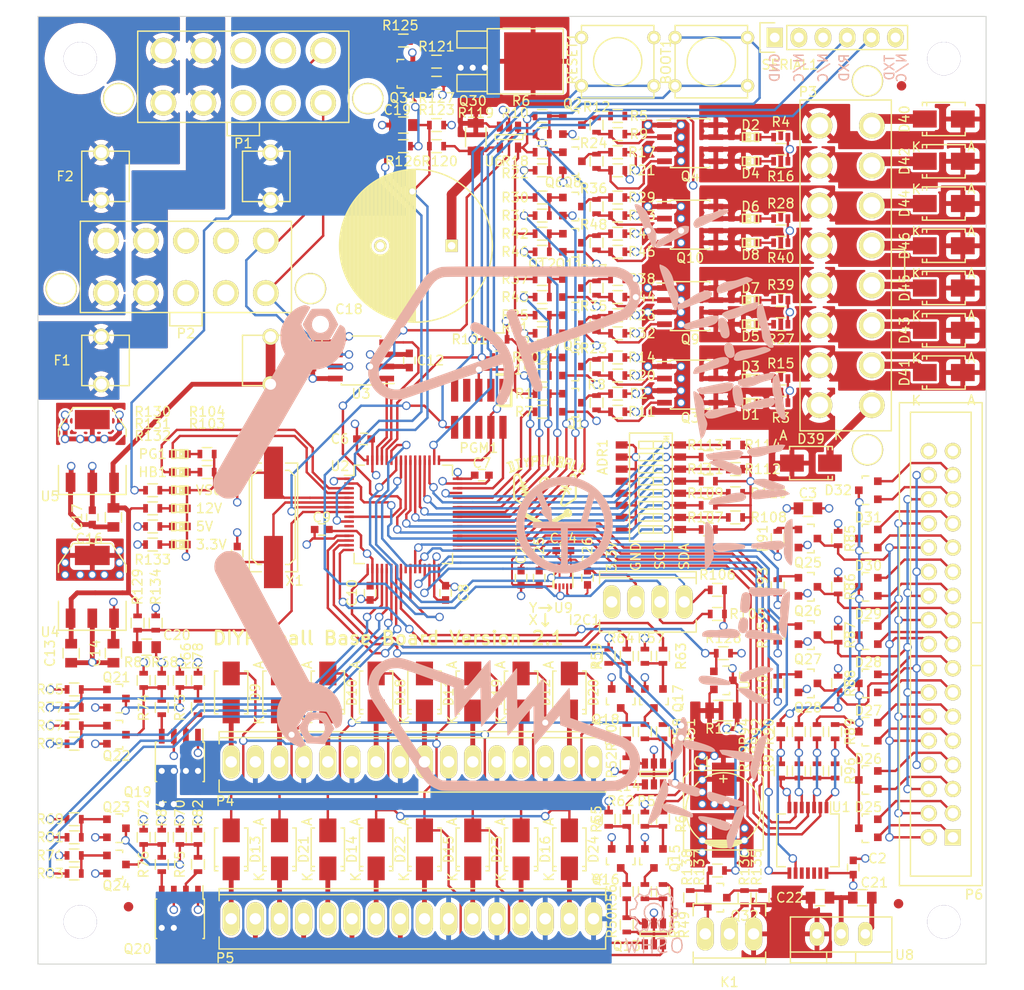
<source format=kicad_pcb>
(kicad_pcb (version 20221018) (generator pcbnew)
  (layers (0 "F.Cu" signal) (1 "In1.Cu" power "Ground.Cu") (2 "In2.Cu" mixed "Power.Cu") (31 "B.Cu" signal) (34 "B.Paste" user) (35 "F.Paste" user) (36 "B.SilkS" user "B.Silkscreen") (37 "F.SilkS" user "F.Silkscreen") (38 "B.Mask" user) (39 "F.Mask" user) (44 "Edge.Cuts" user))
  (net 0 "")
  (net 1 "/Control Logic/ADDRESS0")
  (net 2 "/Control Logic/ADDRESS1")
  (net 3 "/Control Logic/ADDRESS2")
  (net 4 "/Control Logic/ADDRESS3")
  (net 5 "/Control Logic/ADDRESS4")
  (net 6 "/Control Logic/ADDRESS5")
  (net 7 "/Control Logic/ADDRESS6")
  (net 8 "/Control Logic/ADDRESS7")
  (net 9 "/Lamp Driver/LAMP_12V")
  (net 10 "GND")
  (net 11 "+12V")
  (net 12 "Net-(C4-Pad1)")
  (net 13 "Net-(C5-Pad1)")
  (net 14 "+5V")
  (net 15 "/Solenoid Driver/SOL_PWR")
  (net 16 "/Control Logic/VSOL_SENSE")
  (net 17 "/Control Logic/12V_SENSE")
  (net 18 "Net-(C22-Pad1)")
  (net 19 "Net-(C26-Pad1)")
  (net 20 "Net-(D1-Pad2)")
  (net 21 "Net-(D1-Pad1)")
  (net 22 "Net-(D2-Pad2)")
  (net 23 "Net-(D2-Pad1)")
  (net 24 "Net-(D3-Pad2)")
  (net 25 "Net-(D3-Pad1)")
  (net 26 "Net-(D4-Pad2)")
  (net 27 "Net-(D4-Pad1)")
  (net 28 "Net-(D11-Pad1)")
  (net 29 "Net-(D10-Pad1)")
  (net 30 "Net-(D10-Pad2)")
  (net 31 "Net-(D11-Pad2)")
  (net 32 "Net-(D17-Pad1)")
  (net 33 "Net-(D17-Pad2)")
  (net 34 "Net-(D18-Pad1)")
  (net 35 "Net-(D18-Pad2)")
  (net 36 "/Power Supply/12V_IN")
  (net 37 "/Power Supply/VSOL_IN")
  (net 38 "VEE")
  (net 39 "/Control Logic/HEARTBEAT")
  (net 40 "/Accelerometer/SCL")
  (net 41 "/Accelerometer/SDA")
  (net 42 "Net-(K1-Pad2)")
  (net 43 "/Control Logic/CANH")
  (net 44 "/Control Logic/CANL")
  (net 45 "Net-(P4-Pad2)")
  (net 46 "Net-(P4-Pad10)")
  (net 47 "Net-(P5-Pad2)")
  (net 48 "Net-(P5-Pad10)")
  (net 49 "Net-(D25-Pad1)")
  (net 50 "/Switch Matrix/COL0_SWITCHED")
  (net 51 "/Switch Matrix/COL1_SWITCHED")
  (net 52 "Net-(D26-Pad1)")
  (net 53 "/Switch Matrix/COL2_SWITCHED")
  (net 54 "/Switch Matrix/COL3_SWITCHED")
  (net 55 "Net-(D27-Pad1)")
  (net 56 "Net-(D28-Pad1)")
  (net 57 "Net-(D29-Pad1)")
  (net 58 "Net-(D30-Pad1)")
  (net 59 "Net-(D31-Pad1)")
  (net 60 "Net-(D32-Pad1)")
  (net 61 "/Control Logic/POWER_GOOD")
  (net 62 "/Control Logic/SWDIO")
  (net 63 "/Control Logic/SWCLK")
  (net 64 "Net-(Q3-Pad2)")
  (net 65 "Net-(Q3-Pad4)")
  (net 66 "Net-(Q4-Pad2)")
  (net 67 "Net-(Q4-Pad4)")
  (net 68 "Net-(Q9-Pad2)")
  (net 69 "Net-(Q9-Pad4)")
  (net 70 "Net-(Q10-Pad2)")
  (net 71 "Net-(Q10-Pad4)")
  (net 72 "Net-(Q19-Pad2)")
  (net 73 "Net-(Q19-Pad4)")
  (net 74 "Net-(Q20-Pad2)")
  (net 75 "Net-(Q20-Pad4)")
  (net 76 "Net-(Q1-Pad1)")
  (net 77 "Net-(Q1-Pad3)")
  (net 78 "Net-(Q2-Pad3)")
  (net 79 "Net-(Q2-Pad1)")
  (net 80 "/Control Logic/SOLENOID0")
  (net 81 "/Control Logic/SOLENOID7")
  (net 82 "Net-(Q5-Pad1)")
  (net 83 "Net-(Q5-Pad3)")
  (net 84 "Net-(Q6-Pad3)")
  (net 85 "Net-(Q6-Pad1)")
  (net 86 "/Control Logic/SOLENOID1")
  (net 87 "/Control Logic/SOLENOID6")
  (net 88 "Net-(Q7-Pad1)")
  (net 89 "Net-(Q7-Pad3)")
  (net 90 "Net-(Q8-Pad3)")
  (net 91 "Net-(Q8-Pad1)")
  (net 92 "/Control Logic/SOLENOID2")
  (net 93 "/Control Logic/SOLENOID5")
  (net 94 "Net-(Q11-Pad1)")
  (net 95 "Net-(Q11-Pad3)")
  (net 96 "Net-(Q12-Pad3)")
  (net 97 "Net-(Q12-Pad1)")
  (net 98 "/Control Logic/SOLENOID3")
  (net 99 "/Control Logic/SOLENOID4")
  (net 100 "Net-(Q13-Pad1)")
  (net 101 "Net-(Q13-Pad3)")
  (net 102 "Net-(Q14-Pad1)")
  (net 103 "Net-(Q14-Pad3)")
  (net 104 "Net-(Q15-Pad1)")
  (net 105 "Net-(Q15-Pad3)")
  (net 106 "Net-(Q16-Pad1)")
  (net 107 "Net-(Q16-Pad3)")
  (net 108 "Net-(Q17-Pad1)")
  (net 109 "Net-(Q17-Pad3)")
  (net 110 "Net-(Q18-Pad1)")
  (net 111 "Net-(Q18-Pad3)")
  (net 112 "/Control Logic/LAMP_ROW0")
  (net 113 "/Control Logic/LAMP_ROW1")
  (net 114 "/Control Logic/LAMP_ROW2")
  (net 115 "/Control Logic/LAMP_ROW3")
  (net 116 "Net-(Q21-Pad1)")
  (net 117 "Net-(Q21-Pad3)")
  (net 118 "Net-(Q22-Pad1)")
  (net 119 "Net-(Q22-Pad3)")
  (net 120 "Net-(Q23-Pad1)")
  (net 121 "Net-(Q23-Pad3)")
  (net 122 "Net-(Q24-Pad1)")
  (net 123 "Net-(Q24-Pad3)")
  (net 124 "/Control Logic/LAMP_COL0")
  (net 125 "/Control Logic/LAMP_COL1")
  (net 126 "/Control Logic/LAMP_COL2")
  (net 127 "/Control Logic/LAMP_COL3")
  (net 128 "Net-(R89-Pad1)")
  (net 129 "/Switch Matrix/ROW0_SWITCHED")
  (net 130 "Net-(R90-Pad1)")
  (net 131 "/Switch Matrix/ROW1_SWITCHED")
  (net 132 "Net-(Q25-Pad1)")
  (net 133 "/Switch Matrix/COL0")
  (net 134 "Net-(R92-Pad1)")
  (net 135 "/Switch Matrix/ROW2_SWITCHED")
  (net 136 "Net-(Q26-Pad1)")
  (net 137 "/Switch Matrix/COL1")
  (net 138 "Net-(R94-Pad1)")
  (net 139 "/Switch Matrix/ROW3_SWITCHED")
  (net 140 "Net-(Q27-Pad1)")
  (net 141 "/Switch Matrix/COL2")
  (net 142 "Net-(Q28-Pad1)")
  (net 143 "/Switch Matrix/COL3")
  (net 144 "/Control Logic/~{RESET}")
  (net 145 "/Control Logic/BOOTLOADER")
  (net 146 "Net-(Q30-PadD)")
  (net 147 "Net-(Q31-Pad3)")
  (net 148 "Net-(Q31-Pad1)")
  (net 149 "/Control Logic/VSOL_PRECHARGE_PWM")
  (net 150 "/Power Supply/ILAMP_SENSE_OUT")
  (net 151 "Net-(Q32-Pad3)")
  (net 152 "Net-(Q32-Pad1)")
  (net 153 "/RGB LED Output/RGB_DATA")
  (net 154 "/Control Logic/RXD")
  (net 155 "/Switch Matrix/ROW0")
  (net 156 "/Switch Matrix/ROW1")
  (net 157 "/Switch Matrix/ROW2")
  (net 158 "/Switch Matrix/ROW3")
  (net 159 "/Power Supply/ISOL_SENSE_OUT")
  (net 160 "/Control Logic/CANRX")
  (net 161 "/Control Logic/CANTX")
  (net 162 "Net-(Q30-PadG)")
  (net 163 "Net-(D25-Pad2)")
  (net 164 "Net-(D26-Pad2)")
  (net 165 "Net-(D27-Pad2)")
  (net 166 "Net-(D28-Pad2)")
  (net 167 "Net-(D29-Pad2)")
  (net 168 "Net-(D30-Pad2)")
  (net 169 "Net-(D31-Pad2)")
  (net 170 "Net-(D32-Pad2)")
  (net 171 "VCC")
  (net 172 "+3.3V")
  (net 173 "Net-(D5-Pad2)")
  (net 174 "Net-(D43-Pad2)")
  (net 175 "Net-(D6-Pad2)")
  (net 176 "Net-(D44-Pad2)")
  (net 177 "Net-(D7-Pad2)")
  (net 178 "Net-(D45-Pad2)")
  (net 179 "Net-(D8-Pad2)")
  (net 180 "Net-(D46-Pad2)")
  (net 181 "Net-(D9-Pad1)")
  (net 182 "Net-(D12-Pad1)")
  (net 183 "Net-(D13-Pad1)")
  (net 184 "Net-(D14-Pad1)")
  (net 185 "Net-(D15-Pad1)")
  (net 186 "Net-(D16-Pad1)")
  (net 187 "Net-(D19-Pad1)")
  (net 188 "Net-(D20-Pad1)")
  (net 189 "Net-(D21-Pad1)")
  (net 190 "Net-(D22-Pad1)")
  (net 191 "Net-(D23-Pad1)")
  (net 192 "Net-(D24-Pad1)")
  (net 193 "Net-(D35-Pad2)")
  (net 194 "Net-(D36-Pad2)")
  (net 195 "Net-(D37-Pad2)")
  (net 196 "Net-(D38-Pad2)")
  (net 197 "Net-(HB1-Pad1)")
  (net 198 "Net-(PG1-Pad1)")
  (footprint "PinballParts:DIPSWITCH-SMT-08" (layer "F.Cu") (at 120.3325 129.54 -90)
    (fp_text reference "ADR1")
    (fp_text value "DIPS_08" hide)
  )
  (footprint "Capacitors_SMD:c_elec_8x10" (layer "F.Cu") (at 127.9525 163.5125 90)
    (fp_text reference "C1")
    (fp_text value "47u")
  )
  (footprint "Capacitors_SMD:C_0603" (layer "F.Cu") (at 141.605 169.545 90)
    (fp_text reference "C2")
    (fp_text value "100n")
  )
  (footprint "Capacitors_SMD:C_0805" (layer "F.Cu") (at 136.8425 131.7625 180)
    (fp_text reference "C3")
    (fp_text value "10u")
  )
  (footprint "Capacitors_SMD:C_0603" (layer "F.Cu") (at 76.835 128.905 -90)
    (fp_text reference "C4")
    (fp_text value "18p")
  )
  (footprint "Capacitors_SMD:C_0603" (layer "F.Cu") (at 76.835 136.525 90)
    (fp_text reference "C5")
    (fp_text value "18p")
  )
  (footprint "Capacitors_SMD:C_0603" (layer "F.Cu") (at 90.17 124.46)
    (fp_text reference "C6")
    (fp_text value "10n")
  )
  (footprint "Capacitors_SMD:C_0603" (layer "F.Cu") (at 102.5525 128.27)
    (fp_text reference "C7")
    (fp_text value "10n")
  )
  (footprint "Capacitors_SMD:C_0603" (layer "F.Cu") (at 98.7425 140.6525 -90)
    (fp_text reference "C8")
    (fp_text value "10n")
  )
  (footprint "Capacitors_SMD:C_0603" (layer "F.Cu") (at 85.725 133.985)
    (fp_text reference "C9")
    (fp_text value "100n")
  )
  (footprint "Capacitors_SMD:C_0603" (layer "F.Cu") (at 90.805 140.6525 90)
    (fp_text reference "C10")
    (fp_text value "100n")
  )
  (footprint "Capacitors_SMD:C_0603" (layer "F.Cu") (at 84.7725 116.205 -90)
    (fp_text reference "C11")
    (fp_text value "100n")
  )
  (footprint "Capacitors_SMD:C_0603" (layer "F.Cu") (at 94.9325 116.205 -90)
    (fp_text reference "C12")
    (fp_text value "100n")
  )
  (footprint "Capacitors_SMD:C_0805" (layer "F.Cu") (at 59.3725 147.0025 -90)
    (fp_text reference "C13")
    (fp_text value "10u")
  )
  (footprint "Capacitors_SMD:C_0805" (layer "F.Cu") (at 63.8175 147.0025 -90)
    (fp_text reference "C14")
    (fp_text value "10u")
  )
  (footprint "Capacitors_SMD:C_0805" (layer "F.Cu") (at 63.8175 132.715 -90)
    (fp_text reference "C16")
    (fp_text value "10u")
  )
  (footprint "Capacitors_SMD:C_0603" (layer "F.Cu") (at 61.595 132.715 -90)
    (fp_text reference "C17")
    (fp_text value "4.7u")
  )
  (footprint "Capacitors_ThroughHole:C_Radial_D16_L25_P7.5" (layer "F.Cu") (at 99.3775 104.14 180)
    (fp_text reference "C18")
    (fp_text value "470u")
  )
  (footprint "Capacitors_SMD:C_0805" (layer "F.Cu") (at 94.2975 91.44 180)
    (fp_text reference "C19")
    (fp_text value "10u")
  )
  (footprint "Capacitors_SMD:C_0805" (layer "F.Cu") (at 67.31 146.3675)
    (fp_text reference "C20")
    (fp_text value "10u")
  )
  (footprint "Capacitors_SMD:C_0603" (layer "F.Cu") (at 106.68 139.065 90)
    (fp_text reference "C23")
    (fp_text value "100n")
  )
  (footprint "Capacitors_SMD:C_0603" (layer "F.Cu") (at 111.125 136.2075)
    (fp_text reference "C24")
    (fp_text value "100n")
  )
  (footprint "Capacitors_SMD:C_0603" (layer "F.Cu") (at 108.585 139.065 90)
    (fp_text reference "C25")
    (fp_text value "1u")
  )
  (footprint "Capacitors_SMD:C_0603" (layer "F.Cu") (at 113.665 139.065 90)
    (fp_text reference "C26")
    (fp_text value "100n")
  )
  (footprint "LEDs:LED-0603" (layer "F.Cu") (at 130.81 120.65)
    (fp_text reference "D1")
    (fp_text value "LED")
  )
  (footprint "LEDs:LED-0603" (layer "F.Cu") (at 130.81 92.71)
    (fp_text reference "D2")
    (fp_text value "LED")
  )
  (footprint "LEDs:LED-0603" (layer "F.Cu") (at 130.81 118.11)
    (fp_text reference "D3")
    (fp_text value "LED")
  )
  (footprint "LEDs:LED-0603" (layer "F.Cu") (at 130.81 112.395)
    (fp_text reference "D5")
    (fp_text value "LED")
  )
  (footprint "LEDs:LED-0603" (layer "F.Cu") (at 130.81 101.2825)
    (fp_text reference "D6")
    (fp_text value "LED")
  )
  (footprint "LEDs:LED-0603" (layer "F.Cu") (at 130.81 109.855)
    (fp_text reference "D7")
    (fp_text value "LED")
  )
  (footprint "LEDs:LED-0603" (layer "F.Cu") (at 130.81 103.8225)
    (fp_text reference "D8")
    (fp_text value "LED")
  )
  (footprint "LEDs:LED-0603" (layer "F.Cu") (at 70.8025 129.8575 180)
    (fp_text reference "D35" hide)
    (fp_text value "LED")
  )
  (footprint "LEDs:LED-0603" (layer "F.Cu") (at 70.8025 131.7625 180)
    (fp_text reference "D36" hide)
    (fp_text value "LED")
  )
  (footprint "LEDs:LED-0603" (layer "F.Cu") (at 70.8025 133.6675 180)
    (fp_text reference "D37" hide)
    (fp_text value "LED")
  )
  (footprint "LEDs:LED-0603" (layer "F.Cu") (at 70.8025 135.5725 180)
    (fp_text reference "D38" hide)
    (fp_text value "LED")
  )
  (footprint "PinballParts:FC203-20MM" (layer "F.Cu") (at 71.4375 116.205)
    (fp_text reference "F1")
    (fp_text value "FUSE" hide)
  )
  (footprint "PinballParts:FC203-20MM" (layer "F.Cu") (at 71.4375 96.8375)
    (fp_text reference "F2")
    (fp_text value "FUSE" hide)
  )
  (footprint "Sockets_MOLEX_KK-System:Socket_MOLEX-KK-RM2-54mm_Lock_4pin_straight" (layer "F.Cu") (at 120.015 141.605)
    (fp_text reference "I2C1")
    (fp_text value "CONN_4")
  )
  (footprint "PinballParts:PINBALL-CONNECTOR-V" (layer "F.Cu") (at 77.47 86.36)
    (fp_text reference "P1")
    (fp_text value "PINBALL-CONNECTOR" hide)
  )
  (footprint "PinballParts:PINBALL-CONNECTOR-V" (layer "F.Cu") (at 71.4375 106.3625)
    (fp_text reference "P2")
    (fp_text value "PINBALL-CONNECTOR" hide)
  )
  (footprint "PinballParts:Socket_MOLEX-KK-RM2-54mm_Lock_16pin_straight" (layer "F.Cu") (at 95.25 158.4325)
    (fp_text reference "P4")
    (fp_text value "CONN_16" hide)
  )
  (footprint "PinballParts:Socket_MOLEX-KK-RM2-54mm_Lock_16pin_straight" (layer "F.Cu") (at 95.25 174.9425)
    (fp_text reference "P5")
    (fp_text value "CONN_16" hide)
  )
  (footprint "LEDs:LED-0603" (layer "F.Cu") (at 70.8025 126.0475 180)
    (fp_text reference "PG1")
    (fp_text value "LED")
  )
  (footprint "Myelin:pin_array_5x2_50mil_smd" (layer "F.Cu") (at 102.235 121.285 180)
    (fp_text reference "PGM1")
    (fp_text value "ARM-SWD-HEADER" hide)
  )
  (footprint "Housings_SOIC:SOIC-8_3.9x4.9mm_Pitch1.27mm" (layer "F.Cu") (at 124.46 118.745)
    (fp_text reference "Q3")
    (fp_text value "DMN6040SSD")
  )
  (footprint "Housings_SOIC:SOIC-8_3.9x4.9mm_Pitch1.27mm" (layer "F.Cu") (at 124.46 93.345)
    (fp_text reference "Q4")
    (fp_text value "DMN6040SSD")
  )
  (footprint "Housings_SOIC:SOIC-8_3.9x4.9mm_Pitch1.27mm" (layer "F.Cu") (at 124.46 110.49)
    (fp_text reference "Q9")
    (fp_text value "DMN6040SSD")
  )
  (footprint "Housings_SOIC:SOIC-8_3.9x4.9mm_Pitch1.27mm" (layer "F.Cu") (at 124.46 101.9175)
    (fp_text reference "Q10")
    (fp_text value "DMN6040SSD")
  )
  (footprint "Housings_SOIC:SOIC-8_3.9x4.9mm_Pitch1.27mm" (layer "F.Cu") (at 70.8025 158.4325 -90)
    (fp_text reference "Q19")
    (fp_text value "DMN6040SSD")
  )
  (footprint "Housings_SOIC:SOIC-8_3.9x4.9mm_Pitch1.27mm" (layer "F.Cu") (at 70.8025 174.9425 -90)
    (fp_text reference "Q20")
    (fp_text value "DMN6040SSD")
  )
  (footprint "Resistors_SMD:R_0603" (layer "F.Cu") (at 108.9025 119.6975)
    (fp_text reference "R1")
    (fp_text value "10K")
  )
  (footprint "Resistors_SMD:R_0603" (layer "F.Cu") (at 116.84 119.6975 180)
    (fp_text reference "R2")
    (fp_text value "1K")
  )
  (footprint "Resistors_SMD:R_0603" (layer "F.Cu") (at 133.985 120.65 180)
    (fp_text reference "R3")
    (fp_text value "2.7K")
  )
  (footprint "Resistors_SMD:R_0603" (layer "F.Cu") (at 133.985 92.71 180)
    (fp_text reference "R4")
    (fp_text value "2.7K")
  )
  (footprint "Resistors_SMD:R_0603" (layer "F.Cu") (at 116.84 90.4875 180)
    (fp_text reference "R5")
    (fp_text value "1K")
  )
  (footprint "Resistors_SMD:R_0603" (layer "F.Cu") (at 108.9025 90.4875)
    (fp_text reference "R6")
    (fp_text value "10K")
  )
  (footprint "Resistors_SMD:R_0603" (layer "F.Cu") (at 108.9025 121.6025)
    (fp_text reference "R7")
    (fp_text value "1K")
  )
  (footprint "Resistors_SMD:R_0603" (layer "F.Cu") (at 116.84 121.6025 180)
    (fp_text reference "R8")
    (fp_text value "10K")
  )
  (footprint "Resistors_SMD:R_0603" (layer "F.Cu") (at 116.84 92.3925 180)
    (fp_text reference "R9")
    (fp_text value "10K")
  )
  (footprint "Resistors_SMD:R_0603" (layer "F.Cu") (at 108.9025 92.3925)
    (fp_text reference "R10")
    (fp_text value "1K")
  )
  (footprint "Resistors_SMD:R_0603" (layer "F.Cu") (at 114.6175 120.65 90)
    (fp_text reference "R11")
    (fp_text value "22")
  )
  (footprint "Resistors_SMD:R_0603" (layer "F.Cu") (at 114.6175 91.44 -90)
    (fp_text reference "R12")
    (fp_text value "22")
  )
  (footprint "Resistors_SMD:R_0603" (layer "F.Cu") (at 108.9025 115.8875)
    (fp_text reference "R13")
    (fp_text value "10K")
  )
  (footprint "Resistors_SMD:R_0603" (layer "F.Cu") (at 116.84 115.8875 180)
    (fp_text reference "R14")
    (fp_text value "1K")
  )
  (footprint "Resistors_SMD:R_0603" (layer "F.Cu") (at 133.985 118.11 180)
    (fp_text reference "R15")
    (fp_text value "2.7K")
  )
  (footprint "Resistors_SMD:R_0603" (layer "F.Cu") (at 133.985 95.25 180)
    (fp_text reference "R16")
    (fp_text value "2.7K")
  )
  (footprint "Resistors_SMD:R_0603" (layer "F.Cu") (at 116.84 94.2975 180)
    (fp_text reference "R17")
    (fp_text value "1K")
  )
  (footprint "Resistors_SMD:R_0603" (layer "F.Cu") (at 108.9025 94.2975)
    (fp_text reference "R18")
    (fp_text value "10K")
  )
  (footprint "Resistors_SMD:R_0603" (layer "F.Cu") (at 108.9025 117.7925)
    (fp_text reference "R19")
    (fp_text value "1K")
  )
  (footprint "Resistors_SMD:R_0603" (layer "F.Cu") (at 116.84 117.7925 180)
    (fp_text reference "R20")
    (fp_text value "10K")
  )
  (footprint "Resistors_SMD:R_0603" (layer "F.Cu") (at 116.84 96.2025 180)
    (fp_text reference "R21")
    (fp_text value "10K")
  )
  (footprint "Resistors_SMD:R_0603" (layer "F.Cu") (at 108.9025 96.2025)
    (fp_text reference "R22")
    (fp_text value "1K")
  )
  (footprint "Resistors_SMD:R_0603" (layer "F.Cu") (at 114.6175 116.84 90)
    (fp_text reference "R23")
    (fp_text value "22")
  )
  (footprint "Resistors_SMD:R_0603" (layer "F.Cu") (at 114.6175 95.25 -90)
    (fp_text reference "R24")
    (fp_text value "22")
  )
  (footprint "Resistors_SMD:R_0603" (layer "F.Cu") (at 108.9025 111.4425)
    (fp_text reference "R25")
    (fp_text value "10K")
  )
  (footprint "Resistors_SMD:R_0603" (layer "F.Cu") (at 116.84 111.4425 180)
    (fp_text reference "R26")
    (fp_text value "1K")
  )
  (footprint "Resistors_SMD:R_0603" (layer "F.Cu") (at 133.985 112.395 180)
    (fp_text reference "R27")
    (fp_text value "2.7K")
  )
  (footprint "Resistors_SMD:R_0603" (layer "F.Cu") (at 133.985 101.2825 180)
    (fp_text reference "R28")
    (fp_text value "2.7K")
  )
  (footprint "Resistors_SMD:R_0603" (layer "F.Cu") (at 116.84 99.06 180)
    (fp_text reference "R29")
    (fp_text value "1K")
  )
  (footprint "Resistors_SMD:R_0603" (layer "F.Cu") (at 108.9025 99.06)
    (fp_text reference "R30")
    (fp_text value "10K")
  )
  (footprint "Resistors_SMD:R_0603" (layer "F.Cu") (at 108.9025 113.3475)
    (fp_text reference "R31")
    (fp_text value "1K")
  )
  (footprint "Resistors_SMD:R_0603" (layer "F.Cu") (at 116.84 113.3475 180)
    (fp_text reference "R32")
    (fp_text value "10K")
  )
  (footprint "Resistors_SMD:R_0603" (layer "F.Cu") (at 116.84 100.965 180)
    (fp_text reference "R33")
    (fp_text value "10K")
  )
  (footprint "Resistors_SMD:R_0603" (layer "F.Cu") (at 108.9025 100.965)
    (fp_text reference "R34")
    (fp_text value "1K")
  )
  (footprint "Resistors_SMD:R_0603" (layer "F.Cu") (at 114.6175 112.395 90)
    (fp_text reference "R35")
    (fp_text value "22")
  )
  (footprint "Resistors_SMD:R_0603" (layer "F.Cu") (at 114.6175 100.0125 -90)
    (fp_text reference "R36")
    (fp_text value "22")
  )
  (footprint "Resistors_SMD:R_0603" (layer "F.Cu") (at 108.9025 107.6325)
    (fp_text reference "R37")
    (fp_text value "10K")
  )
  (footprint "Resistors_SMD:R_0603" (layer "F.Cu") (at 116.84 107.6325 180)
    (fp_text reference "R38")
    (fp_text value "1K")
  )
  (footprint "Resistors_SMD:R_0603" (layer "F.Cu") (at 133.985 109.855 180)
    (fp_text reference "R39")
    (fp_text value "2.7K")
  )
  (footprint "Resistors_SMD:R_0603" (layer "F.Cu") (at 133.985 103.8225 180)
    (fp_text reference "R40")
    (fp_text value "2.7K")
  )
  (footprint "Resistors_SMD:R_0603" (layer "F.Cu") (at 116.84 102.87 180)
    (fp_text reference "R41")
    (fp_text value "1K")
  )
  (footprint "Resistors_SMD:R_0603" (layer "F.Cu") (at 108.9025 102.87)
    (fp_text reference "R42")
    (fp_text value "10K")
  )
  (footprint "Resistors_SMD:R_0603" (layer "F.Cu") (at 108.9025 109.5375)
    (fp_text reference "R43")
    (fp_text value "1K")
  )
  (footprint "Resistors_SMD:R_0603" (layer "F.Cu") (at 116.84 109.5375 180)
    (fp_text reference "R44")
    (fp_text value "10K")
  )
  (footprint "Resistors_SMD:R_0603" (layer "F.Cu") (at 116.84 104.775 180)
    (fp_text reference "R45")
    (fp_text value "10K")
  )
  (footprint "Resistors_SMD:R_0603" (layer "F.Cu") (at 108.9025 104.775)
    (fp_text reference "R46")
    (fp_text value "1K")
  )
  (footprint "Resistors_SMD:R_0603" (layer "F.Cu") (at 114.6175 108.585 90)
    (fp_text reference "R47")
    (fp_text value "22")
  )
  (footprint "Resistors_SMD:R_0603" (layer "F.Cu") (at 114.6175 103.8225 -90)
    (fp_text reference "R48")
    (fp_text value "22")
  )
  (footprint "Resistors_SMD:R_0603" (layer "F.Cu") (at 121.6025 155.2575 -90)
    (fp_text reference "R51")
    (fp_text value "10K")
  )
  (footprint "Resistors_SMD:R_0603" (layer "F.Cu") (at 117.7925 158.75 90)
    (fp_text reference "R52")
    (fp_text value "10K")
  )
  (footprint "Resistors_SMD:R_0603" (layer "F.Cu") (at 119.6975 147.32 -90)
    (fp_text reference "R57")
    (fp_text value "10K")
  )
  (footprint "Resistors_SMD:R_0603" (layer "F.Cu") (at 119.6975 155.2575 90)
    (fp_text reference "R58")
    (fp_text value "1K")
  )
  (footprint "Resistors_SMD:R_0603" (layer "F.Cu") (at 115.8875 147.32 -90)
    (fp_text reference "R59")
    (fp_text value "10K")
  )
  (footprint "Resistors_SMD:R_0603" (layer "F.Cu") (at 117.7925 155.2575 90)
    (fp_text reference "R60")
    (fp_text value "1K")
  )
  (footprint "Resistors_SMD:R_0603" (layer "F.Cu") (at 121.6025 147.32 -90)
    (fp_text reference "R63")
    (fp_text value "1K")
  )
  (footprint "Resistors_SMD:R_0603" (layer "F.Cu") (at 117.7925 147.32 -90)
    (fp_text reference "R64")
    (fp_text value "1K")
  )
  (footprint "Resistors_SMD:R_0603" (layer "F.Cu") (at 59.69 150.8125)
    (fp_text reference "R65")
    (fp_text value "10K")
  )
  (footprint "Resistors_SMD:R_0603" (layer "F.Cu") (at 70.8025 149.86 -90)
    (fp_text reference "R66")
    (fp_text value "1K")
  )
  (footprint "Resistors_SMD:R_0603" (layer "F.Cu") (at 59.69 154.6225)
    (fp_text reference "R67")
    (fp_text value "10K")
  )
  (footprint "Resistors_SMD:R_0603" (layer "F.Cu") (at 66.9925 149.86 -90)
    (fp_text reference "R68")
    (fp_text value "1K")
  )
  (footprint "Resistors_SMD:R_0603" (layer "F.Cu") (at 59.69 164.465)
    (fp_text reference "R69")
    (fp_text value "10K")
  )
  (footprint "Resistors_SMD:R_0603" (layer "F.Cu") (at 70.8025 166.37 -90)
    (fp_text reference "R70")
    (fp_text value "1K")
  )
  (footprint "Resistors_SMD:R_0603" (layer "F.Cu") (at 59.69 168.275)
    (fp_text reference "R71")
    (fp_text value "10K")
  )
  (footprint "Resistors_SMD:R_0603" (layer "F.Cu") (at 66.9925 166.37 -90)
    (fp_text reference "R72")
    (fp_text value "1K")
  )
  (footprint "Resistors_SMD:R_0603" (layer "F.Cu") (at 72.7075 152.7175 90)
    (fp_text reference "R73")
    (fp_text value "22")
  )
  (footprint "Resistors_SMD:R_0603" (layer "F.Cu") (at 68.8975 152.7175 -90)
    (fp_text reference "R74")
    (fp_text value "22")
  )
  (footprint "Resistors_SMD:R_0603" (layer "F.Cu") (at 72.7075 169.2275 -90)
    (fp_text reference "R75")
    (fp_text value "22")
  )
  (footprint "Resistors_SMD:R_0603" (layer "F.Cu") (at 68.8975 169.2275 -90)
    (fp_text reference "R76")
    (fp_text value "22")
  )
  (footprint "Resistors_SMD:R_0603" (layer "F.Cu") (at 59.69 152.7175)
    (fp_text reference "R77")
    (fp_text value "1K")
  )
  (footprint "Resistors_SMD:R_0603" (layer "F.Cu") (at 72.7075 149.86 90)
    (fp_text reference "R78")
    (fp_text value "10K")
  )
  (footprint "Resistors_SMD:R_0603" (layer "F.Cu") (at 59.69 156.5275)
    (fp_text reference "R79")
    (fp_text value "1K")
  )
  (footprint "Resistors_SMD:R_0603" (layer "F.Cu") (at 68.8975 149.86 90)
    (fp_text reference "R80")
    (fp_text value "10K")
  )
  (footprint "Resistors_SMD:R_0603" (layer "F.Cu") (at 59.69 166.37)
    (fp_text reference "R81")
    (fp_text value "1K")
  )
  (footprint "Resistors_SMD:R_0603" (layer "F.Cu") (at 72.7075 166.37 90)
    (fp_text reference "R82")
    (fp_text value "10K")
  )
  (footprint "Resistors_SMD:R_0603" (layer "F.Cu") (at 59.69 170.18)
    (fp_text reference "R83")
    (fp_text value "1K")
  )
  (footprint "Resistors_SMD:R_0603" (layer "F.Cu") (at 68.8975 166.37 90)
    (fp_text reference "R84")
    (fp_text value "10K")
  )
  (footprint "Resistors_SMD:R_0603" (layer "F.Cu") (at 140.0175 140.0175 -90)
    (fp_text reference "R86")
    (fp_text value "10K")
  )
  (footprint "Resistors_SMD:R_0603" (layer "F.Cu") (at 140.0175 145.0975 -90)
    (fp_text reference "R87")
    (fp_text value "10K")
  )
  (footprint "Resistors_SMD:R_0603" (layer "F.Cu") (at 140.0175 150.1775 -90)
    (fp_text reference "R88")
    (fp_text value "10K")
  )
  (footprint "Resistors_SMD:R_0603" (layer "F.Cu") (at 139.7 155.2575 90)
    (fp_text reference "R89")
    (fp_text value "10K")
  )
  (footprint "Resistors_SMD:R_0603" (layer "F.Cu") (at 137.795 155.2575 90)
    (fp_text reference "R90")
    (fp_text value "10K")
  )
  (footprint "Resistors_SMD:R_0603" (layer "F.Cu") (at 135.89 155.2575 90)
    (fp_text reference "R92")
    (fp_text value "10K")
  )
  (footprint "Resistors_SMD:R_0603" (layer "F.Cu") (at 133.6675 140.0175 -90)
    (fp_text reference "R93")
    (fp_text value "1K")
  )
  (footprint "Resistors_SMD:R_0603" (layer "F.Cu") (at 133.985 155.2575 90)
    (fp_text reference "R94")
    (fp_text value "10K")
  )
  (footprint "Resistors_SMD:R_0603" (layer "F.Cu") (at 133.6675 145.0975 -90)
    (fp_text reference "R95")
    (fp_text value "1K")
  )
  (footprint "Resistors_SMD:R_0603" (layer "F.Cu") (at 139.7 159.385 -90)
    (fp_text reference "R96")
    (fp_text value "10K")
  )
  (footprint "Resistors_SMD:R_0603" (layer "F.Cu") (at 137.795 159.385 -90)
    (fp_text reference "R97")
    (fp_text value "10K")
  )
  (footprint "Resistors_SMD:R_0603" (layer "F.Cu") (at 135.89 159.385 -90)
    (fp_text reference "R98")
    (fp_text value "10K")
  )
  (footprint "Resistors_SMD:R_0603" (layer "F.Cu") (at 133.985 159.385 -90)
    (fp_text reference "R99")
    (fp_text value "10K")
  )
  (footprint "Resistors_SMD:R_0603" (layer "F.Cu") (at 133.6675 150.1775 -90)
    (fp_text reference "R100")
    (fp_text value "1K")
  )
  (footprint "Resistors_SMD:R_0603" (layer "F.Cu") (at 104.4575 113.9825 180)
    (fp_text reference "R101")
    (fp_text value "10K")
  )
  (footprint "Resistors_SMD:R_0603" (layer "F.Cu") (at 104.4575 115.8875)
    (fp_text reference "R102")
    (fp_text value "10K")
  )
  (footprint "Resistors_SMD:R_0603" (layer "F.Cu") (at 73.66 127.9525)
    (fp_text reference "R103")
    (fp_text value "1K")
  )
  (footprint "Resistors_SMD:R_0603" (layer "F.Cu") (at 73.66 126.0475)
    (fp_text reference "R104")
    (fp_text value "1K")
  )
  (footprint "Resistors_SMD:R_0603" (layer "F.Cu") (at 127.3175 142.875 180)
    (fp_text reference "R105")
    (fp_text value "4.7K")
  )
  (footprint "Resistors_SMD:R_0603" (layer "F.Cu") (at 127.3175 140.335 180)
    (fp_text reference "R106")
    (fp_text value "4.7K")
  )
  (footprint "Resistors_SMD:R_0603" (layer "F.Cu") (at 126.365 133.985)
    (fp_text reference "R107")
    (fp_text value "10K")
  )
  (footprint "Resistors_SMD:R_0603" (layer "F.Cu") (at 129.2225 132.715)
    (fp_text reference "R108")
    (fp_text value "10K")
  )
  (footprint "Resistors_SMD:R_0603" (layer "F.Cu") (at 126.365 131.445)
    (fp_text reference "R109")
    (fp_text value "10K")
  )
  (footprint "Resistors_SMD:R_0603" (layer "F.Cu") (at 129.2225 130.175)
    (fp_text reference "R110")
    (fp_text value "10K")
  )
  (footprint "Resistors_SMD:R_0603" (layer "F.Cu") (at 126.365 128.905)
    (fp_text reference "R111")
    (fp_text value "10K")
  )
  (footprint "Resistors_SMD:R_0603" (layer "F.Cu") (at 129.2225 127.635)
    (fp_text reference "R112")
    (fp_text value "10K")
  )
  (footprint "Resistors_SMD:R_0603" (layer "F.Cu") (at 126.365 126.365)
    (fp_text reference "R113")
    (fp_text value "10K")
  )
  (footprint "Resistors_SMD:R_1206" (layer "F.Cu") (at 101.9175 92.71 90)
    (fp_text reference "R119")
    (fp_text value ".003")
  )
  (footprint "Resistors_SMD:R_0603" (layer "F.Cu") (at 97.79 93.6625 180)
    (fp_text reference "R120")
    (fp_text value "95.3K 1%")
  )
  (footprint "Resistors_SMD:R_0603" (layer "F.Cu") (at 97.79 84.7725 180)
    (fp_text reference "R121")
    (fp_text value "10K")
  )
  (footprint "Resistors_SMD:R_0603" (layer "F.Cu") (at 97.79 91.44)
    (fp_text reference "R123")
    (fp_text value "5.1K 1%")
  )
  (footprint "Resistors_SMD:R_1206" (layer "F.Cu") (at 127.9525 153.035)
    (fp_text reference "R124")
    (fp_text value "0.075")
  )
  (footprint "Resistors_SMD:R_0603" (layer "F.Cu") (at 94.2975 82.55 180)
    (fp_text reference "R125")
    (fp_text value "27K")
  )
  (footprint "Resistors_SMD:R_0603" (layer "F.Cu") (at 94.2975 93.6625 180)
    (fp_text reference "R126")
    (fp_text value "1K")
  )
  (footprint "Resistors_SMD:R_0603" (layer "F.Cu") (at 97.79 86.995)
    (fp_text reference "R127")
    (fp_text value "10K")
  )
  (footprint "Resistors_SMD:R_0603" (layer "F.Cu") (at 127.9525 147.0025)
    (fp_text reference "R128")
    (fp_text value "5.1K 1%")
  )
  (footprint "Resistors_SMD:R_0603" (layer "F.Cu") (at 66.3575 143.8275 90)
    (fp_text reference "R129")
    (fp_text value "20.5K 1%")
  )
  (footprint "Resistors_SMD:R_0603" (layer "F.Cu") (at 67.945 129.8575)
    (fp_text reference "R130")
    (fp_text value "27K")
  )
  (footprint "Resistors_SMD:R_0603" (layer "F.Cu") (at 67.945 131.7625)
    (fp_text reference "R131")
    (fp_text value "2.7K")
  )
  (footprint "Resistors_SMD:R_0603" (layer "F.Cu") (at 67.945 133.6675)
    (fp_text reference "R132")
    (fp_text value "1K")
  )
  (footprint "Resistors_SMD:R_0603" (layer "F.Cu") (at 67.945 135.5725)
    (fp_text reference "R133")
    (fp_text value "1K")
  )
  (footprint "Resistors_SMD:R_0603" (layer "F.Cu") (at 68.2625 143.8275 90)
    (fp_text reference "R134")
    (fp_text value "5.1K 1%")
  )
  (footprint "Socket_Strips:Socket_Strip_Straight_1x06" (layer "F.Cu") (at 133.35 82.2325)
    (fp_text reference "SERIAL1")
    (fp_text value "FTDI_SERIAL")
  )
  (footprint "Housings_SSOP:SSOP-14_5.3x6.2mm_Pitch0.65mm" (layer "F.Cu") (at 136.8425 166.6875 -90)
    (fp_text reference "U1")
    (fp_text value "74LVC14")
  )
  (footprint "Housings_QFP:LQFP-64_10x10mm_Pitch0.5mm" (layer "F.Cu") (at 94.2975 132.3975)
    (fp_text reference "U2")
    (fp_text value "STM32F072R")
  )
  (footprint "Housings_SOIC:SOIC-8_3.9x4.9mm_Pitch1.27mm" (layer "F.Cu") (at 89.8525 116.205 180)
    (fp_text reference "U3")
    (fp_text value "MCP2562")
  )
  (footprint "SMD_Packages:SOT-223" (layer "F.Cu") (at 61.595 140.0175)
    (fp_text reference "U4")
    (fp_text value "MC78L05")
  )
  (footprint "SMD_Packages:SOT-223" (layer "F.Cu") (at 61.595 125.73)
    (fp_text reference "U5")
    (fp_text value "AP1117IE33G")
  )
  (footprint "PinballParts:DFN-10" (layer "F.Cu") (at 111.125 139.065 90)
    (fp_text reference "U9")
    (fp_text value "MMA8653FC" hide)
  )
  (footprint "Crystals_Oscillators_SMD:Q_49U3HMS" (layer "F.Cu") (at 80.645 132.715 -90)
    (fp_text reference "X1")
    (fp_text value "8.000 MHz")
  )
  (footprint "Housings_SOT-23_SOT-143_TSOT-6:SOT-23" (layer "F.Cu") (at 143.1925 165.4175 90)
    (fp_text reference "D25")
    (fp_text value "BAT54C")
  )
  (footprint "Housings_SOT-23_SOT-143_TSOT-6:SOT-23" (layer "F.Cu") (at 143.1925 160.3375 90)
    (fp_text reference "D26")
    (fp_text value "BAT54C")
  )
  (footprint "Housings_SOT-23_SOT-143_TSOT-6:SOT-23" (layer "F.Cu") (at 143.1925 155.2575 90)
    (fp_text reference "D27")
    (fp_text value "BAT54C")
  )
  (footprint "Housings_SOT-23_SOT-143_TSOT-6:SOT-23" (layer "F.Cu") (at 143.1925 150.1775 90)
    (fp_text reference "D28")
    (fp_text value "BAT54C")
  )
  (footprint "Housings_SOT-23_SOT-143_TSOT-6:SOT-23" (layer "F.Cu") (at 143.1925 145.0975 90)
    (fp_text reference "D29")
    (fp_text value "BAT54C")
  )
  (footprint "Housings_SOT-23_SOT-143_TSOT-6:SOT-23" (layer "F.Cu") (at 143.1925 140.0175 90)
    (fp_text reference "D30")
    (fp_text value "BAT54C")
  )
  (footprint "Housings_SOT-23_SOT-143_TSOT-6:SOT-23" (layer "F.Cu") (at 143.1925 134.9375 90)
    (fp_text reference "D31")
    (fp_text value "BAT54C")
  )
  (footprint "Housings_SOT-23_SOT-143_TSOT-6:SOT-23" (layer "F.Cu") (at 143.1925 129.8575 90)
    (fp_text reference "D32")
    (fp_text value "BAT54C")
  )
  (footprint "Housings_SOT-23_SOT-143_TSOT-6:SOT-23" (layer "F.Cu") (at 112.0775 120.65 -90)
    (fp_text reference "Q1")
    (fp_text value "BC846")
  )
  (footprint "Housings_SOT-23_SOT-143_TSOT-6:SOT-23" (layer "F.Cu") (at 112.0775 91.44 -90)
    (fp_text reference "Q2")
    (fp_text value "BC846")
  )
  (footprint "Housings_SOT-23_SOT-143_TSOT-6:SOT-23" (layer "F.Cu") (at 112.0775 116.84 -90)
    (fp_text reference "Q5")
    (fp_text value "BC846")
  )
  (footprint "Housings_SOT-23_SOT-143_TSOT-6:SOT-23" (layer "F.Cu") (at 112.0775 95.25 -90)
    (fp_text reference "Q6")
    (fp_text value "BC846")
  )
  (footprint "Housings_SOT-23_SOT-143_TSOT-6:SOT-23" (layer "F.Cu") (at 112.0775 112.395 -90)
    (fp_text reference "Q7")
    (fp_text value "BC846")
  )
  (footprint "Housings_SOT-23_SOT-143_TSOT-6:SOT-23" (layer "F.Cu") (at 112.0775 100.0125 -90)
    (fp_text reference "Q8")
    (fp_text value "BC846")
  )
  (footprint "Housings_SOT-23_SOT-143_TSOT-6:SOT-23" (layer "F.Cu") (at 112.0775 108.585 -90)
    (fp_text reference "Q11")
    (fp_text value "BC846")
  )
  (footprint "Housings_SOT-23_SOT-143_TSOT-6:SOT-23" (layer "F.Cu") (at 112.0775 103.8225 -90)
    (fp_text reference "Q12")
    (fp_text value "BC846")
  )
  (footprint "Housings_SOT-23_SOT-143_TSOT-6:SOT-23-6" (layer "F.Cu") (at 120.65 159.7025 -90)
    (fp_text reference "Q14")
    (fp_text value "DMP2240UDM")
  )
  (footprint "Housings_SOT-23_SOT-143_TSOT-6:SOT-23" (layer "F.Cu") (at 120.65 151.765 180)
    (fp_text reference "Q17")
    (fp_text value "BC846")
  )
  (footprint "Housings_SOT-23_SOT-143_TSOT-6:SOT-23" (layer "F.Cu") (at 117.1575 151.765 180)
    (fp_text reference "Q18")
    (fp_text value "BC846")
  )
  (footprint "Housings_SOT-23_SOT-143_TSOT-6:SOT-23" (layer "F.Cu") (at 64.135 151.765 -90)
    (fp_text reference "Q21")
    (fp_text value "BC846")
  )
  (footprint "Housings_SOT-23_SOT-143_TSOT-6:SOT-23" (layer "F.Cu") (at 64.135 155.575 -90)
    (fp_text reference "Q22")
    (fp_text value "BC846")
  )
  (footprint "Housings_SOT-23_SOT-143_TSOT-6:SOT-23" (layer "F.Cu") (at 64.135 165.4175 -90)
    (fp_text reference "Q23")
    (fp_text value "BC846")
  )
  (footprint "Housings_SOT-23_SOT-143_TSOT-6:SOT-23" (layer "F.Cu") (at 64.135 169.2275 -90)
    (fp_text reference "Q24")
    (fp_text value "BC846")
  )
  (footprint "Housings_SOT-23_SOT-143_TSOT-6:SOT-23" (layer "F.Cu") (at 136.8425 140.0175 -90)
    (fp_text reference "Q26")
    (fp_text value "BC846")
  )
  (footprint "Housings_SOT-23_SOT-143_TSOT-6:SOT-23" (layer "F.Cu") (at 136.8425 145.0975 -90)
    (fp_text reference "Q27")
    (fp_text value "BC846")
  )
  (footprint "Housings_SOT-23_SOT-143_TSOT-6:SOT-23" (layer "F.Cu") (at 136.8425 150.1775 -90)
    (fp_text reference "Q28")
    (fp_text value "BC846")
  )
  (footprint "Housings_SOT-23_SOT-143_TSOT-6:SOT-23" (layer "F.Cu") (at 94.2975 86.0425 90)
    (fp_text reference "Q31")
    (fp_text value "BC846")
  )
  (footprint "Housings_SOT-23_SOT-143_TSOT-6:SOT-23-5" (layer "F.Cu") (at 105.41 92.71 -90)
    (fp_text reference "U6")
    (fp_text value "ZXCT1086E5TA")
  )
  (footprint "Housings_SOT-23_SOT-143_TSOT-6:SOT-23" (layer "F.Cu") (at 127.9525 149.86 -90)
    (fp_text reference "U7")
    (fp_text value "ZXCT1107SA-7")
  )
  (footprint "Buttons_Switches_ThroughHole:SW_PUSH_SMALL" (layer "F.Cu") (at 126.6825 84.7725 180)
    (fp_text reference "BOOT1")
    (fp_text value "BUTTON")
  )
  (footprint "Buttons_Switches_ThroughHole:SW_PUSH_SMALL" (layer "F.Cu") (at 116.84 84.7725)
    (fp_text reference "RESET1")
    (fp_text value "BUTTON")
  )
  (footprint "Housings_SOT-23_SOT-143_TSOT-6:SOT-23" (layer "F.Cu") (at 136.8425 134.9375 -90)
    (fp_text reference "Q25")
    (fp_text value "BC846")
  )
  (footprint "Resistors_SMD:R_0603" (layer "F.Cu") (at 133.6675 134.9375 -90)
    (fp_text reference "R91")
    (fp_text value "1K")
  )
  (footprint "Resistors_SMD:R_0603" (layer "F.Cu") (at 140.0175 134.9375 -90)
    (fp_text reference "R85")
    (fp_text value "10K")
  )
  (footprint "Mounting_Holes:MountingHole_3-5mm" (layer "F.Cu") (at 151.13 175.26)
    (fp_text reference "REF**" hide)
    (fp_text value "MountingHole_3-5mm")
  )
  (footprint "Mounting_Holes:MountingHole_3-5mm" (layer "F.Cu") (at 60.325 175.26)
    (fp_text reference "REF**" hide)
    (fp_text value "MountingHole_3-5mm")
  )
  (footprint "Mounting_Holes:MountingHole_3-5mm" (layer "F.Cu") (at 60.325 84.455)
    (fp_text reference "REF**" hide)
    (fp_text value "MountingHole_3-5mm")
  )
  (footprint "Mounting_Holes:MountingHole_3-5mm" (layer "F.Cu") (at 151.13 84.455)
    (fp_text reference "REF**" hide)
    (fp_text value "MountingHole_3-5mm")
  )
  (footprint "PinballParts:SOLENOID-CONNECTOR-V" (layer "F.Cu") (at 140.81125 106.20375 90)
    (fp_text reference "P3")
    (fp_text value "SOLENOID-CONNECTOR" hide)
  )
  (footprint "LEDs:LED-0603" (layer "F.Cu") (at 130.81 95.25)
    (fp_text reference "D4")
    (fp_text value "LED")
  )
  (footprint "PinballParts:DPAK-2" (layer "F.Cu") (at 101.592 84.729833 -90)
    (fp_text reference "Q30")
    (fp_text value "FDD5614P")
  )
  (footprint "Housings_SOT-23_SOT-143_TSOT-6:SOT-23" (layer "F.Cu") (at 117.1575 168.5925 180)
    (fp_text reference "Q16")
    (fp_text value "BC846")
  )
  (footprint "Housings_SOT-23_SOT-143_TSOT-6:SOT-23" (layer "F.Cu") (at 120.65 168.5925 180)
    (fp_text reference "Q15")
    (fp_text value "BC846")
  )
  (footprint "Housings_SOT-23_SOT-143_TSOT-6:SOT-23-6" (layer "F.Cu") (at 120.65 176.53 -90)
    (fp_text reference "Q13")
    (fp_text value "DMP2240UDM")
  )
  (footprint "Resistors_SMD:R_0603" (layer "F.Cu") (at 117.7925 164.465 -90)
    (fp_text reference "R62")
    (fp_text value "1K")
  )
  (footprint "Resistors_SMD:R_0603" (layer "F.Cu") (at 121.6025 164.465 -90)
    (fp_text reference "R61")
    (fp_text value "1K")
  )
  (footprint "Resistors_SMD:R_0603" (layer "F.Cu") (at 117.7925 172.085 90)
    (fp_text reference "R56")
    (fp_text value "1K")
  )
  (footprint "Resistors_SMD:R_0603" (layer "F.Cu") (at 115.8875 164.465 -90)
    (fp_text reference "R55")
    (fp_text value "10K")
  )
  (footprint "Resistors_SMD:R_0603" (layer "F.Cu") (at 119.6975 172.085 90)
    (fp_text reference "R54")
    (fp_text value "1K")
  )
  (footprint "Resistors_SMD:R_0603" (layer "F.Cu") (at 119.6975 164.465 -90)
    (fp_text reference "R53")
    (fp_text value "10K")
  )
  (footprint "Resistors_SMD:R_0603" (layer "F.Cu") (at 117.7925 175.5775 90)
    (fp_text reference "R50")
    (fp_text value "10K")
  )
  (footprint "Resistors_SMD:R_0603" (layer "F.Cu") (at 121.6025 172.085 -90)
    (fp_text reference "R49")
    (fp_text value "10K")
  )
  (footprint "Housings_SOT-23_SOT-143_TSOT-6:SOT-23" (layer "F.Cu") (at 127.3175 172.72 -90)
    (fp_text reference "Q32")
    (fp_text value "BSS138")
  )
  (footprint "Transistors_TO-220:TO-220_Neutral123_Vertical" (layer "F.Cu") (at 140.335 176.53 180)
    (fp_text reference "U8")
    (fp_text value "LM7805CT")
  )
  (footprint "Resistors_SMD:R_0603" (layer "F.Cu") (at 124.46 172.72 -90)
    (fp_text reference "R138")
    (fp_text value "10K")
  )
  (footprint "Resistors_SMD:R_0603" (layer "F.Cu") (at 127.3175 169.8625)
    (fp_text reference "R137")
    (fp_text value "22")
  )
  (footprint "Resistors_SMD:R_0603" (layer "F.Cu") (at 130.175 172.72 90)
    (fp_text reference "R136")
    (fp_text value "22")
  )
  (footprint "Resistors_SMD:R_0603" (layer "F.Cu") (at 132.08 172.72 90)
    (fp_text reference "R135")
    (fp_text value "1K")
  )
  (footprint "Capacitors_SMD:C_0805" (layer "F.Cu") (at 138.1125 172.72)
    (fp_text reference "C22")
    (fp_text value "10u")
  )
  (footprint "Capacitors_SMD:C_0805" (layer "F.Cu") (at 142.5575 172.72 180)
    (fp_text reference "C21")
    (fp_text value "10u")
  )
  (footprint "Resistors_SMD:R_0603" (layer "F.Cu") (at 129.2225 125.095)
    (fp_text reference "R114")
    (fp_text value "10K")
  )
  (footprint "LEDs:LED-0603" (layer "F.Cu") (at 70.8025 127.9525 180)
    (fp_text reference "HB1")
    (fp_text value "LED")
  )
  (footprint "PinballParts:diypinball-logo-small" (layer "F.Cu") (at 109.22 129.8575)
    (fp_text reference "G***" hide)
    (fp_text value "DIYPINBALL-LOGO-SMALL" hide)
  )
  (footprint "PinballParts:FIDUCIAL" (layer "F.Cu") (at 146.685 87.3125)
    (fp_text reference "FIDUCIAL" hide)
    (fp_text value "VAL**" hide)
  )
  (footprint "PinballParts:FIDUCIAL" (layer "F.Cu") (at 65.405 173.6725)
    (fp_text reference "FIDUCIAL" hide)
    (fp_text value "VAL**" hide)
  )
  (footprint "PinballParts:FIDUCIAL" (layer "F.Cu") (at 146.3675 173.355)
    (fp_text reference "FIDUCIAL" hide)
    (fp_text value "VAL**" hide)
  )
  (footprint "PinballParts:BOXHEADER-0.100-34" (layer "F.Cu") (at 150.8125 146.05 90)
    (fp_text reference "P6")
    (fp_text value "HE10-34" hide)
  )
  (footprint "Diodes_SMD:SMA_Standard" (layer "F.Cu") (at 76.2 151.13 90)
    (fp_text reference "D9")
    (fp_text value "S1M")
  )
  (footprint "Diodes_SMD:SMA_Standard" (layer "F.Cu") (at 86.36 151.13 90)
    (fp_text reference "D10")
    (fp_text value "S1M")
  )
  (footprint "Diodes_SMD:SMA_Standard" (layer "F.Cu") (at 96.52 151.13 90)
    (fp_text reference "D11")
    (fp_text value "S1M")
  )
  (footprint "Diodes_SMD:SMA_Standard" (layer "F.Cu") (at 106.68 151.13 90)
    (fp_text reference "D12")
    (fp_text value "S1M")
  )
  (footprint "Diodes_SMD:SMA_Standard" (layer "F.Cu") (at 76.2 167.64 90)
    (fp_text reference "D13")
    (fp_text value "S1M")
  )
  (footprint "Diodes_SMD:SMA_Standard" (layer "F.Cu") (at 86.36 167.64 90)
    (fp_text reference "D14")
    (fp_text value "S1M")
  )
  (footprint "Diodes_SMD:SMA_Standard" (layer "F.Cu") (at 96.52 167.64 90)
    (fp_text reference "D15")
    (fp_text value "S1M")
  )
  (footprint "Diodes_SMD:SMA_Standard" (layer "F.Cu") (at 106.68 167.64 90)
    (fp_text reference "D16")
    (fp_text value "S1M")
  )
  (footprint "Diodes_SMD:SMA_Standard" (layer "F.Cu") (at 81.28 151.13 90)
    (fp_text reference "D17")
    (fp_text value "S1M")
  )
  (footprint "Diodes_SMD:SMA_Standard" (layer "F.Cu") (at 91.44 151.13 90)
    (fp_text reference "D18")
    (fp_text value "S1M")
  )
  (footprint "Diodes_SMD:SMA_Standard" (layer "F.Cu") (at 101.6 151.13 90)
    (fp_text reference "D19")
    (fp_text value "S1M")
  )
  (footprint "Diodes_SMD:SMA_Standard" (layer "F.Cu") (at 111.76 151.13 90)
    (fp_text reference "D20")
    (fp_text value "S1M")
  )
  (footprint "Diodes_SMD:SMA_Standard" (layer "F.Cu") (at 81.28 167.64 90)
    (fp_text reference "D21")
    (fp_text value "S1M")
  )
  (footprint "Diodes_SMD:SMA_Standard" (layer "F.Cu") (at 91.44 167.64 90)
    (fp_text reference "D22")
    (fp_text value "S1M")
  )
  (footprint "Diodes_SMD:SMA_Standard" (layer "F.Cu") (at 101.6 167.64 90)
    (fp_text reference "D23")
    (fp_text value "S1M")
  )
  (footprint "Diodes_SMD:SMA_Standard" (layer "F.Cu") (at 111.76 167.64 90)
    (fp_text reference "D24")
    (fp_text value "S1M")
  )
  (footprint "Diodes_SMD:SMA_Standard" (layer "F.Cu") (at 137.16 127 180)
    (fp_text reference "D39")
    (fp_text value "S1M")
  )
  (footprint "Diodes_SMD:SMA_Standard" (layer "F.Cu") (at 151.13 90.805)
    (fp_text reference "D40")
    (fp_text value "S1M")
  )
  (footprint "Diodes_SMD:SMA_Standard" (layer "F.Cu") (at 151.13 117.475)
    (fp_text reference "D41")
    (fp_text value "S1M")
  )
  (footprint "Diodes_SMD:SMA_Standard" (layer "F.Cu") (at 151.13 95.25)
    (fp_text reference "D42")
    (fp_text value "S1M")
  )
  (footprint "Diodes_SMD:SMA_Standard" (layer "F.Cu") (at 151.13 113.03)
    (fp_text reference "D43")
    (fp_text value "S1M")
  )
  (footprint "Diodes_SMD:SMA_Standard" (layer "F.Cu") (at 151.13 99.695)
    (fp_text reference "D44")
    (fp_text value "S1M")
  )
  (footprint "Diodes_SMD:SMA_Standard" (layer "F.Cu") (at 151.13 108.585)
    (fp_text reference "D45")
    (fp_text value "S1M")
  )
  (footprint "Diodes_SMD:SMA_Standard" (layer "F.Cu") (at 151.13 104.14)
    (fp_text reference "D46")
    (fp_text value "S1M")
  )
  (footprint "Sockets_MOLEX_KK-System:Socket_MOLEX-KK-RM2-54mm_Lock_3pin_straight" (layer "F.Cu") (at 128.5875 176.53 180)
    (fp_text reference "K1")
    (fp_text value "CONN_3")
  )
  (footprint "Symbols:Symbol_OSHW-Logo_SilkScreen" (layer "B.Cu") (at 120.65 174.3075 180)
    (fp_text reference "REF**" hide)
    (fp_text value "Symbol_OSHW-Logo_SilkScreen")
  )
  (footprint "PinballPartsLocal:diypinball-logo-large" (layer "B.Cu") (at 104.775 133.6675 90)
    (fp_text reference "G***" hide)
    (fp_text value "LOGO" hide)
  )
  (gr_line (start 109.22 144.145) (end 109.22 142.875) (stroke (width 0.2)) (layer "F.SilkS"))
  (gr_line (start 109.855 142.24) (end 109.5375 142.5575) (stroke (width 0.2)) (layer "F.SilkS"))
  (gr_line (start 109.5375 143.8275) (end 109.22 144.145) (stroke (width 0.2)) (layer "F.SilkS"))
  (gr_line (start 108.585 142.24) (end 109.855 142.24) (stroke (width 0.2)) (layer "F.SilkS"))
  (gr_line (start 109.855 142.24) (end 109.5375 141.9225) (stroke (width 0.2)) (layer "F.SilkS"))
  (gr_line (start 108.9025 143.8275) (end 109.22 144.145) (stroke (width 0.2)) (layer "F.SilkS"))
  (gr_line (start 55.88 179.705) (end 155.575 179.705) (stroke (width 0.1)) (layer "Edge.Cuts"))
  (gr_line (start 155.575 179.705) (end 155.575 80.01) (stroke (width 0.1)) (layer "Edge.Cuts"))
  (gr_line (start 155.575 80.01) (end 55.88 80.01) (stroke (width 0.1)) (layer "Edge.Cuts"))
  (gr_line (start 55.88 80.01) (end 55.88 179.705) (stroke (width 0.1)) (layer "Edge.Cuts"))
  (gr_text "N/C" (at 135.89 85.4075 90) (layer "B.SilkS") (effects (font (size 1 1)) (justify mirror)))
  (gr_text "TXD" (at 145.415 85.4075 90) (layer "B.SilkS") (effects (font (size 1 1)) (justify mirror)))
  (gr_text "N/C" (at 138.43 85.4075 90) (layer "B.SilkS") (effects (font (size 1 1)) (justify mirror)))
  (gr_text "N/C" (at 146.685 85.4075 90) (layer "B.SilkS") (effects (font (size 1 1)) (justify mirror)))
  (gr_text "GND" (at 133.35 85.4075 90) (layer "B.SilkS") (effects (font (size 1 1)) (justify mirror)))
  (gr_text "RXD" (at 140.6525 85.4075 90) (layer "B.SilkS") (effects (font (size 1 1)) (justify mirror)))
  (gr_text "Y" (at 107.95 142.24) (layer "F.SilkS") (effects (font (size 1 1)) (justify mirror)))
  (gr_text "VSOL" (at 72.39 129.8575) (layer "F.SilkS") (effects (font (size 1 1)) (justify left)))
  (gr_text "12V" (at 72.39 131.7625) (layer "F.SilkS") (effects (font (size 1 1)) (justify left)))
  (gr_text "SDA" (at 123.825 136.8425 90) (layer "F.SilkS") (effects (font (size 1 1))))
  (gr_text "3.3V" (at 116.205 136.8425 90) (layer "F.SilkS") (effects (font (size 1 1))))
  (gr_text "3.3V" (at 72.39 135.5725) (layer "F.SilkS") (effects (font (size 1 1)) (justify left)))
  (gr_text "5V" (at 72.39 133.6675) (layer "F.SilkS") (effects (font (size 1 1)) (justify left)))
  (gr_text "SCL" (at 121.285 136.8425 90) (layer "F.SilkS") (effects (font (size 1 1))))
  (gr_text "GND" (at 118.745 136.8425 90) (layer "F.SilkS") (effects (font (size 1 1))))
  (gr_text "DIYPinball Base Board Version 2.1" (at 92.71 145.415) (layer "F.SilkS") (effects (font (size 1.4 1.4) (thickness 0.25))))
  (gr_text "X" (at 107.95 143.51) (layer "F.SilkS") (effects (font (size 1 1)) (justify mirror)))
  (segment (start 98.7425 130.175) (end 98.77 130.1475) (width 0.254) (layer "F.Cu") (net 1))
  (segment (start 98.77 130.1475) (end 99.9975 130.1475) (width 0.254) (layer "F.Cu") (net 1))
  (segment (start 128.4725 125.095) (end 123.4075 125.095) (width 0.254) (layer "F.Cu") (net 1))
  (segment (start 123.4075 125.095) (end 121.92 125.095) (width 0.254) (layer "F.Cu") (net 1))
  (via (at 98.7425 130.175) (size 0.889) (drill 0.635) (layers "F.Cu" "B.Cu") (net 1))
  (via (at 121.92 125.095) (size 0.889) (drill 0.635) (layers "F.Cu" "B.Cu") (net 1))
  (segment (start 121.92 125.095) (end 121.6025 125.095) (width 0.254) (layer "B.Cu") (net 1))
  (segment (start 121.6025 125.095) (end 116.205 130.4925) (width 0.254) (layer "B.Cu") (net 1))
  (segment (start 116.205 130.4925) (end 116.205 130.4925) (width 0.254) (layer "B.Cu") (net 1))
  (segment (start 99.06 130.4925) (end 98.7425 130.175) (width 0.254) (layer "B.Cu") (net 1))
  (segment (start 116.205 130.4925) (end 99.06 130.4925) (width 0.254) (layer "B.Cu") (net 1))
  (segment (start 97.4725 129.54) (end 97.0475 129.115) (width 0.254) (layer "F.Cu") (net 2))
  (segment (start 97.0475 129.115) (end 97.0475 126.6975) (width 0.254) (layer "F.Cu") (net 2))
  (segment (start 123.4075 126.365) (end 121.92 126.365) (width 0.254) (layer "F.Cu") (net 2))
  (segment (start 125.615 126.365) (end 123.4075 126.365) (width 0.254) (layer "F.Cu") (net 2))
  (via (at 97.4725 129.54) (size 0.889) (drill 0.635) (layers "F.Cu" "B.Cu") (net 2))
  (via (at 121.92 126.365) (size 0.889) (drill 0.635) (layers "F.Cu" "B.Cu") (net 2))
  (segment (start 121.92 126.365) (end 121.285 126.365) (width 0.254) (layer "B.Cu") (net 2))
  (segment (start 121.285 126.365) (end 116.5225 131.1275) (width 0.254) (layer "B.Cu") (net 2))
  (segment (start 116.5225 131.1275) (end 101.6 131.1275) (width 0.254) (layer "B.Cu") (net 2))
  (segment (start 101.6 131.1275) (end 101.6 131.1275) (width 0.254) (layer "B.Cu") (net 2))
  (segment (start 101.6 131.1275) (end 98.425 131.1275) (width 0.254) (layer "B.Cu") (net 2))
  (segment (start 98.425 131.1275) (end 97.4725 130.175) (width 0.254) (layer "B.Cu") (net 2))
  (segment (start 97.4725 130.175) (end 97.4725 129.54) (width 0.254) (layer "B.Cu") (net 2))
  (segment (start 96.8375 130.81) (end 96.865 130.7825) (width 0.254) (layer "F.Cu") (net 3))
  (segment (start 96.865 130.7825) (end 96.52 130.4925) (width 0.254) (layer "F.Cu") (net 3))
  (segment (start 96.52 130.4925) (end 96.5475 126.6975) (width 0.254) (layer "F.Cu") (net 3))
  (segment (start 123.4075 127.635) (end 121.92 127.635) (width 0.254) (layer "F.Cu") (net 3))
  (segment (start 128.4725 127.635) (end 123.4075 127.635) (width 0.254) (layer "F.Cu") (net 3))
  (via (at 121.92 127.635) (size 0.889) (drill 0.635) (layers "F.Cu" "B.Cu") (net 3))
  (via (at 96.8375 130.81) (size 0.889) (drill 0.635) (layers "F.Cu" "B.Cu") (net 3))
  (segment (start 121.92 127.635) (end 120.9675 127.635) (width 0.254) (layer "B.Cu") (net 3))
  (segment (start 120.9675 127.635) (end 116.84 131.7625) (width 0.254) (layer "B.Cu") (net 3))
  (segment (start 116.84 131.7625) (end 111.671098 131.7625) (width 0.254) (layer "B.Cu") (net 3))
  (segment (start 111.671098 131.7625) (end 101.511098 131.7625) (width 0.254) (layer "B.Cu") (net 3))
  (segment (start 101.511098 131.7625) (end 97.79 131.7625) (width 0.254) (layer "B.Cu") (net 3))
  (segment (start 97.79 131.7625) (end 96.8375 130.81) (width 0.254) (layer "B.Cu") (net 3))
  (segment (start 96.8375 130.81) (end 96.8375 130.81) (width 0.254) (layer "B.Cu") (net 3))
  (segment (start 96.365 131.925) (end 96.52 132.08) (width 0.254) (layer "F.Cu") (net 4))
  (segment (start 96.04375 131.60375) (end 96.365 131.925) (width 0.254) (layer "F.Cu") (net 4))
  (segment (start 96.0475 126.6975) (end 96.04375 131.60375) (width 0.254) (layer "F.Cu") (net 4))
  (segment (start 125.615 128.905) (end 123.4075 128.905) (width 0.254) (layer "F.Cu") (net 4))
  (segment (start 123.4075 128.905) (end 121.92 128.905) (width 0.254) (layer "F.Cu") (net 4))
  (via (at 96.52 132.08) (size 0.889) (drill 0.635) (layers "F.Cu" "B.Cu") (net 4))
  (via (at 121.92 128.905) (size 0.889) (drill 0.635) (layers "F.Cu" "B.Cu") (net 4))
  (segment (start 121.92 128.905) (end 120.65 128.905) (width 0.254) (layer "B.Cu") (net 4))
  (segment (start 120.65 128.905) (end 117.1575 132.3975) (width 0.254) (layer "B.Cu") (net 4))
  (segment (start 117.1575 132.3975) (end 111.4425 132.3975) (width 0.254) (layer "B.Cu") (net 4))
  (segment (start 111.4425 132.3975) (end 101.2825 132.3975) (width 0.254) (layer "B.Cu") (net 4))
  (segment (start 101.2825 132.3975) (end 96.8375 132.3975) (width 0.254) (layer "B.Cu") (net 4))
  (segment (start 96.8375 132.3975) (end 96.52 132.08) (width 0.254) (layer "B.Cu") (net 4))
  (segment (start 95.5475 132.695) (end 95.5675 132.715) (width 0.254) (layer "F.Cu") (net 5))
  (segment (start 95.5475 126.6975) (end 95.5475 132.695) (width 0.254) (layer "F.Cu") (net 5))
  (segment (start 123.4075 130.175) (end 121.92 130.175) (width 0.254) (layer "F.Cu") (net 5))
  (segment (start 123.4075 130.175) (end 128.4725 130.175) (width 0.254) (layer "F.Cu") (net 5))
  (via (at 95.5675 132.715) (size 0.889) (drill 0.635) (layers "F.Cu" "B.Cu") (net 5))
  (via (at 121.92 130.175) (size 0.889) (drill 0.635) (layers "F.Cu" "B.Cu") (net 5))
  (segment (start 121.92 130.175) (end 120.3325 130.175) (width 0.254) (layer "B.Cu") (net 5))
  (segment (start 120.3325 130.175) (end 117.475 133.0325) (width 0.254) (layer "B.Cu") (net 5))
  (segment (start 117.475 133.0325) (end 111.125 133.0325) (width 0.254) (layer "B.Cu") (net 5))
  (segment (start 111.125 133.0325) (end 100.965 133.0325) (width 0.254) (layer "B.Cu") (net 5))
  (segment (start 100.965 133.0325) (end 95.885 133.0325) (width 0.254) (layer "B.Cu") (net 5))
  (segment (start 95.885 133.0325) (end 95.5675 132.715) (width 0.254) (layer "B.Cu") (net 5))
  (segment (start 95.0475 131.965) (end 94.615 132.3975) (width 0.254) (layer "F.Cu") (net 6))
  (segment (start 94.615 132.3975) (end 94.615 133.35) (width 0.254) (layer "F.Cu") (net 6))
  (segment (start 125.615 131.445) (end 123.4075 131.445) (width 0.254) (layer "F.Cu") (net 6))
  (segment (start 123.4075 131.445) (end 121.92 131.445) (width 0.254) (layer "F.Cu") (net 6))
  (segment (start 95.0475 126.6975) (end 95.0475 131.965) (width 0.254) (layer "F.Cu") (net 6))
  (via (at 121.92 131.445) (size 0.889) (drill 0.635) (layers "F.Cu" "B.Cu") (net 6))
  (via (at 94.615 133.35) (size 0.889) (drill 0.635) (layers "F.Cu" "B.Cu") (net 6))
  (segment (start 121.92 131.445) (end 120.015 131.445) (width 0.254) (layer "B.Cu") (net 6))
  (segment (start 120.015 131.445) (end 117.7925 133.6675) (width 0.254) (layer "B.Cu") (net 6))
  (segment (start 117.7925 133.6675) (end 110.8075 133.6675) (width 0.254) (layer "B.Cu") (net 6))
  (segment (start 110.8075 133.6675) (end 100.6475 133.6675) (width 0.254) (layer "B.Cu") (net 6))
  (segment (start 100.6475 133.6675) (end 94.9325 133.6675) (width 0.254) (layer "B.Cu") (net 6))
  (segment (start 94.9325 133.6675) (end 94.615 133.35) (width 0.254) (layer "B.Cu") (net 6))
  (segment (start 94.5475 131.83) (end 93.6625 132.715) (width 0.254) (layer "F.Cu") (net 7))
  (segment (start 93.6625 132.715) (end 93.6625 133.985) (width 0.254) (layer "F.Cu") (net 7))
  (segment (start 94.5475 126.6975) (end 94.5475 131.83) (width 0.254) (layer "F.Cu") (net 7))
  (segment (start 123.4075 132.715) (end 121.92 132.715) (width 0.254) (layer "F.Cu") (net 7))
  (segment (start 123.4075 132.715) (end 128.4725 132.715) (width 0.254) (layer "F.Cu") (net 7))
  (via (at 121.92 132.715) (size 0.889) (drill 0.635) (layers "F.Cu" "B.Cu") (net 7))
  (via (at 93.6625 133.985) (size 0.889) (drill 0.635) (layers "F.Cu" "B.Cu") (net 7))
  (segment (start 121.92 132.715) (end 119.6975 132.715) (width 0.254) (layer "B.Cu") (net 7))
  (segment (start 119.6975 132.715) (end 118.11 134.3025) (width 0.254) (layer "B.Cu") (net 7))
  (segment (start 118.11 134.3025) (end 110.49 134.3025) (width 0.254) (layer "B.Cu") (net 7))
  (segment (start 110.49 134.3025) (end 100.33 134.3025) (width 0.254) (layer "B.Cu") (net 7))
  (segment (start 100.33 134.3025) (end 93.98 134.3025) (width 0.254) (layer "B.Cu") (net 7))
  (segment (start 93.98 134.3025) (end 93.6625 133.985) (width 0.254) (layer "B.Cu") (net 7))
  (segment (start 93.0275 131.445) (end 92.71 131.1275) (width 0.254) (layer "F.Cu") (net 8))
  (segment (start 91.1225 131.1275) (end 92.075 131.1275) (width 0.254) (layer "F.Cu") (net 8))
  (segment (start 89.46 129.1475) (end 89.8525 129.54) (width 0.254) (layer "F.Cu") (net 8))
  (segment (start 89.8525 129.54) (end 89.8525 130.81) (width 0.254) (layer "F.Cu") (net 8))
  (segment (start 89.8525 130.81) (end 90.17 131.1275) (width 0.254) (layer "F.Cu") (net 8))
  (segment (start 90.17 131.1275) (end 91.1225 131.1275) (width 0.254) (layer "F.Cu") (net 8))
  (segment (start 125.615 133.985) (end 123.4075 133.985) (width 0.254) (layer "F.Cu") (net 8))
  (segment (start 92.71 131.1275) (end 92.075 131.1275) (width 0.254) (layer "F.Cu") (net 8))
  (segment (start 88.5975 129.1475) (end 89.46 129.1475) (width 0.254) (layer "F.Cu") (net 8))
  (segment (start 121.92 133.985) (end 123.4075 133.985) (width 0.254) (layer "F.Cu") (net 8))
  (via (at 121.92 133.985) (size 0.889) (drill 0.635) (layers "F.Cu" "B.Cu") (net 8))
  (via (at 93.0275 131.445) (size 0.889) (drill 0.635) (layers "F.Cu" "B.Cu") (net 8))
  (segment (start 121.92 133.985) (end 119.38 133.985) (width 0.254) (layer "B.Cu") (net 8))
  (segment (start 119.38 133.985) (end 118.4275 134.9375) (width 0.254) (layer "B.Cu") (net 8))
  (segment (start 118.4275 134.9375) (end 110.1725 134.9375) (width 0.254) (layer "B.Cu") (net 8))
  (segment (start 110.1725 134.9375) (end 100.0125 134.9375) (width 0.254) (layer "B.Cu") (net 8))
  (segment (start 100.0125 134.9375) (end 93.0275 134.9375) (width 0.254) (layer "B.Cu") (net 8))
  (segment (start 93.0275 134.9375) (end 92.71 134.62) (width 0.254) (layer "B.Cu") (net 8))
  (segment (start 92.71 133.6675) (end 93.0275 133.35) (width 0.254) (layer "B.Cu") (net 8))
  (segment (start 93.0275 133.35) (end 93.0275 131.445) (width 0.254) (layer "B.Cu") (net 8))
  (segment (start 92.71 134.62) (end 92.71 133.6675) (width 0.254) (layer "B.Cu") (net 8))
  (segment (start 126.5025 151.25924) (end 126.95174 150.81) (width 0.254) (layer "F.Cu") (net 9))
  (segment (start 118.86 159.5) (end 119.0625 159.7025) (width 0.254) (layer "F.Cu") (net 9))
  (segment (start 119.0625 159.7025) (end 120.65 159.7025) (width 0.254) (layer "F.Cu") (net 9))
  (segment (start 120.65 159.7025) (end 120.65 160.8025) (width 0.254) (layer "F.Cu") (net 9))
  (segment (start 122.1225 154.5075) (end 122.555 154.94) (width 0.254) (layer "F.Cu") (net 9))
  (segment (start 122.555 154.94) (end 122.555 159.385) (width 0.254) (layer "F.Cu") (net 9))
  (segment (start 122.555 159.385) (end 122.2375 159.7025) (width 0.254) (layer "F.Cu") (net 9))
  (segment (start 122.2375 159.7025) (end 120.65 159.7025) (width 0.254) (layer "F.Cu") (net 9))
  (segment (start 116.6375 159.5) (end 116.5225 159.385) (width 0.254) (layer "F.Cu") (net 9))
  (segment (start 120.65 176.53) (end 120.65 175.43) (width 0.254) (layer "F.Cu") (net 9))
  (segment (start 119.0625 176.53) (end 118.86 176.3275) (width 0.254) (layer "F.Cu") (net 9))
  (segment (start 118.86 176.3275) (end 117.7925 176.3275) (width 0.254) (layer "F.Cu") (net 9))
  (segment (start 122.2375 176.53) (end 122.555 176.2125) (width 0.254) (layer "F.Cu") (net 9))
  (segment (start 122.555 176.2125) (end 122.555 171.7675) (width 0.254) (layer "F.Cu") (net 9))
  (segment (start 122.555 171.7675) (end 122.1225 171.335) (width 0.254) (layer "F.Cu") (net 9))
  (segment (start 122.1225 171.335) (end 121.6025 171.335) (width 0.254) (layer "F.Cu") (net 9))
  (segment (start 125.8062 160.2613) (end 125.73 160.3375) (width 0.508) (layer "F.Cu") (net 9))
  (segment (start 128.27 162.8775) (end 127 162.8775) (width 0.254) (layer "F.Cu") (net 9))
  (segment (start 120.65 176.53) (end 122.2375 176.53) (width 0.254) (layer "F.Cu") (net 9))
  (segment (start 125.73 161.6075) (end 125.73 160.3375) (width 0.254) (layer "F.Cu") (net 9))
  (segment (start 127 162.8775) (end 125.73 162.8775) (width 0.254) (layer "F.Cu") (net 9))
  (segment (start 120.65 176.53) (end 119.0625 176.53) (width 0.254) (layer "F.Cu") (net 9))
  (segment (start 66.9925 165.62) (end 66.9925 164.465) (width 0.254) (layer "F.Cu") (net 9))
  (segment (start 66.9925 149.11) (end 66.9925 147.955) (width 0.254) (layer "F.Cu") (net 9))
  (segment (start 120.65 177.63) (end 120.65 176.53) (width 0.254) (layer "F.Cu") (net 9))
  (segment (start 120.65 175.43) (end 120.65 174.3075) (width 0.254) (layer "F.Cu") (net 9))
  (segment (start 126.5025 153.035) (end 126.5025 151.25924) (width 0.254) (layer "F.Cu") (net 9))
  (segment (start 117.7925 159.5) (end 118.86 159.5) (width 0.254) (layer "F.Cu") (net 9))
  (segment (start 117.7925 159.5) (end 116.6375 159.5) (width 0.254) (layer "F.Cu") (net 9))
  (segment (start 127 157.7975) (end 125.73 157.7975) (width 0.254) (layer "F.Cu") (net 9))
  (segment (start 125.73 159.0675) (end 125.73 160.3375) (width 0.254) (layer "F.Cu") (net 9))
  (segment (start 70.8025 149.11) (end 70.8025 147.955) (width 0.254) (layer "F.Cu") (net 9))
  (segment (start 125.8062 160.2613) (end 127.9525 160.2613) (width 0.508) (layer "F.Cu") (net 9))
  (segment (start 120.65 158.6025) (end 120.65 159.7025) (width 0.254) (layer "F.Cu") (net 9))
  (segment (start 125.73 162.8775) (end 125.73 161.6075) (width 0.254) (layer "F.Cu") (net 9))
  (segment (start 70.8025 165.62) (end 70.8025 164.465) (width 0.254) (layer "F.Cu") (net 9))
  (segment (start 128.27 157.7975) (end 127 157.7975) (width 0.254) (layer "F.Cu") (net 9))
  (segment (start 125.73 157.7975) (end 125.73 159.0675) (width 0.254) (layer "F.Cu") (net 9))
  (segment (start 120.65 158.6025) (end 120.65 157.1625) (width 0.254) (layer "F.Cu") (net 9))
  (segment (start 121.6025 154.5075) (end 122.1225 154.5075) (width 0.254) (layer "F.Cu") (net 9))
  (via (at 125.73 159.0675) (size 0.889) (drill 0.635) (layers "F.Cu" "B.Cu") (net 9))
  (via (at 120.65 174.3075) (size 0.889) (drill 0.635) (layers "F.Cu" "B.Cu") (net 9))
  (via (at 66.9925 147.955) (size 0.889) (drill 0.635) (layers "F.Cu" "B.Cu") (net 9))
  (via (at 127 157.7975) (size 0.889) (drill 0.635) (layers "F.Cu" "B.Cu") (net 9))
  (via (at 70.8025 147.955) (size 0.889) (drill 0.635) (layers "F.Cu" "B.Cu") (net 9))
  (via (at 125.73 157.7975) (size 0.889) (drill 0.635) (layers "F.Cu" "B.Cu") (net 9))
  (via (at 120.65 157.1625) (size 0.889) (drill 0.635) (layers "F.Cu" "B.Cu") (net 9))
  (via (at 127 162.8775) (size 0.889) (drill 0.635) (layers "F.Cu" "B.Cu") (net 9))
  (via (at 70.8025 164.465) (size 0.889) (drill 0.635) (layers "F.Cu" "B.Cu") (net 9))
  (via (at 125.73 162.8775) (size 0.889) (drill 0.635) (layers "F.Cu" "B.Cu") (net 9))
  (via (at 125.73 160.3375) (size 0.889) (drill 0.635) (layers "F.Cu" "B.Cu") (net 9))
  (via (at 116.5225 159.385) (size 0.889) (drill 0.635) (layers "F.Cu" "B.Cu") (net 9))
  (via (at 66.9925 164.465) (size 0.889) (drill 0.635) (layers "F.Cu" "B.Cu") (net 9))
  (via (at 128.27 162.8775) (size 0.889) (drill 0.635) (layers "F.Cu" "B.Cu") (net 9))
  (via (at 125.73 161.6075) (size 0.889) (drill 0.635) (layers "F.Cu" "B.Cu") (net 9))
  (segment (start 61.915 170.1775) (end 61.9125 170.18) (width 0.254) (layer "F.Cu") (net 10))
  (segment (start 61.915 166.3675) (end 61.9125 166.37) (width 0.254) (layer "F.Cu") (net 10))
  (segment (start 61.915 156.525) (end 61.9125 156.5275) (width 0.254) (layer "F.Cu") (net 10))
  (segment (start 61.915 152.715) (end 61.9125 152.7175) (width 0.254) (layer "F.Cu") (net 10))
  (segment (start 116.2075 149.545) (end 116.205 149.5425) (width 0.254) (layer "F.Cu") (net 10))
  (segment (start 119.7 149.545) (end 119.6975 149.5425) (width 0.254) (layer "F.Cu") (net 10))
  (segment (start 102.87 117.1575) (end 102.235 117.1575) (width 0.254) (layer "F.Cu") (net 10))
  (segment (start 100.33 117.1575) (end 99.695 117.7925) (width 0.254) (layer "F.Cu") (net 10))
  (segment (start 99.695 117.7925) (end 99.695 119.335) (width 0.254) (layer "F.Cu") (net 10))
  (segment (start 102.235 117.1575) (end 100.33 117.1575) (width 0.254) (layer "F.Cu") (net 10))
  (segment (start 142.83125 168.63625) (end 142.875 168.5925) (width 0.254) (layer "F.Cu") (net 10))
  (segment (start 91.0475 137.085) (end 90.4875 136.525) (width 0.254) (layer "F.Cu") (net 10))
  (segment (start 97.5475 137.085) (end 97.79 136.8425) (width 0.254) (layer "F.Cu") (net 10))
  (segment (start 91.0475 127.8775) (end 91.44 128.27) (width 0.254) (layer "F.Cu") (net 10))
  (segment (start 102.945 129.1475) (end 103.1875 128.905) (width 0.254) (layer "F.Cu") (net 10))
  (segment (start 103.3025 128.79) (end 103.1875 128.905) (width 0.254) (layer "F.Cu") (net 10))
  (segment (start 86.6375 134.1475) (end 86.475 133.985) (width 0.254) (layer "F.Cu") (net 10))
  (segment (start 97.5475 141.045) (end 97.79 141.2875) (width 0.254) (layer "F.Cu") (net 10))
  (segment (start 97.905 141.4025) (end 97.79 141.2875) (width 0.254) (layer "F.Cu") (net 10))
  (segment (start 91.0475 124.5875) (end 90.92 124.46) (width 0.254) (layer "F.Cu") (net 10))
  (segment (start 91.0475 139.66) (end 90.805 139.9025) (width 0.254) (layer "F.Cu") (net 10))
  (segment (start 94.8175 116.84) (end 94.9325 116.955) (width 0.508) (layer "F.Cu") (net 10))
  (segment (start 110.725 137.7125) (end 110.49 137.4775) (width 0.2032) (layer "F.Cu") (net 10))
  (segment (start 110.49 137.4775) (end 108.585 137.4775) (width 0.2032) (layer "F.Cu") (net 10))
  (segment (start 106.68 137.795) (end 106.9975 137.4775) (width 0.2032) (layer "F.Cu") (net 10))
  (segment (start 106.9975 137.4775) (end 107.95 137.4775) (width 0.2032) (layer "F.Cu") (net 10))
  (segment (start 111.525 137.395) (end 111.76 137.16) (width 0.2032) (layer "F.Cu") (net 10))
  (segment (start 111.76 137.16) (end 112.395 137.16) (width 0.2032) (layer "F.Cu") (net 10))
  (segment (start 113.665 137.795) (end 113.3475 137.4775) (width 0.2032) (layer "F.Cu") (net 10))
  (segment (start 113.3475 137.4775) (end 112.7125 137.4775) (width 0.2032) (layer "F.Cu") (net 10))
  (segment (start 111.925 137.16) (end 112.395 137.16) (width 0.2032) (layer "F.Cu") (net 10))
  (segment (start 112.395 137.16) (end 112.7125 137.4775) (width 0.2032) (layer "F.Cu") (net 10))
  (segment (start 111.875 137.045) (end 111.76 137.16) (width 0.2032) (layer "F.Cu") (net 10))
  (segment (start 98.6675 129.1475) (end 98.425 128.905) (width 0.254) (layer "F.Cu") (net 10))
  (segment (start 95.29826 83.86826) (end 95.25 83.82) (width 0.508) (layer "F.Cu") (net 10))
  (segment (start 61.845 133.715) (end 61.595 133.465) (width 0.508) (layer "F.Cu") (net 10))
  (segment (start 61.5475 148.0025) (end 61.595 147.955) (width 0.508) (layer "F.Cu") (net 10))
  (segment (start 61.6425 148.0025) (end 61.595 147.955) (width 0.508) (layer "F.Cu") (net 10))
  (segment (start 68.31 147.3675) (end 68.8975 147.955) (width 0.254) (layer "F.Cu") (net 10))
  (segment (start 126.31674 176.399189) (end 126.31674 173.67) (width 0.254) (layer "F.Cu") (net 10))
  (segment (start 126.11674 173.47) (end 124.46 173.47) (width 0.254) (layer "F.Cu") (net 10))
  (segment (start 140.335 172.72) (end 141.5575 172.72) (width 0.508) (layer "F.Cu") (net 10))
  (segment (start 129.8575 126.365) (end 130.81 126.365) (width 0.254) (layer "F.Cu") (net 10))
  (segment (start 130.81 126.365) (end 130.81 127.635) (width 0.254) (layer "F.Cu") (net 10))
  (segment (start 130.81 133.35) (end 130.175 133.985) (width 0.254) (layer "F.Cu") (net 10))
  (segment (start 130.175 133.985) (end 127.115 133.985) (width 0.254) (layer "F.Cu") (net 10))
  (segment (start 130.81 132.715) (end 130.81 133.35) (width 0.254) (layer "F.Cu") (net 10))
  (segment (start 130.81 131.445) (end 130.81 132.715) (width 0.254) (layer "F.Cu") (net 10))
  (segment (start 130.81 130.175) (end 130.81 131.445) (width 0.254) (layer "F.Cu") (net 10))
  (segment (start 130.81 128.905) (end 130.81 130.175) (width 0.254) (layer "F.Cu") (net 10))
  (segment (start 130.81 127.635) (end 130.81 128.905) (width 0.254) (layer "F.Cu") (net 10))
  (segment (start 130.4925 125.095) (end 130.81 125.4125) (width 0.254) (layer "F.Cu") (net 10))
  (segment (start 130.81 125.4125) (end 130.81 126.365) (width 0.254) (layer "F.Cu") (net 10))
  (segment (start 134.8925 161.88) (end 134.62 161.6075) (width 0.254) (layer "F.Cu") (net 10))
  (segment (start 133.985 160.9725) (end 133.985 160.135) (width 0.254) (layer "F.Cu") (net 10))
  (segment (start 125.8062 166.7637) (end 125.73 166.6875) (width 0.254) (layer "F.Cu") (net 10))
  (segment (start 130.0988 166.7637) (end 130.175 166.6875) (width 0.254) (layer "F.Cu") (net 10))
  (segment (start 71.5518 136.7282) (end 71.4375 136.8425) (width 0.254) (layer "F.Cu") (net 10))
  (segment (start 107.95 137.4775) (end 108.585 137.4775) (width 0.2032) (layer "F.Cu") (net 10))
  (segment (start 105.41 90.4875) (end 104.775 89.8525) (width 0.254) (layer "F.Cu") (net 10))
  (segment (start 114.185 138.315) (end 114.6175 138.7475) (width 0.254) (layer "F.Cu") (net 10))
  (segment (start 117.7925 138.7475) (end 118.745 139.7) (width 0.254) (layer "F.Cu") (net 10))
  (segment (start 118.745 139.7) (end 118.745 141.605) (width 0.254) (layer "F.Cu") (net 10))
  (segment (start 89.38 134.1475) (end 89.8525 134.62) (width 0.254) (layer "F.Cu") (net 10))
  (segment (start 89.8525 134.62) (end 89.8525 135.89) (width 0.254) (layer "F.Cu") (net 10))
  (segment (start 89.8525 135.89) (end 90.4875 136.525) (width 0.254) (layer "F.Cu") (net 10))
  (segment (start 119.7 166.3725) (end 119.6975 166.37) (width 0.254) (layer "F.Cu") (net 10))
  (segment (start 116.2075 166.3725) (end 116.205 166.37) (width 0.254) (layer "F.Cu") (net 10))
  (segment (start 111.925 138.9) (end 111.76 139.065) (width 0.2032) (layer "F.Cu") (net 10))
  (segment (start 111.76 139.065) (end 110.8075 139.065) (width 0.2032) (layer "F.Cu") (net 10))
  (segment (start 110.8075 139.065) (end 110.725 138.9825) (width 0.2032) (layer "F.Cu") (net 10))
  (segment (start 110.725 138.9825) (end 110.725 138.165) (width 0.2032) (layer "F.Cu") (net 10))
  (segment (start 98.54 88.15) (end 98.425 88.265) (width 0.254) (layer "F.Cu") (net 10))
  (segment (start 112.075 92.39) (end 112.0775 92.3925) (width 0.254) (layer "F.Cu") (net 10))
  (segment (start 111.07674 97.42424) (end 111.125 97.4725) (width 0.254) (layer "F.Cu") (net 10))
  (segment (start 111.07924 100.965) (end 112.0775 100.965) (width 0.254) (layer "F.Cu") (net 10))
  (segment (start 113.345 104.7725) (end 114.6175 106.045) (width 0.254) (layer "F.Cu") (net 10))
  (segment (start 113.6625 109.535) (end 114.6175 110.49) (width 0.254) (layer "F.Cu") (net 10))
  (segment (start 113.345 113.345) (end 114.6175 114.6175) (width 0.254) (layer "F.Cu") (net 10))
  (segment (start 113.6625 117.79) (end 114.6175 118.745) (width 0.254) (layer "F.Cu") (net 10))
  (segment (start 119.0625 92.3925) (end 120.015 91.44) (width 0.254) (layer "F.Cu") (net 10))
  (segment (start 117.59 96.635) (end 118.11 97.155) (width 0.254) (layer "F.Cu") (net 10))
  (segment (start 113.6625 121.6) (end 114.6175 122.555) (width 0.254) (layer "F.Cu") (net 10))
  (segment (start 59.309 132.334) (end 60.44 133.465) (width 0.508) (layer "F.Cu") (net 10))
  (segment (start 60.44 133.465) (end 61.595 133.465) (width 0.508) (layer "F.Cu") (net 10))
  (segment (start 59.3725 128.9685) (end 59.309 129.032) (width 0.508) (layer "F.Cu") (net 10))
  (segment (start 74.41 129.425) (end 73.9775 129.8575) (width 0.254) (layer "F.Cu") (net 10))
  (segment (start 73.9775 129.8575) (end 71.5518 129.8575) (width 0.254) (layer "F.Cu") (net 10))
  (segment (start 105.2075 117.0425) (end 105.0925 117.1575) (width 0.254) (layer "F.Cu") (net 10))
  (segment (start 105.0925 117.1575) (end 103.505 117.1575) (width 0.254) (layer "F.Cu") (net 10))
  (segment (start 103.505 117.1575) (end 102.87 117.1575) (width 0.254) (layer "F.Cu") (net 10))
  (segment (start 98.54 86.995) (end 98.54 88.15) (width 0.254) (layer "F.Cu") (net 10))
  (segment (start 136.681778 135.72875) (end 136.799518 135.61101) (width 0.254) (layer "F.Cu") (net 10))
  (segment (start 141.44625 168.63625) (end 142.83125 168.63625) (width 0.254) (layer "F.Cu") (net 10))
  (segment (start 92.5525 116.84) (end 90.805 116.84) (width 0.508) (layer "F.Cu") (net 10))
  (segment (start 127.115 126.365) (end 129.8575 126.365) (width 0.254) (layer "F.Cu") (net 10))
  (segment (start 117.59 117.7925) (end 118.745 117.7925) (width 0.254) (layer "F.Cu") (net 10))
  (segment (start 126.31674 173.67) (end 126.11674 173.47) (width 0.254) (layer "F.Cu") (net 10))
  (segment (start 103.505 119.335) (end 103.505 117.1575) (width 0.254) (layer "F.Cu") (net 10))
  (segment (start 130.175 166.6875) (end 130.175 167.9575) (width 0.254) (layer "F.Cu") (net 10))
  (segment (start 123.5075 116.84) (end 121.76 116.84) (width 0.254) (layer "F.Cu") (net 10))
  (segment (start 135.68299 150.96875) (end 136.526001 150.96875) (width 0.254) (layer "F.Cu") (net 10))
  (segment (start 118.745 92.3925) (end 117.59 92.3925) (width 0.254) (layer "F.Cu") (net 10))
  (segment (start 117.59 121.6025) (end 118.745 121.6025) (width 0.254) (layer "F.Cu") (net 10))
  (segment (start 123.5075 100.0125) (end 121.76 100.0125) (width 0.254) (layer "F.Cu") (net 10))
  (segment (start 116.2075 167.59174) (end 116.2075 166.3725) (width 0.254) (layer "F.Cu") (net 10))
  (segment (start 63.13424 170.1775) (end 61.915 170.1775) (width 0.254) (layer "F.Cu") (net 10))
  (segment (start 68.8975 165.62) (end 68.8975 164.465) (width 0.254) (layer "F.Cu") (net 10))
  (segment (start 95.29826 85.0925) (end 95.29826 83.86826) (width 0.508) (layer "F.Cu") (net 10))
  (segment (start 99.9975 129.1475) (end 98.6675 129.1475) (width 0.254) (layer "F.Cu") (net 10))
  (segment (start 63.13424 166.3675) (end 61.915 166.3675) (width 0.254) (layer "F.Cu") (net 10))
  (segment (start 123.5075 92.71) (end 123.5075 91.44) (width 0.254) (layer "F.Cu") (net 10))
  (segment (start 102.235 119.335) (end 102.235 117.1575) (width 0.254) (layer "F.Cu") (net 10))
  (segment (start 123.5075 111.125) (end 121.76 111.125) (width 0.254) (layer "F.Cu") (net 10))
  (segment (start 63.13424 156.525) (end 61.915 156.525) (width 0.254) (layer "F.Cu") (net 10))
  (segment (start 71.5518 135.5725) (end 71.5518 133.6675) (width 0.254) (layer "F.Cu") (net 10))
  (segment (start 123.5075 109.855) (end 123.5075 108.585) (width 0.254) (layer "F.Cu") (net 10))
  (segment (start 119.6975 163.715) (end 119.6975 162.8775) (width 0.254) (layer "F.Cu") (net 10))
  (segment (start 123.5075 91.44) (end 121.76 91.44) (width 0.254) (layer "F.Cu") (net 10))
  (segment (start 130.0988 166.7637) (end 127.9525 166.7637) (width 0.254) (layer "F.Cu") (net 10))
  (segment (start 63.8175 148.0025) (end 61.5475 148.0025) (width 0.508) (layer "F.Cu") (net 10))
  (segment (start 97.5475 138.0975) (end 97.5475 137.085) (width 0.254) (layer "F.Cu") (net 10))
  (segment (start 118.745 92.3925) (end 119.0625 92.3925) (width 0.254) (layer "F.Cu") (net 10))
  (segment (start 88.5975 134.1475) (end 86.6375 134.1475) (width 0.254) (layer "F.Cu") (net 10))
  (segment (start 121.76 100.0125) (end 120.015 100.0125) (width 0.254) (layer "F.Cu") (net 10))
  (segment (start 111.925 138.165) (end 111.925 137.16) (width 0.2032) (layer "F.Cu") (net 10))
  (segment (start 58.7375 137.4775) (end 58.7375 138.7475) (width 0.254) (layer "F.Cu") (net 10))
  (segment (start 121.76 102.5525) (end 120.015 102.5525) (width 0.254) (layer "F.Cu") (net 10))
  (segment (start 111.07674 96.2) (end 111.07674 97.42424) (width 0.254) (layer "F.Cu") (net 10))
  (segment (start 58.7375 138.7475) (end 60.325 138.7475) (width 0.254) (layer "F.Cu") (net 10))
  (segment (start 91.0475 137.085) (end 91.0475 138.0975) (width 0.254) (layer "F.Cu") (net 10))
  (segment (start 123.5075 95.25) (end 123.5075 93.98) (width 0.254) (layer "F.Cu") (net 10))
  (segment (start 63.8175 133.715) (end 61.845 133.715) (width 0.508) (layer "F.Cu") (net 10))
  (segment (start 111.07674 92.39) (end 112.075 92.39) (width 0.254) (layer "F.Cu") (net 10))
  (segment (start 115.8875 146.57) (end 115.8875 145.415) (width 0.254) (layer "F.Cu") (net 10))
  (segment (start 123.5075 102.5525) (end 121.76 102.5525) (width 0.254) (layer "F.Cu") (net 10))
  (segment (start 123.5075 119.38) (end 121.76 119.38) (width 0.254) (layer "F.Cu") (net 10))
  (segment (start 70.1675 155.7325) (end 70.1675 157.7975) (width 0.254) (layer "F.Cu") (net 10))
  (segment (start 59.309 129.032) (end 59.309 132.334) (width 0.508) (layer "F.Cu") (net 10))
  (segment (start 125.73 166.6875) (end 125.73 165.4175) (width 0.254) (layer "F.Cu") (net 10))
  (segment (start 88.5975 134.1475) (end 89.38 134.1475) (width 0.254) (layer "F.Cu") (net 10))
  (segment (start 135.68299 140.80875) (end 136.681778 140.80875) (width 0.254) (layer "F.Cu") (net 10))
  (segment (start 92.5525 116.84) (end 94.8175 116.84) (width 0.508) (layer "F.Cu") (net 10))
  (segment (start 59.3725 148.0025) (end 61.6425 148.0025) (width 0.508) (layer "F.Cu") (net 10))
  (segment (start 76.835 129.655) (end 76.835 131.1275) (width 0.254) (layer "F.Cu") (net 10))
  (segment (start 128.7025 147.0025) (end 129.8575 147.0025) (width 0.254) (layer "F.Cu") (net 10))
  (segment (start 116.2075 150.76424) (end 116.2075 149.545) (width 0.254) (layer "F.Cu") (net 10))
  (segment (start 123.5075 103.8225) (end 123.5075 102.5525) (width 0.254) (layer "F.Cu") (net 10))
  (segment (start 117.59 96.2025) (end 117.59 96.635) (width 0.254) (layer "F.Cu") (net 10))
  (segment (start 103.3025 128.27) (end 103.3025 128.79) (width 0.254) (layer "F.Cu") (net 10))
  (segment (start 123.5075 101.2825) (end 123.5075 100.0125) (width 0.254) (layer "F.Cu") (net 10))
  (segment (start 126.233679 176.48225) (end 126.31674 176.399189) (width 0.254) (layer "F.Cu") (net 10))
  (segment (start 136.681778 145.88875) (end 136.799518 145.77101) (width 0.254) (layer "F.Cu") (net 10))
  (segment (start 129.9725 127.635) (end 130.81 127.635) (width 0.254) (layer "F.Cu") (net 10))
  (segment (start 117.59 109.5375) (end 118.745 109.5375) (width 0.254) (layer "F.Cu") (net 10))
  (segment (start 64.4525 136.2075) (end 64.4525 137.4775) (width 0.254) (layer "F.Cu") (net 10))
  (segment (start 117.59 100.965) (end 118.745 100.965) (width 0.254) (layer "F.Cu") (net 10))
  (segment (start 136.526001 150.96875) (end 136.73267 150.762081) (width 0.254) (layer "F.Cu") (net 10))
  (segment (start 111.07674 100.9625) (end 111.07924 100.965) (width 0.254) (layer "F.Cu") (net 10))
  (segment (start 76.835 135.775) (end 76.835 134.3025) (width 0.254) (layer "F.Cu") (net 10))
  (segment (start 117.59 104.775) (end 118.745 104.775) (width 0.254) (layer "F.Cu") (net 10))
  (segment (start 111.07674 113.345) (end 113.345 113.345) (width 0.254) (layer "F.Cu") (net 10))
  (segment (start 121.76 93.98) (end 120.015 93.98) (width 0.254) (layer "F.Cu") (net 10))
  (segment (start 135.68299 135.72875) (end 136.681778 135.72875) (width 0.254) (layer "F.Cu") (net 10))
  (segment (start 60.325 138.7475) (end 61.595 138.7475) (width 0.254) (layer "F.Cu") (net 10))
  (segment (start 71.5518 133.6675) (end 71.5518 131.7625) (width 0.254) (layer "F.Cu") (net 10))
  (segment (start 119.7 167.59174) (end 119.7 166.3725) (width 0.254) (layer "F.Cu") (net 10))
  (segment (start 105.2075 115.8875) (end 105.2075 117.0425) (width 0.254) (layer "F.Cu") (net 10))
  (segment (start 71.5518 131.7625) (end 71.5518 129.8575) (width 0.254) (layer "F.Cu") (net 10))
  (segment (start 123.5075 93.98) (end 121.76 93.98) (width 0.254) (layer "F.Cu") (net 10))
  (segment (start 130.175 165.4175) (end 130.175 166.6875) (width 0.254) (layer "F.Cu") (net 10))
  (segment (start 108.585 138.315) (end 108.585 137.4775) (width 0.2032) (layer "F.Cu") (net 10))
  (segment (start 121.76 108.585) (end 120.015 108.585) (width 0.254) (layer "F.Cu") (net 10))
  (segment (start 119.7 150.76424) (end 119.7 149.545) (width 0.254) (layer "F.Cu") (net 10))
  (segment (start 121.76 111.125) (end 120.015 111.125) (width 0.254) (layer "F.Cu") (net 10))
  (segment (start 123.5075 112.395) (end 123.5075 111.125) (width 0.254) (layer "F.Cu") (net 10))
  (segment (start 134.62 161.6075) (end 133.985 160.9725) (width 0.254) (layer "F.Cu") (net 10))
  (segment (start 127.115 128.905) (end 130.81 128.905) (width 0.254) (layer "F.Cu") (net 10))
  (segment (start 91.0475 126.6975) (end 91.0475 127.8775) (width 0.254) (layer "F.Cu") (net 10))
  (segment (start 61.595 147.955) (end 61.595 143.3195) (width 0.508) (layer "F.Cu") (net 10))
  (segment (start 68.31 146.3675) (end 68.31 147.3675) (width 0.254) (layer "F.Cu") (net 10))
  (segment (start 123.5075 120.65) (end 123.5075 119.38) (width 0.254) (layer "F.Cu") (net 10))
  (segment (start 115.8875 163.715) (end 115.8875 162.56) (width 0.254) (layer "F.Cu") (net 10))
  (segment (start 133.985 160.135) (end 135.89 160.135) (width 0.254) (layer "F.Cu") (net 10))
  (segment (start 64.4525 138.7475) (end 62.865 138.7475) (width 0.254) (layer "F.Cu") (net 10))
  (segment (start 106.68 138.315) (end 106.68 137.795) (width 0.2032) (layer "F.Cu") (net 10))
  (segment (start 74.41 127.9525) (end 74.41 126.0475) (width 0.254) (layer "F.Cu") (net 10))
  (segment (start 135.89 160.135) (end 137.795 160.135) (width 0.254) (layer "F.Cu") (net 10))
  (segment (start 72.7075 165.62) (end 72.7075 164.465) (width 0.254) (layer "F.Cu") (net 10))
  (segment (start 135.68299 145.88875) (end 136.681778 145.88875) (width 0.254) (layer "F.Cu") (net 10))
  (segment (start 111.925 138.165) (end 111.925 138.9) (width 0.2032) (layer "F.Cu") (net 10))
  (segment (start 125.73 167.9575) (end 125.73 166.6875) (width 0.254) (layer "F.Cu") (net 10))
  (segment (start 129.9725 130.175) (end 130.81 130.175) (width 0.254) (layer "F.Cu") (net 10))
  (segment (start 111.07674 109.535) (end 113.6625 109.535) (width 0.254) (layer "F.Cu") (net 10))
  (segment (start 91.0475 138.0975) (end 91.0475 139.66) (width 0.254) (layer "F.Cu") (net 10))
  (segment (start 121.76 91.44) (end 120.015 91.44) (width 0.254) (layer "F.Cu") (net 10))
  (segment (start 97.5475 141.045) (end 97.5475 138.0975) (width 0.254) (layer "F.Cu") (net 10))
  (segment (start 135.8425 131.7625) (end 134.62 131.7625) (width 0.254) (layer "F.Cu") (net 10))
  (segment (start 111.07674 104.7725) (end 113.345 104.7725) (width 0.254) (layer "F.Cu") (net 10))
  (segment (start 72.7075 155.7325) (end 72.7075 157.48) (width 0.254) (layer "F.Cu") (net 10))
  (segment (start 61.595 138.7475) (end 61.595 136.7155) (width 0.254) (layer "F.Cu") (net 10))
  (segment (start 98.54 91.44) (end 99.3775 91.44) (width 0.254) (layer "F.Cu") (net 10))
  (segment (start 129.9725 132.715) (end 130.81 132.715) (width 0.254) (layer "F.Cu") (net 10))
  (segment (start 127.115 131.445) (end 130.81 131.445) (width 0.254) (layer "F.Cu") (net 10))
  (segment (start 125.8062 166.7637) (end 127.9525 166.7637) (width 0.254) (layer "F.Cu") (net 10))
  (segment (start 68.2625 143.0775) (end 68.2625 142.24) (width 0.254) (layer "F.Cu") (net 10))
  (segment (start 134.8925 163.2375) (end 134.8925 161.88) (width 0.254) (layer "F.Cu") (net 10))
  (segment (start 72.7075 172.2425) (end 72.7075 173.99) (width 0.254) (layer "F.Cu") (net 10))
  (segment (start 139.1125 172.72) (end 140.335 172.72) (width 0.508) (layer "F.Cu") (net 10))
  (segment (start 113.665 138.315) (end 113.665 137.795) (width 0.2032) (layer "F.Cu") (net 10))
  (segment (start 84.7725 116.955) (end 84.7725 118.11) (width 0.508) (layer "F.Cu") (net 10))
  (segment (start 111.875 136.2075) (end 111.875 137.045) (width 0.2032) (layer "F.Cu") (net 10))
  (segment (start 110.725 137.7125) (end 110.725 138.165) (width 0.2032) (layer "F.Cu") (net 10))
  (segment (start 140.335 172.72) (end 140.335 176.53) (width 0.508) (layer "F.Cu") (net 10))
  (segment (start 62.865 138.7475) (end 61.595 138.7475) (width 0.254) (layer "F.Cu") (net 10))
  (segment (start 68.8975 147.955) (end 68.8975 149.11) (width 0.254) (layer "F.Cu") (net 10))
  (segment (start 92.075 91.44) (end 93.2975 91.44) (width 0.508) (layer "F.Cu") (net 10))
  (segment (start 91.0475 126.6975) (end 91.0475 124.5875) (width 0.254) (layer "F.Cu") (net 10))
  (segment (start 84.7725 118.11) (end 87.1525 118.11) (width 0.508) (layer "F.Cu") (net 10))
  (segment (start 111.07674 121.6) (end 113.6625 121.6) (width 0.254) (layer "F.Cu") (net 10))
  (segment (start 123.5075 118.11) (end 123.5075 116.84) (width 0.254) (layer "F.Cu") (net 10))
  (segment (start 98.7425 141.4025) (end 97.905 141.4025) (width 0.254) (layer "F.Cu") (net 10))
  (segment (start 72.7075 149.11) (end 72.7075 147.955) (width 0.254) (layer "F.Cu") (net 10))
  (segment (start 121.76 119.38) (end 120.015 119.38) (width 0.254) (layer "F.Cu") (net 10))
  (segment (start 137.795 160.135) (end 139.7 160.135) (width 0.254) (layer "F.Cu") (net 10))
  (segment (start 59.3725 127.3175) (end 59.3725 128.9685) (width 0.508) (layer "F.Cu") (net 10))
  (segment (start 111.525 137.395) (end 111.525 138.165) (width 0.2032) (layer "F.Cu") (net 10))
  (segment (start 105.41 91.61) (end 105.41 90.4875) (width 0.254) (layer "F.Cu") (net 10))
  (segment (start 121.76 116.84) (end 120.015 116.84) (width 0.254) (layer "F.Cu") (net 10))
  (segment (start 71.5518 135.5725) (end 71.5518 136.7282) (width 0.254) (layer "F.Cu") (net 10))
  (segment (start 114.6175 138.7475) (end 117.7925 138.7475) (width 0.254) (layer "F.Cu") (net 10))
  (segment (start 64.4525 137.4775) (end 64.4525 138.7475) (width 0.254) (layer "F.Cu") (net 10))
  (segment (start 74.41 127.9525) (end 74.41 129.425) (width 0.254) (layer "F.Cu") (net 10))
  (segment (start 113.665 138.315) (end 114.185 138.315) (width 0.254) (layer "F.Cu") (net 10))
  (segment (start 102.945 129.1475) (end 99.9975 129.1475) (width 0.254) (layer "F.Cu") (net 10))
  (segment (start 129.9725 125.095) (end 130.4925 125.095) (width 0.254) (layer "F.Cu") (net 10))
  (segment (start 123.5075 108.585) (end 121.76 108.585) (width 0.254) (layer "F.Cu") (net 10))
  (segment (start 136.681778 140.80875) (end 136.799518 140.69101) (width 0.254) (layer "F.Cu") (net 10))
  (segment (start 119.6975 146.57) (end 119.6975 145.415) (width 0.254) (layer "F.Cu") (net 10))
  (segment (start 70.1675 172.2425) (end 70.1675 173.99) (width 0.254) (layer "F.Cu") (net 10))
  (segment (start 111.07674 117.79) (end 113.6625 117.79) (width 0.254) (layer "F.Cu") (net 10))
  (segment (start 63.13424 152.715) (end 61.915 152.715) (width 0.254) (layer "F.Cu") (net 10))
  (segment (start 58.7375 136.2075) (end 58.7375 137.4775) (width 0.254) (layer "F.Cu") (net 10))
  (segment (start 117.59 113.3475) (end 118.745 113.3475) (width 0.254) (layer "F.Cu") (net 10))
  (via (at 136.799518 145.77101) (size 0.889) (drill 0.635) (layers "F.Cu" "B.Cu") (net 10))
  (via (at 90.4875 136.525) (size 0.889) (drill 0.635) (layers "F.Cu" "B.Cu") (net 10))
  (via (at 123.5075 116.84) (size 0.889) (drill 0.635) (layers "F.Cu" "B.Cu") (net 10))
  (via (at 114.6175 122.555) (size 0.889) (drill 0.635) (layers "F.Cu" "B.Cu") (net 10))
  (via (at 130.175 165.4175) (size 0.889) (drill 0.635) (layers "F.Cu" "B.Cu") (net 10))
  (via (at 114.6175 118.745) (size 0.889) (drill 0.635) (layers "F.Cu" "B.Cu") (net 10))
  (via (at 114.6175 114.6175) (size 0.889) (drill 0.635) (layers "F.Cu" "B.Cu") (net 10))
  (via (at 136.799518 140.69101) (size 0.889) (drill 0.635) (layers "F.Cu" "B.Cu") (net 10))
  (via (at 115.8875 162.56) (size 0.889) (drill 0.635) (layers "F.Cu" "B.Cu") (net 10))
  (via (at 61.595 147.955) (size 0.889) (drill 0.635) (layers "F.Cu" "B.Cu") (net 10))
  (via (at 71.4375 136.8425) (size 0.889) (drill 0.635) (layers "F.Cu" "B.Cu") (net 10))
  (via (at 119.6975 145.415) (size 0.889) (drill 0.635) (layers "F.Cu" "B.Cu") (net 10))
  (via (at 58.7375 136.2075) (size 0.889) (drill 0.635) (layers "F.Cu" "B.Cu") (net 10))
  (via (at 130.175 166.6875) (size 0.889) (drill 0.635) (layers "F.Cu" "B.Cu") (net 10))
  (via (at 61.9125 152.7175) (size 0.889) (drill 0.635) (layers "F.Cu" "B.Cu") (net 10))
  (via (at 92.075 91.44) (size 0.889) (drill 0.635) (layers "F.Cu" "B.Cu") (net 10))
  (via (at 61.9125 156.5275) (size 0.889) (drill 0.635) (layers "F.Cu" "B.Cu") (net 10))
  (via (at 116.205 166.37) (size 0.889) (drill 0.635) (layers "F.Cu" "B.Cu") (net 10))
  (via (at 72.7075 164.465) (size 0.889) (drill 0.635) (layers "F.Cu" "B.Cu") (net 10))
  (via (at 120.015 111.125) (size 0.889) (drill 0.635) (layers "F.Cu" "B.Cu") (net 10))
  (via (at 123.5075 120.65) (size 0.889) (drill 0.635) (layers "F.Cu" "B.Cu") (net 10))
  (via (at 120.015 93.98) (size 0.889) (drill 0.635) (layers "F.Cu" "B.Cu") (net 10))
  (via (at 123.5075 92.71) (size 0.889) (drill 0.635) (layers "F.Cu" "B.Cu") (net 10))
  (via (at 118.11 97.155) (size 0.889) (drill 0.635) (layers "F.Cu" "B.Cu") (net 10))
  (via (at 125.73 167.9575) (size 0.889) (drill 0.635) (layers "F.Cu" "B.Cu") (net 10))
  (via (at 98.425 128.905) (size 0.889) (drill 0.635) (layers "F.Cu" "B.Cu") (net 10))
  (via (at 119.6975 162.8775) (size 0.889) (drill 0.635) (layers "F.Cu" "B.Cu") (net 10))
  (via (at 130.81 128.905) (size 0.889) (drill 0.635) (layers "F.Cu" "B.Cu") (net 10))
  (via (at 115.8875 145.415) (size 0.889) (drill 0.635) (layers "F.Cu" "B.Cu") (net 10))
  (via (at 118.745 104.775) (size 0.889) (drill 0.635) (layers "F.Cu" "B.Cu") (net 10))
  (via (at 64.4525 138.7475) (size 0.889) (drill 0.635) (layers "F.Cu" "B.Cu") (net 10))
  (via (at 120.015 116.84) (size 0.889) (drill 0.635) (layers "F.Cu" "B.Cu") (net 10))
  (via (at 91.44 128.27) (size 0.889) (drill 0.635) (layers "F.Cu" "B.Cu") (net 10))
  (via (at 120.015 119.38) (size 0.889) (drill 0.635) (layers "F.Cu" "B.Cu") (net 10))
  (via (at 99.3775 91.44) (size 0.889) (drill 0.635) (layers "F.Cu" "B.Cu") (net 10))
  (via (at 70.1675 157.7975) (size 0.889) (drill 0.635) (layers "F.Cu" "B.Cu") (net 10))
  (via (at 123.5075 118.11) (size 0.889) (drill 0.635) (layers "F.Cu" "B.Cu") (net 10))
  (via (at 76.835 131.1275) (size 0.889) (drill 0.635) (layers "F.Cu" "B.Cu") (net 10))
  (via (at 114.6175 106.045) (size 0.889) (drill 0.635) (layers "F.Cu" "B.Cu") (net 10))
  (via (at 104.775 89.8525) (size 0.889) (drill 0.635) (layers "F.Cu" "B.Cu") (net 10))
  (via (at 84.7725 118.11) (size 0.889) (drill 0.635) (layers "F.Cu" "B.Cu") (net 10))
  (via (at 119.6975 149.5425) (size 0.889) (drill 0.635) (layers "F.Cu" "B.Cu") (net 10))
  (via (at 119.6975 166.37) (size 0.889) (drill 0.635) (layers "F.Cu" "B.Cu") (net 10))
  (via (at 72.7075 157.48) (size 0.889) (drill 0.635) (layers "F.Cu" "B.Cu") (net 10))
  (via (at 125.73 165.4175) (size 0.889) (drill 0.635) (layers "F.Cu" "B.Cu") (net 10))
  (via (at 61.9125 170.18) (size 0.889) (drill 0.635) (layers "F.Cu" "B.Cu") (net 10))
  (via (at 118.745 100.965) (size 0.889) (drill 0.635) (layers "F.Cu" "B.Cu") (net 10))
  (via (at 120.015 91.44) (size 0.889) (drill 0.635) (layers "F.Cu" "B.Cu") (net 10))
  (via (at 120.015 108.585) (size 0.889) (drill 0.635) (layers "F.Cu" "B.Cu") (net 10))
  (via (at 120.015 100.0125) (size 0.889) (drill 0.635) (layers "F.Cu" "B.Cu") (net 10))
  (via (at 98.425 88.265) (size 0.889) (drill 0.635) (layers "F.Cu" "B.Cu") (net 10))
  (via (at 64.4525 137.4775) (size 0.889) (drill 0.635) (layers "F.Cu" "B.Cu") (net 10))
  (via (at 118.745 109.5375) (size 0.889) (drill 0.635) (layers "F.Cu" "B.Cu") (net 10))
  (via (at 118.745 113.3475) (size 0.889) (drill 0.635) (layers "F.Cu" "B.Cu") (net 10))
  (via (at 116.205 149.5425) (size 0.889) (drill 0.635) (layers "F.Cu" "B.Cu") (net 10))
  (via (at 59.3725 127.3175) (size 0.889) (drill 0.635) (layers "F.Cu" "B.Cu") (net 10))
  (via (at 130.175 167.9575) (size 0.889) (drill 0.635) (layers "F.Cu" "B.Cu") (net 10))
  (via (at 72.7075 173.99) (size 0.889) (drill 0.635) (layers "F.Cu" "B.Cu") (net 10))
  (via (at 64.4525 136.2075) (size 0.889) (drill 0.635) (layers "F.Cu" "B.Cu") (net 10))
  (via (at 123.5075 93.98) (size 0.889) (drill 0.635) (layers "F.Cu" "B.Cu") (net 10))
  (via (at 123.5075 103.8225) (size 0.889) (drill 0.635) (layers "F.Cu" "B.Cu") (net 10))
  (via (at 111.125 97.4725) (size 0.889) (drill 0.635) (layers "F.Cu" "B.Cu") (net 10))
  (via (at 136.799518 135.61101) (size 0.889) (drill 0.635) (layers "F.Cu" "B.Cu") (net 10))
  (via (at 142.875 168.5925) (size 0.889) (drill 0.635) (layers "F.Cu" "B.Cu") (net 10))
  (via (at 129.8575 147.0025) (size 0.889) (drill 0.635) (layers "F.Cu" "B.Cu") (net 10))
  (via (at 118.745 117.7925) (size 0.889) (drill 0.635) (layers "F.Cu" "B.Cu") (net 10))
  (via (at 123.5075 108.585) (size 0.889) (drill 0.635) (layers "F.Cu" "B.Cu") (net 10))
  (via (at 70.1675 173.99) (size 0.889) (drill 0.635) (layers "F.Cu" "B.Cu") (net 10))
  (via (at 72.7075 147.955) (size 0.889) (drill 0.635) (layers "F.Cu" "B.Cu") (net 10))
  (via (at 118.745 121.6025) (size 0.889) (drill 0.635) (layers "F.Cu" "B.Cu") (net 10))
  (via (at 76.835 134.3025) (size 0.889) (drill 0.635) (layers "F.Cu" "B.Cu") (net 10))
  (via (at 95.25 83.82) (size 0.889) (drill 0.635) (layers "F.Cu" "B.Cu") (net 10))
  (via (at 60.325 138.7475) (size 0.889) (drill 0.635) (layers "F.Cu" "B.Cu") (net 10))
  (via (at 58.7375 138.7475) (size 0.889) (drill 0.635) (layers "F.Cu" "B.Cu") (net 10))
  (via (at 123.5075 111.125) (size 0.889) (drill 0.635) (layers "F.Cu" "B.Cu") (net 10))
  (via (at 123.5075 102.5525) (size 0.889) (drill 0.635) (layers "F.Cu" "B.Cu") (net 10))
  (via (at 68.8975 164.465) (size 0.889) (drill 0.635) (layers "F.Cu" "B.Cu") (net 10))
  (via (at 134.62 161.6075) (size 0.889) (drill 0.635) (layers "F.Cu" "B.Cu") (net 10))
  (via (at 123.5075 100.0125) (size 0.889) (drill 0.635) (layers "F.Cu" "B.Cu") (net 10))
  (via (at 68.8975 147.955) (size 0.889) (drill 0.635) (layers "F.Cu" "B.Cu") (net 10))
  (via (at 123.5075 95.25) (size 0.889) (drill 0.635) (layers "F.Cu" "B.Cu") (net 10))
  (via (at 136.73267 150.762081) (size 0.889) (drill 0.635) (layers "F.Cu" "B.Cu") (net 10))
  (via (at 125.73 166.6875) (size 0.889) (drill 0.635) (layers "F.Cu" "B.Cu") (net 10))
  (via (at 114.6175 110.49) (size 0.889) (drill 0.635) (layers "F.Cu" "B.Cu") (net 10))
  (via (at 62.865 138.7475) (size 0.889) (drill 0.635) (layers "F.Cu" "B.Cu") (net 10))
  (via (at 58.7375 137.4775) (size 0.889) (drill 0.635) (layers "F.Cu" "B.Cu") (net 10))
  (via (at 123.5075 112.395) (size 0.889) (drill 0.635) (layers "F.Cu" "B.Cu") (net 10))
  (via (at 120.015 102.5525) (size 0.889) (drill 0.635) (layers "F.Cu" "B.Cu") (net 10))
  (via (at 112.0775 92.3925) (size 0.889) (drill 0.635) (layers "F.Cu" "B.Cu") (net 10))
  (via (at 123.5075 109.855) (size 0.889) (drill 0.635) (layers "F.Cu" "B.Cu") (net 10))
  (via (at 123.5075 119.38) (size 0.889) (drill 0.635) (layers "F.Cu" "B.Cu") (net 10))
  (via (at 68.2625 142.24) (size 0.889) (drill 0.635) (layers "F.Cu" "B.Cu") (net 10))
  (via (at 90.805 116.84) (size 0.889) (drill 0.635) (layers "F.Cu" "B.Cu") (net 10))
  (via (at 123.5075 91.44) (size 0.889) (drill 0.635) (layers "F.Cu" "B.Cu") (net 10))
  (via (at 61.595 138.7475) (size 0.889) (drill 0.635) (layers "F.Cu" "B.Cu") (net 10))
  (via (at 61.9125 166.37) (size 0.889) (drill 0.635) (layers "F.Cu" "B.Cu") (net 10))
  (via (at 102.235 117.1575) (size 0.889) (drill 0.635) (layers "F.Cu" "B.Cu") (net 10))
  (via (at 97.79 136.8425) (size 0.889) (drill 0.635) (layers "F.Cu" "B.Cu") (net 10))
  (via (at 134.62 131.7625) (size 0.889) (drill 0.635) (layers "F.Cu" "B.Cu") (net 10))
  (via (at 123.5075 101.2825) (size 0.889) (drill 0.635) (layers "F.Cu" "B.Cu") (net 10))
  (via (at 112.0775 100.965) (size 0.889) (drill 0.635) (layers "F.Cu" "B.Cu") (net 10))
  (segment (start 129.4025 150.31178) (end 128.95072 149.86) (width 0.254) (layer "F.Cu") (net 11))
  (segment (start 65.0875 125.73) (end 63.77619 127.04131) (width 0.508) (layer "F.Cu") (net 11))
  (segment (start 63.77619 127.04131) (end 63.77619 129.098001) (width 0.508) (layer "F.Cu") (net 11))
  (segment (start 63.77619 131.67369) (end 63.8175 131.715) (width 0.508) (layer "F.Cu") (net 11))
  (segment (start 59.436 145.939) (end 59.3725 146.0025) (width 0.508) (layer "F.Cu") (net 11))
  (segment (start 65.04 131.715) (end 65.405 132.08) (width 0.508) (layer "F.Cu") (net 11))
  (segment (start 65.405 132.08) (end 65.405 140.6525) (width 0.508) (layer "F.Cu") (net 11))
  (segment (start 72.1125 118.705) (end 65.0875 125.73) (width 0.508) (layer "F.Cu") (net 11))
  (segment (start 143.5575 175.8475) (end 143.5575 172.72) (width 0.508) (layer "F.Cu") (net 11))
  (segment (start 65.7225 131.7625) (end 65.405 132.08) (width 0.254) (layer "F.Cu") (net 11))
  (segment (start 134.735 119.5825) (end 134.9375 119.38) (width 0.254) (layer "F.Cu") (net 11))
  (segment (start 134.735 119.1775) (end 134.9375 119.38) (width 0.254) (layer "F.Cu") (net 11))
  (segment (start 134.735 111.3275) (end 134.9375 111.125) (width 0.254) (layer "F.Cu") (net 11))
  (segment (start 134.735 110.9225) (end 134.9375 111.125) (width 0.254) (layer "F.Cu") (net 11))
  (segment (start 134.735 102.755) (end 134.9375 102.5525) (width 0.254) (layer "F.Cu") (net 11))
  (segment (start 134.735 102.35) (end 134.9375 102.5525) (width 0.254) (layer "F.Cu") (net 11))
  (segment (start 134.735 93.7775) (end 134.9375 93.98) (width 0.254) (layer "F.Cu") (net 11))
  (segment (start 134.735 94.1825) (end 134.9375 93.98) (width 0.254) (layer "F.Cu") (net 11))
  (segment (start 128.95072 148.63572) (end 128.905 148.59) (width 0.254) (layer "F.Cu") (net 11))
  (segment (start 129.4025 154.8025) (end 129.54 154.94) (width 0.508) (layer "F.Cu") (net 11))
  (segment (start 124.1425 90.4875) (end 124.7775 91.1225) (width 0.254) (layer "F.Cu") (net 11))
  (segment (start 124.7775 91.1225) (end 124.7775 97.79) (width 0.254) (layer "F.Cu") (net 11))
  (segment (start 118.4275 94.2975) (end 118.745 94.615) (width 0.254) (layer "F.Cu") (net 11))
  (segment (start 118.745 94.615) (end 118.745 96.2025) (width 0.254) (layer "F.Cu") (net 11))
  (segment (start 64.77 140.6525) (end 61.9125 140.6525) (width 0.508) (layer "F.Cu") (net 11))
  (segment (start 61.9125 140.6525) (end 60.0075 140.6525) (width 0.508) (layer "F.Cu") (net 11))
  (segment (start 60.0075 140.6525) (end 59.3725 141.2875) (width 0.508) (layer "F.Cu") (net 11))
  (segment (start 59.3725 141.2875) (end 59.3725 143.256) (width 0.508) (layer "F.Cu") (net 11))
  (segment (start 59.3725 143.256) (end 59.309 143.3195) (width 0.508) (layer "F.Cu") (net 11))
  (segment (start 59.3725 143.383) (end 59.309 143.3195) (width 0.508) (layer "F.Cu") (net 11))
  (segment (start 66.3575 141.605) (end 65.405 140.6525) (width 0.254) (layer "F.Cu") (net 11))
  (segment (start 129.4025 154.8025) (end 129.4025 153.035) (width 0.508) (layer "F.Cu") (net 11))
  (segment (start 63.77619 129.098001) (end 63.77619 131.67369) (width 0.508) (layer "F.Cu") (net 11))
  (segment (start 66.3575 143.0775) (end 66.3575 141.605) (width 0.254) (layer "F.Cu") (net 11))
  (segment (start 134.735 95.25) (end 134.735 94.1825) (width 0.254) (layer "F.Cu") (net 11))
  (segment (start 118.4275 90.4875) (end 124.1425 90.4875) (width 0.254) (layer "F.Cu") (net 11))
  (segment (start 63.8175 131.715) (end 65.04 131.715) (width 0.508) (layer "F.Cu") (net 11))
  (segment (start 134.735 119.5825) (end 134.735 120.65) (width 0.254) (layer "F.Cu") (net 11))
  (segment (start 134.735 102.755) (end 134.735 103.8225) (width 0.254) (layer "F.Cu") (net 11))
  (segment (start 140.0175 139.2675) (end 140.0175 138.43) (width 0.254) (layer "F.Cu") (net 11))
  (segment (start 117.59 94.2975) (end 118.4275 94.2975) (width 0.254) (layer "F.Cu") (net 11))
  (segment (start 142.875 176.53) (end 143.5575 175.8475) (width 0.508) (layer "F.Cu") (net 11))
  (segment (start 65.405 140.6525) (end 64.77 140.6525) (width 0.508) (layer "F.Cu") (net 11))
  (segment (start 117.59 99.06) (end 118.745 99.06) (width 0.254) (layer "F.Cu") (net 11))
  (segment (start 80.3375 118.705) (end 72.1125 118.705) (width 0.508) (layer "F.Cu") (net 11))
  (segment (start 59.3725 146.0025) (end 59.3725 143.383) (width 0.508) (layer "F.Cu") (net 11))
  (segment (start 117.59 102.87) (end 118.745 102.87) (width 0.254) (layer "F.Cu") (net 11))
  (segment (start 117.59 90.4875) (end 118.4275 90.4875) (width 0.254) (layer "F.Cu") (net 11))
  (segment (start 80.3375 113.705) (end 80.3375 118.705) (width 1.016) (layer "F.Cu") (net 11))
  (segment (start 140.0175 134.1875) (end 140.0175 133.35) (width 0.254) (layer "F.Cu") (net 11))
  (segment (start 137.8425 131.7625) (end 139.065 131.7625) (width 0.254) (layer "F.Cu") (net 11))
  (segment (start 140.0175 144.3475) (end 140.0175 143.51) (width 0.254) (layer "F.Cu") (net 11))
  (segment (start 134.735 93.7775) (end 134.735 92.71) (width 0.254) (layer "F.Cu") (net 11))
  (segment (start 134.735 111.3275) (end 134.735 112.395) (width 0.254) (layer "F.Cu") (net 11))
  (segment (start 117.59 107.6325) (end 118.745 107.6325) (width 0.254) (layer "F.Cu") (net 11))
  (segment (start 140.0175 149.4275) (end 140.0175 148.59) (width 0.254) (layer "F.Cu") (net 11))
  (segment (start 117.59 115.8875) (end 118.745 115.8875) (width 0.254) (layer "F.Cu") (net 11))
  (segment (start 128.27 154.94) (end 129.54 154.94) (width 0.508) (layer "F.Cu") (net 11))
  (segment (start 117.59 111.4425) (end 118.745 111.4425) (width 0.254) (layer "F.Cu") (net 11))
  (segment (start 128.95072 149.86) (end 128.95072 148.63572) (width 0.254) (layer "F.Cu") (net 11))
  (segment (start 134.735 101.2825) (end 134.735 102.35) (width 0.254) (layer "F.Cu") (net 11))
  (segment (start 134.735 118.11) (end 134.735 119.1775) (width 0.254) (layer "F.Cu") (net 11))
  (segment (start 129.4025 153.035) (end 129.4025 150.31178) (width 0.254) (layer "F.Cu") (net 11))
  (segment (start 134.735 109.855) (end 134.735 110.9225) (width 0.254) (layer "F.Cu") (net 11))
  (segment (start 67.195 131.7625) (end 65.7225 131.7625) (width 0.254) (layer "F.Cu") (net 11))
  (segment (start 117.59 119.6975) (end 118.745 119.6975) (width 0.254) (layer "F.Cu") (net 11))
  (via (at 129.54 154.94) (size 0.889) (drill 0.635) (layers "F.Cu" "B.Cu") (net 11))
  (via (at 140.0175 148.59) (size 0.889) (drill 0.635) (layers "F.Cu" "B.Cu") (net 11))
  (via (at 134.9375 102.5525) (size 0.889) (drill 0.635) (layers "F.Cu" "B.Cu") (net 11))
  (via (at 139.065 131.7625) (size 0.889) (drill 0.635) (layers "F.Cu" "B.Cu") (net 11))
  (via (at 140.0175 133.35) (size 0.889) (drill 0.635) (layers "F.Cu" "B.Cu") (net 11))
  (via (at 128.905 148.59) (size 0.889) (drill 0.635) (layers "F.Cu" "B.Cu") (net 11))
  (via (at 118.745 107.6325) (size 0.889) (drill 0.635) (layers "F.Cu" "B.Cu") (net 11))
  (via (at 118.745 102.87) (size 0.889) (drill 0.635) (layers "F.Cu" "B.Cu") (net 11))
  (via (at 134.9375 111.125) (size 0.889) (drill 0.635) (layers "F.Cu" "B.Cu") (net 11))
  (via (at 140.0175 138.43) (size 0.889) (drill 0.635) (layers "F.Cu" "B.Cu") (net 11))
  (via (at 118.745 115.8875) (size 0.889) (drill 0.635) (layers "F.Cu" "B.Cu") (net 11))
  (via (at 128.27 154.94) (size 0.889) (drill 0.635) (layers "F.Cu" "B.Cu") (net 11))
  (via (at 118.745 119.6975) (size 0.889) (drill 0.635) (layers "F.Cu" "B.Cu") (net 11))
  (via (at 124.7775 97.79) (size 0.889) (drill 0.635) (layers "F.Cu" "B.Cu") (net 11))
  (via (at 118.745 96.2025) (size 0.889) (drill 0.635) (layers "F.Cu" "B.Cu") (net 11))
  (via (at 140.0175 143.51) (size 0.889) (drill 0.635) (layers "F.Cu" "B.Cu") (net 11))
  (via (at 134.9375 93.98) (size 0.889) (drill 0.635) (layers "F.Cu" "B.Cu") (net 11))
  (via (at 118.745 111.4425) (size 0.889) (drill 0.635) (layers "F.Cu" "B.Cu") (net 11))
  (via (at 134.9375 119.38) (size 0.889) (drill 0.635) (layers "F.Cu" "B.Cu") (net 11))
  (via (at 118.745 99.06) (size 0.889) (drill 0.635) (layers "F.Cu" "B.Cu") (net 11))
  (segment (start 76.974 128.016) (end 76.835 128.155) (width 0.254) (layer "F.Cu") (net 12))
  (segment (start 81.7525 130.6475) (end 80.645 129.54) (width 0.254) (layer "F.Cu") (net 12))
  (segment (start 80.645 129.54) (end 80.645 128.016) (width 0.254) (layer "F.Cu") (net 12))
  (segment (start 88.5975 130.6475) (end 84.477798 130.6475) (width 0.254) (layer "F.Cu") (net 12))
  (segment (start 80.645 128.016) (end 76.974 128.016) (width 0.254) (layer "F.Cu") (net 12))
  (segment (start 84.477798 130.6475) (end 81.7525 130.6475) (width 0.254) (layer "F.Cu") (net 12))
  (segment (start 76.974 137.414) (end 76.835 137.275) (width 0.254) (layer "F.Cu") (net 13))
  (segment (start 81.895 131.1475) (end 80.645 132.3975) (width 0.254) (layer "F.Cu") (net 13))
  (segment (start 80.645 132.3975) (end 80.645 137.414) (width 0.254) (layer "F.Cu") (net 13))
  (segment (start 80.645 137.414) (end 76.974 137.414) (width 0.254) (layer "F.Cu") (net 13))
  (segment (start 88.5975 131.1475) (end 81.895 131.1475) (width 0.254) (layer "F.Cu") (net 13))
  (segment (start 94.8175 115.57) (end 94.9325 115.455) (width 0.508) (layer "F.Cu") (net 14))
  (segment (start 63.8175 143.256) (end 63.881 143.3195) (width 0.508) (layer "F.Cu") (net 14))
  (segment (start 63.754 145.939) (end 63.8175 146.0025) (width 0.508) (layer "F.Cu") (net 14))
  (segment (start 64.123 143.0775) (end 63.881 143.3195) (width 0.254) (layer "F.Cu") (net 14))
  (segment (start 63.8175 143.383) (end 63.881 143.3195) (width 0.508) (layer "F.Cu") (net 14))
  (segment (start 63.8175 141.605) (end 63.881 141.6685) (width 0.254) (layer "F.Cu") (net 14))
  (segment (start 63.881 141.6685) (end 63.881 143.3195) (width 0.254) (layer "F.Cu") (net 14))
  (segment (start 92.5525 115.57) (end 94.8175 115.57) (width 0.508) (layer "F.Cu") (net 14))
  (segment (start 63.8175 146.0025) (end 63.8175 143.383) (width 0.508) (layer "F.Cu") (net 14))
  (segment (start 92.5525 115.57) (end 90.805 115.57) (width 0.254) (layer "F.Cu") (net 14))
  (segment (start 66.3575 133.6675) (end 67.195 133.6675) (width 0.254) (layer "F.Cu") (net 14))
  (via (at 90.805 115.57) (size 0.889) (drill 0.635) (layers "F.Cu" "B.Cu") (net 14))
  (via (at 66.3575 133.6675) (size 0.889) (drill 0.635) (layers "F.Cu" "B.Cu") (net 14))
  (via (at 63.8175 141.605) (size 0.889) (drill 0.635) (layers "F.Cu" "B.Cu") (net 14))
  (segment (start 103.3575 93.81) (end 103.0075 94.16) (width 0.254) (layer "F.Cu") (net 15))
  (segment (start 103.0075 94.16) (end 101.9175 94.16) (width 0.254) (layer "F.Cu") (net 15))
  (segment (start 101.9175 96.2025) (end 99.3775 98.7425) (width 1.016) (layer "F.Cu") (net 15))
  (segment (start 99.3775 98.7425) (end 99.3775 104.14) (width 1.016) (layer "F.Cu") (net 15))
  (segment (start 99.695 93.6625) (end 100.1925 94.16) (width 0.254) (layer "F.Cu") (net 15))
  (segment (start 100.1925 94.16) (end 101.9175 94.16) (width 0.254) (layer "F.Cu") (net 15))
  (segment (start 144.26 90.805) (end 143.56125 91.50375) (width 1.016) (layer "F.Cu") (net 15))
  (segment (start 144.015 95.25) (end 143.56125 95.70375) (width 1.016) (layer "F.Cu") (net 15))
  (segment (start 143.77 99.695) (end 143.56125 99.90375) (width 1.016) (layer "F.Cu") (net 15))
  (segment (start 143.5975 104.14) (end 143.56125 104.10375) (width 1.016) (layer "F.Cu") (net 15))
  (segment (start 148.35977 116.70375) (end 149.13102 117.475) (width 0.762) (layer "F.Cu") (net 15))
  (segment (start 148.60477 112.50375) (end 149.13102 113.03) (width 0.762) (layer "F.Cu") (net 15))
  (segment (start 148.84977 108.30375) (end 149.13102 108.585) (width 0.762) (layer "F.Cu") (net 15))
  (segment (start 139.15898 125.30602) (end 143.56125 120.90375) (width 0.762) (layer "F.Cu") (net 15))
  (segment (start 143.56125 108.30375) (end 148.84977 108.30375) (width 0.762) (layer "F.Cu") (net 15))
  (segment (start 149.13102 99.695) (end 143.77 99.695) (width 1.016) (layer "F.Cu") (net 15))
  (segment (start 149.13102 90.805) (end 144.26 90.805) (width 1.016) (layer "F.Cu") (net 15))
  (segment (start 98.54 93.6625) (end 99.695 93.6625) (width 0.254) (layer "F.Cu") (net 15))
  (segment (start 143.56125 116.70375) (end 148.35977 116.70375) (width 0.762) (layer "F.Cu") (net 15))
  (segment (start 149.13102 104.14) (end 143.5975 104.14) (width 1.016) (layer "F.Cu") (net 15))
  (segment (start 149.13102 95.25) (end 144.015 95.25) (width 1.016) (layer "F.Cu") (net 15))
  (segment (start 104.46 93.81) (end 103.3575 93.81) (width 0.254) (layer "F.Cu") (net 15))
  (segment (start 143.56125 112.50375) (end 148.60477 112.50375) (width 0.762) (layer "F.Cu") (net 15))
  (segment (start 101.9175 94.16) (end 101.9175 96.2025) (width 1.016) (layer "F.Cu") (net 15))
  (segment (start 139.15898 127) (end 139.15898 125.30602) (width 0.762) (layer "F.Cu") (net 15))
  (segment (start 87.4275 133.1475) (end 87.3125 133.0325) (width 0.254) (layer "F.Cu") (net 16))
  (segment (start 95.25 98.425) (end 97.04 96.635) (width 0.254) (layer "F.Cu") (net 16))
  (segment (start 97.04 96.635) (end 97.04 93.6625) (width 0.254) (layer "F.Cu") (net 16))
  (segment (start 97.04 91.44) (end 95.2975 91.44) (width 0.254) (layer "F.Cu") (net 16))
  (segment (start 97.04 93.6625) (end 97.04 91.44) (width 0.254) (layer "F.Cu") (net 16))
  (segment (start 88.5975 133.1475) (end 87.4275 133.1475) (width 0.254) (layer "F.Cu") (net 16))
  (via (at 87.3125 133.0325) (size 0.889) (drill 0.635) (layers "F.Cu" "B.Cu") (net 16))
  (via (at 95.25 98.425) (size 0.889) (drill 0.635) (layers "F.Cu" "B.Cu") (net 16))
  (segment (start 87.3125 133.0325) (end 87.3125 130.175) (width 0.254) (layer "B.Cu") (net 16))
  (segment (start 87.3125 130.175) (end 89.2175 128.27) (width 0.254) (layer "B.Cu") (net 16))
  (segment (start 89.2175 128.27) (end 89.2175 126.0475) (width 0.254) (layer "B.Cu") (net 16))
  (segment (start 89.2175 126.0475) (end 91.7575 123.5075) (width 0.254) (layer "B.Cu") (net 16))
  (segment (start 91.7575 123.5075) (end 95.5675 123.5075) (width 0.254) (layer "B.Cu") (net 16))
  (segment (start 95.5675 123.5075) (end 96.8375 122.2375) (width 0.254) (layer "B.Cu") (net 16))
  (segment (start 96.8375 122.2375) (end 96.8375 100.0125) (width 0.254) (layer "B.Cu") (net 16))
  (segment (start 96.8375 100.0125) (end 95.25 98.425) (width 0.254) (layer "B.Cu") (net 16))
  (segment (start 91.7575 123.5075) (end 91.7575 123.5075) (width 0.254) (layer "B.Cu") (net 16))
  (segment (start 66.31 144.625) (end 66.3575 144.5775) (width 0.254) (layer "F.Cu") (net 17))
  (segment (start 83.7525 132.1475) (end 82.55 133.35) (width 0.254) (layer "F.Cu") (net 17))
  (segment (start 82.55 133.35) (end 82.55 142.5575) (width 0.254) (layer "F.Cu") (net 17))
  (segment (start 80.53 144.5775) (end 68.2625 144.5775) (width 0.254) (layer "F.Cu") (net 17))
  (segment (start 88.5975 132.1475) (end 83.7525 132.1475) (width 0.254) (layer "F.Cu") (net 17))
  (segment (start 66.3575 144.5775) (end 68.2625 144.5775) (width 0.254) (layer "F.Cu") (net 17))
  (segment (start 82.55 142.5575) (end 80.53 144.5775) (width 0.254) (layer "F.Cu") (net 17))
  (segment (start 66.31 146.3675) (end 66.31 144.625) (width 0.254) (layer "F.Cu") (net 17))
  (segment (start 131.313679 176.48225) (end 131.361429 176.53) (width 0.508) (layer "F.Cu") (net 18))
  (segment (start 111.525 140.735) (end 111.76 140.97) (width 0.2032) (layer "F.Cu") (net 19))
  (segment (start 111.76 140.97) (end 113.3475 140.97) (width 0.2032) (layer "F.Cu") (net 19))
  (segment (start 113.3475 140.97) (end 113.665 140.6525) (width 0.2032) (layer "F.Cu") (net 19))
  (segment (start 113.665 140.6525) (end 113.665 139.815) (width 0.2032) (layer "F.Cu") (net 19))
  (segment (start 111.525 139.965) (end 111.525 140.735) (width 0.2032) (layer "F.Cu") (net 19))
  (segment (start 133.235 120.65) (end 131.5593 120.65) (width 0.254) (layer "F.Cu") (net 20))
  (segment (start 131.5593 92.71) (end 133.235 92.71) (width 0.254) (layer "F.Cu") (net 22))
  (segment (start 133.235 118.11) (end 131.5593 118.11) (width 0.254) (layer "F.Cu") (net 24))
  (segment (start 131.5593 95.25) (end 133.235 95.25) (width 0.254) (layer "F.Cu") (net 26))
  (segment (start 96.52 153.12898) (end 96.52 158.4325) (width 0.508) (layer "F.Cu") (net 28))
  (segment (start 86.36 153.12898) (end 86.36 158.4325) (width 0.508) (layer "F.Cu") (net 29))
  (segment (start 88.17102 149.13102) (end 88.9 149.86) (width 0.254) (layer "F.Cu") (net 30))
  (segment (start 88.9 149.86) (end 88.9 154.305) (width 0.254) (layer "F.Cu") (net 30))
  (segment (start 88.9 154.305) (end 87.63 155.575) (width 0.254) (layer "F.Cu") (net 30))
  (segment (start 87.63 155.575) (end 87.63 160.3375) (width 0.254) (layer "F.Cu") (net 30))
  (segment (start 87.63 160.3375) (end 86.36 161.6075) (width 0.254) (layer "F.Cu") (net 30))
  (segment (start 86.36 161.6075) (end 86.36 165.64102) (width 0.254) (layer "F.Cu") (net 30))
  (segment (start 108.49102 149.13102) (end 109.22 149.86) (width 0.254) (layer "F.Cu") (net 30))
  (segment (start 109.22 149.86) (end 109.22 154.305) (width 0.254) (layer "F.Cu") (net 30))
  (segment (start 109.22 154.305) (end 107.95 155.575) (width 0.254) (layer "F.Cu") (net 30))
  (segment (start 107.95 155.575) (end 107.95 160.3375) (width 0.254) (layer "F.Cu") (net 30))
  (segment (start 107.95 160.3375) (end 106.68 161.6075) (width 0.254) (layer "F.Cu") (net 30))
  (segment (start 106.68 161.6075) (end 106.68 165.64102) (width 0.254) (layer "F.Cu") (net 30))
  (segment (start 122.725 160.8025) (end 122.8725 160.655) (width 0.254) (layer "F.Cu") (net 30))
  (segment (start 86.36 149.13102) (end 88.17102 149.13102) (width 0.254) (layer "F.Cu") (net 30))
  (segment (start 121.6 160.8025) (end 122.725 160.8025) (width 0.254) (layer "F.Cu") (net 30))
  (segment (start 106.68 149.13102) (end 108.49102 149.13102) (width 0.254) (layer "F.Cu") (net 30))
  (via (at 122.8725 160.655) (size 0.889) (drill 0.635) (layers "F.Cu" "B.Cu") (net 30))
  (via (at 88.9 154.305) (size 0.889) (drill 0.635) (layers "F.Cu" "B.Cu") (net 30))
  (via (at 109.22 154.305) (size 0.889) (drill 0.635) (layers "F.Cu" "B.Cu") (net 30))
  (segment (start 122.8725 160.655) (end 122.8725 157.48) (width 0.254) (layer "B.Cu") (net 30))
  (segment (start 122.8725 157.48) (end 119.6975 154.305) (width 0.254) (layer "B.Cu") (net 30))
  (segment (start 119.6975 154.305) (end 109.22 154.305) (width 0.254) (layer "B.Cu") (net 30))
  (segment (start 109.22 154.305) (end 88.9 154.305) (width 0.254) (layer "B.Cu") (net 30))
  (segment (start 76.2 161.6075) (end 77.47 160.3375) (width 0.254) (layer "F.Cu") (net 31))
  (segment (start 77.47 160.3375) (end 77.47 156.21) (width 0.254) (layer "F.Cu") (net 31))
  (segment (start 77.47 155.575) (end 78.74 154.305) (width 0.254) (layer "F.Cu") (net 31))
  (segment (start 78.74 154.305) (end 78.74 149.86) (width 0.254) (layer "F.Cu") (net 31))
  (segment (start 78.74 149.86) (end 78.105 149.225) (width 0.254) (layer "F.Cu") (net 31))
  (segment (start 78.01102 149.13102) (end 78.105 149.225) (width 0.254) (layer "F.Cu") (net 31))
  (segment (start 98.33102 149.13102) (end 99.06 149.86) (width 0.254) (layer "F.Cu") (net 31))
  (segment (start 99.06 149.86) (end 99.06 154.305) (width 0.254) (layer "F.Cu") (net 31))
  (segment (start 99.06 154.305) (end 97.79 155.575) (width 0.254) (layer "F.Cu") (net 31))
  (segment (start 97.79 155.575) (end 97.79 156.5275) (width 0.254) (layer "F.Cu") (net 31))
  (segment (start 97.79 160.3375) (end 96.52 161.6075) (width 0.254) (layer "F.Cu") (net 31))
  (segment (start 96.52 161.6075) (end 96.52 165.64102) (width 0.254) (layer "F.Cu") (net 31))
  (segment (start 120.9675 178.7525) (end 102.5525 178.7525) (width 0.254) (layer "F.Cu") (net 31))
  (segment (start 102.5525 178.7525) (end 100.33 176.53) (width 0.254) (layer "F.Cu") (net 31))
  (segment (start 100.33 176.53) (end 100.33 172.72) (width 0.254) (layer "F.Cu") (net 31))
  (segment (start 100.33 172.72) (end 99.06 171.45) (width 0.254) (layer "F.Cu") (net 31))
  (segment (start 99.06 171.45) (end 99.06 166.37) (width 0.254) (layer "F.Cu") (net 31))
  (segment (start 99.06 166.37) (end 98.33102 165.64102) (width 0.254) (layer "F.Cu") (net 31))
  (segment (start 96.52 165.64102) (end 98.33102 165.64102) (width 0.254) (layer "F.Cu") (net 31))
  (segment (start 97.79 156.5275) (end 97.79 160.3375) (width 0.254) (layer "F.Cu") (net 31))
  (segment (start 77.47 156.21) (end 77.47 155.575) (width 0.254) (layer "F.Cu") (net 31))
  (segment (start 121.285 178.7525) (end 121.6 178.4375) (width 0.254) (layer "F.Cu") (net 31))
  (segment (start 121.6 178.4375) (end 121.6 177.63) (width 0.254) (layer "F.Cu") (net 31))
  (segment (start 76.2 149.13102) (end 78.01102 149.13102) (width 0.254) (layer "F.Cu") (net 31))
  (segment (start 76.2 161.6075) (end 76.2 165.64102) (width 0.254) (layer "F.Cu") (net 31))
  (segment (start 96.52 149.13102) (end 98.33102 149.13102) (width 0.254) (layer "F.Cu") (net 31))
  (segment (start 120.9675 178.7525) (end 121.285 178.7525) (width 0.254) (layer "F.Cu") (net 31))
  (via (at 97.79 156.5275) (size 0.889) (drill 0.635) (layers "F.Cu" "B.Cu") (net 31))
  (via (at 77.47 156.21) (size 0.889) (drill 0.635) (layers "F.Cu" "B.Cu") (net 31))
  (segment (start 97.4725 156.21) (end 97.79 156.5275) (width 0.254) (layer "B.Cu") (net 31))
  (segment (start 97.4725 156.21) (end 83.5025 156.21) (width 0.254) (layer "B.Cu") (net 31))
  (segment (start 83.5025 156.21) (end 83.185 156.5275) (width 0.254) (layer "B.Cu") (net 31))
  (segment (start 83.185 156.5275) (end 81.915 156.5275) (width 0.254) (layer "B.Cu") (net 31))
  (segment (start 81.915 156.5275) (end 81.5975 156.21) (width 0.254) (layer "B.Cu") (net 31))
  (segment (start 77.47 156.21) (end 81.5975 156.21) (width 0.254) (layer "B.Cu") (net 31))
  (segment (start 81.28 158.4325) (end 81.28 153.12898) (width 0.508) (layer "F.Cu") (net 32))
  (segment (start 83.09102 149.13102) (end 83.82 149.86) (width 0.254) (layer "F.Cu") (net 33))
  (segment (start 83.82 149.86) (end 83.82 154.305) (width 0.254) (layer "F.Cu") (net 33))
  (segment (start 83.82 154.305) (end 82.55 155.575) (width 0.254) (layer "F.Cu") (net 33))
  (segment (start 82.55 155.575) (end 82.55 160.3375) (width 0.254) (layer "F.Cu") (net 33))
  (segment (start 82.55 160.3375) (end 81.28 161.6075) (width 0.254) (layer "F.Cu") (net 33))
  (segment (start 81.28 161.6075) (end 81.28 165.64102) (width 0.254) (layer "F.Cu") (net 33))
  (segment (start 103.41102 149.13102) (end 104.14 149.86) (width 0.254) (layer "F.Cu") (net 33))
  (segment (start 104.14 149.86) (end 104.14 154.305) (width 0.254) (layer "F.Cu") (net 33))
  (segment (start 104.14 154.305) (end 102.87 155.575) (width 0.254) (layer "F.Cu") (net 33))
  (segment (start 102.87 155.575) (end 102.87 160.3375) (width 0.254) (layer "F.Cu") (net 33))
  (segment (start 102.87 160.3375) (end 101.6 161.6075) (width 0.254) (layer "F.Cu") (net 33))
  (segment (start 101.6 161.6075) (end 101.6 165.64102) (width 0.254) (layer "F.Cu") (net 33))
  (segment (start 106.35125 177.47125) (end 105.41 176.53) (width 0.254) (layer "F.Cu") (net 33))
  (segment (start 105.41 176.53) (end 105.41 172.72) (width 0.254) (layer "F.Cu") (net 33))
  (segment (start 105.41 172.72) (end 104.14 171.45) (width 0.254) (layer "F.Cu") (net 33))
  (segment (start 104.14 171.45) (end 104.14 166.37) (width 0.254) (layer "F.Cu") (net 33))
  (segment (start 104.14 166.37) (end 103.41102 165.64102) (width 0.254) (layer "F.Cu") (net 33))
  (segment (start 103.41102 165.64102) (end 101.6 165.64102) (width 0.254) (layer "F.Cu") (net 33))
  (segment (start 101.6 149.13102) (end 103.41102 149.13102) (width 0.254) (layer "F.Cu") (net 33))
  (segment (start 119.54125 177.47125) (end 106.35125 177.47125) (width 0.254) (layer "F.Cu") (net 33))
  (segment (start 81.28 149.13102) (end 83.09102 149.13102) (width 0.254) (layer "F.Cu") (net 33))
  (via (at 82.55 155.575) (size 0.889) (drill 0.635) (layers "F.Cu" "B.Cu") (net 33))
  (via (at 102.87 155.575) (size 0.889) (drill 0.635) (layers "F.Cu" "B.Cu") (net 33))
  (segment (start 102.87 155.575) (end 82.55 155.575) (width 0.254) (layer "B.Cu") (net 33))
  (segment (start 91.44 153.12898) (end 91.44 158.4325) (width 0.508) (layer "F.Cu") (net 34))
  (segment (start 93.25102 149.13102) (end 93.98 149.86) (width 0.254) (layer "F.Cu") (net 35))
  (segment (start 93.98 149.86) (end 93.98 154.305) (width 0.254) (layer "F.Cu") (net 35))
  (segment (start 93.98 154.305) (end 92.71 155.575) (width 0.254) (layer "F.Cu") (net 35))
  (segment (start 92.71 155.575) (end 92.71 160.3375) (width 0.254) (layer "F.Cu") (net 35))
  (segment (start 92.71 160.3375) (end 91.44 161.6075) (width 0.254) (layer "F.Cu") (net 35))
  (segment (start 91.44 161.6075) (end 91.44 163.5125) (width 0.254) (layer "F.Cu") (net 35))
  (segment (start 113.57102 149.13102) (end 114.3 149.86) (width 0.254) (layer "F.Cu") (net 35))
  (segment (start 114.3 149.86) (end 114.3 154.305) (width 0.254) (layer "F.Cu") (net 35))
  (segment (start 114.3 154.305) (end 113.03 155.575) (width 0.254) (layer "F.Cu") (net 35))
  (segment (start 113.03 155.575) (end 113.03 160.3375) (width 0.254) (layer "F.Cu") (net 35))
  (segment (start 113.03 160.3375) (end 111.76 161.6075) (width 0.254) (layer "F.Cu") (net 35))
  (segment (start 111.76 161.6075) (end 111.76 163.5125) (width 0.254) (layer "F.Cu") (net 35))
  (segment (start 113.495 160.8025) (end 113.03 160.3375) (width 0.254) (layer "F.Cu") (net 35))
  (segment (start 111.76 163.5125) (end 111.76 165.64102) (width 0.254) (layer "F.Cu") (net 35))
  (segment (start 109.855 163.5125) (end 109.22 164.1475) (width 0.254) (layer "F.Cu") (net 35))
  (segment (start 93.98 164.1475) (end 93.345 163.5125) (width 0.254) (layer "F.Cu") (net 35))
  (segment (start 93.345 163.5125) (end 91.44 163.5125) (width 0.254) (layer "F.Cu") (net 35))
  (segment (start 91.44 163.5125) (end 91.44 165.64102) (width 0.254) (layer "F.Cu") (net 35))
  (segment (start 111.76 149.13102) (end 113.57102 149.13102) (width 0.254) (layer "F.Cu") (net 35))
  (segment (start 111.76 163.5125) (end 109.855 163.5125) (width 0.254) (layer "F.Cu") (net 35))
  (segment (start 119.7 160.8025) (end 113.495 160.8025) (width 0.254) (layer "F.Cu") (net 35))
  (segment (start 91.44 149.13102) (end 93.25102 149.13102) (width 0.254) (layer "F.Cu") (net 35))
  (via (at 93.98 164.1475) (size 0.889) (drill 0.635) (layers "F.Cu" "B.Cu") (net 35))
  (via (at 109.22 164.1475) (size 0.889) (drill 0.635) (layers "F.Cu" "B.Cu") (net 35))
  (segment (start 109.22 164.1475) (end 93.98 164.1475) (width 0.254) (layer "B.Cu") (net 35))
  (segment (start 98.54 84.7725) (end 99.695 84.7725) (width 0.254) (layer "F.Cu") (net 38))
  (segment (start 67.195 129.8575) (end 66.04 129.8575) (width 0.254) (layer "F.Cu") (net 38))
  (segment (start 101.592 85.4075) (end 102.87 85.4075) (width 0.254) (layer "F.Cu") (net 38))
  (segment (start 101.592 87.015833) (end 101.592 85.4075) (width 0.254) (layer "F.Cu") (net 38))
  (segment (start 100.33 85.4075) (end 101.592 85.4075) (width 0.254) (layer "F.Cu") (net 38))
  (segment (start 101.592 85.4075) (end 102.87 85.4075) (width 0.254) (layer "F.Cu") (net 38))
  (segment (start 99.695 84.7725) (end 100.33 85.4075) (width 0.254) (layer "F.Cu") (net 38))
  (via (at 102.87 85.4075) (size 0.889) (drill 0.635) (layers "F.Cu" "B.Cu") (net 38))
  (via (at 100.33 85.4075) (size 0.889) (drill 0.635) (layers "F.Cu" "B.Cu") (net 38))
  (via (at 66.04 129.8575) (size 0.889) (drill 0.635) (layers "F.Cu" "B.Cu") (net 38))
  (via (at 101.592 85.4075) (size 0.889) (drill 0.635) (layers "F.Cu" "B.Cu") (net 38))
  (segment (start 66.04 129.8575) (end 65.7225 129.54) (width 0.254) (layer "B.Cu") (net 38))
  (segment (start 65.7225 129.54) (end 65.7225 120.65) (width 0.254) (layer "B.Cu") (net 38))
  (segment (start 65.7225 120.65) (end 73.3425 113.03) (width 0.254) (layer "B.Cu") (net 38))
  (segment (start 73.3425 113.03) (end 73.3425 102.5525) (width 0.254) (layer "B.Cu") (net 38))
  (segment (start 73.3425 102.5525) (end 74.6125 101.2825) (width 0.254) (layer "B.Cu") (net 38))
  (segment (start 74.6125 101.2825) (end 75.8825 101.2825) (width 0.254) (layer "B.Cu") (net 38))
  (segment (start 75.8825 101.2825) (end 77.8275 99.3375) (width 0.254) (layer "B.Cu") (net 38))
  (segment (start 77.8275 99.3375) (end 80.3375 99.3375) (width 0.254) (layer "B.Cu") (net 38))
  (segment (start 86.4675 129.6475) (end 84.7725 127.9525) (width 0.254) (layer "F.Cu") (net 39))
  (segment (start 84.7725 127.9525) (end 84.7725 125.4125) (width 0.254) (layer "F.Cu") (net 39))
  (segment (start 84.7725 125.4125) (end 82.8675 123.5075) (width 0.254) (layer "F.Cu") (net 39))
  (segment (start 82.8675 123.5075) (end 70.485 123.5075) (width 0.254) (layer "F.Cu") (net 39))
  (segment (start 70.485 123.5075) (end 68.8975 125.095) (width 0.254) (layer "F.Cu") (net 39))
  (segment (start 68.8975 125.095) (end 68.8975 127.635) (width 0.254) (layer "F.Cu") (net 39))
  (segment (start 68.8975 127.635) (end 69.215 127.9525) (width 0.254) (layer "F.Cu") (net 39))
  (segment (start 69.215 127.9525) (end 70.0532 127.9525) (width 0.254) (layer "F.Cu") (net 39))
  (segment (start 88.5975 129.6475) (end 86.4675 129.6475) (width 0.254) (layer "F.Cu") (net 39))
  (segment (start 110.8075 140.97) (end 110.725 140.8875) (width 0.2032) (layer "F.Cu") (net 40))
  (segment (start 110.725 140.8875) (end 110.725 139.965) (width 0.2032) (layer "F.Cu") (net 40))
  (segment (start 91.7575 129.54) (end 93.5475 127.75) (width 0.254) (layer "F.Cu") (net 40))
  (segment (start 93.5475 127.75) (end 93.5475 126.6975) (width 0.254) (layer "F.Cu") (net 40))
  (segment (start 125.73 142.875) (end 124.7775 143.8275) (width 0.254) (layer "F.Cu") (net 40))
  (segment (start 124.7775 143.8275) (end 121.6025 143.8275) (width 0.254) (layer "F.Cu") (net 40))
  (segment (start 121.6025 143.8275) (end 121.285 143.51) (width 0.254) (layer "F.Cu") (net 40))
  (segment (start 121.285 143.51) (end 121.285 141.605) (width 0.254) (layer "F.Cu") (net 40))
  (segment (start 126.5675 142.875) (end 125.73 142.875) (width 0.254) (layer "F.Cu") (net 40))
  (via (at 91.7575 129.54) (size 0.889) (drill 0.635) (layers "F.Cu" "B.Cu") (net 40))
  (via (at 110.8075 140.97) (size 0.889) (drill 0.635) (layers "F.Cu" "B.Cu") (net 40))
  (segment (start 121.285 139.7) (end 120.9675 139.3825) (width 0.254) (layer "B.Cu") (net 40))
  (segment (start 120.9675 139.3825) (end 115.57 139.3825) (width 0.254) (layer "B.Cu") (net 40))
  (segment (start 115.57 139.3825) (end 113.9825 140.97) (width 0.254) (layer "B.Cu") (net 40))
  (segment (start 113.9825 140.97) (end 110.8075 140.97) (width 0.254) (layer "B.Cu") (net 40))
  (segment (start 110.1725 140.97) (end 109.22 140.0175) (width 0.254) (layer "B.Cu") (net 40))
  (segment (start 109.22 140.0175) (end 101.9175 140.0175) (width 0.254) (layer "B.Cu") (net 40))
  (segment (start 101.9175 140.0175) (end 99.695 142.24) (width 0.254) (layer "B.Cu") (net 40))
  (segment (start 99.695 142.24) (end 95.885 142.24) (width 0.254) (layer "B.Cu") (net 40))
  (segment (start 95.885 142.24) (end 93.0275 139.3825) (width 0.254) (layer "B.Cu") (net 40))
  (segment (start 93.0275 139.3825) (end 93.0275 137.795) (width 0.254) (layer "B.Cu") (net 40))
  (segment (start 93.0275 137.795) (end 90.805 135.5725) (width 0.254) (layer "B.Cu") (net 40))
  (segment (start 90.805 135.5725) (end 90.805 130.81) (width 0.254) (layer "B.Cu") (net 40))
  (segment (start 90.805 130.81) (end 91.7575 129.8575) (width 0.254) (layer "B.Cu") (net 40))
  (segment (start 91.7575 129.8575) (end 91.7575 129.54) (width 0.254) (layer "B.Cu") (net 40))
  (segment (start 110.8075 140.97) (end 110.1725 140.97) (width 0.254) (layer "B.Cu") (net 40))
  (segment (start 121.285 141.605) (end 121.285 139.7) (width 0.254) (layer "B.Cu") (net 40))
  (segment (start 109.855 139.065) (end 110.325 138.595) (width 0.2032) (layer "F.Cu") (net 41))
  (segment (start 110.325 138.595) (end 110.325 138.165) (width 0.2032) (layer "F.Cu") (net 41))
  (segment (start 94.615 125.095) (end 93.6625 125.095) (width 0.254) (layer "F.Cu") (net 41))
  (segment (start 93.0475 125.71) (end 93.0475 126.6975) (width 0.254) (layer "F.Cu") (net 41))
  (segment (start 124.7775 141.605) (end 126.0475 140.335) (width 0.254) (layer "F.Cu") (net 41))
  (segment (start 126.0475 140.335) (end 126.5675 140.335) (width 0.254) (layer "F.Cu") (net 41))
  (segment (start 93.6625 125.095) (end 93.0475 125.71) (width 0.254) (layer "F.Cu") (net 41))
  (segment (start 123.825 141.605) (end 124.7775 141.605) (width 0.254) (layer "F.Cu") (net 41))
  (via (at 109.855 139.065) (size 0.889) (drill 0.635) (layers "F.Cu" "B.Cu") (net 41))
  (via (at 94.615 125.095) (size 0.889) (drill 0.635) (layers "F.Cu" "B.Cu") (net 41))
  (segment (start 123.825 139.7) (end 122.8725 138.7475) (width 0.2032) (layer "B.Cu") (net 41))
  (segment (start 122.8725 138.7475) (end 114.3 138.7475) (width 0.2032) (layer "B.Cu") (net 41))
  (segment (start 114.3 138.7475) (end 113.9825 139.065) (width 0.2032) (layer "B.Cu") (net 41))
  (segment (start 113.9825 139.065) (end 111.76 139.065) (width 0.2032) (layer "B.Cu") (net 41))
  (segment (start 111.76 139.065) (end 110.8075 139.065) (width 0.2032) (layer "B.Cu") (net 41))
  (segment (start 110.8075 139.065) (end 109.855 139.065) (width 0.2032) (layer "B.Cu") (net 41))
  (segment (start 109.5375 139.3825) (end 101.6 139.3825) (width 0.254) (layer "B.Cu") (net 41))
  (segment (start 101.6 139.3825) (end 99.3775 141.605) (width 0.254) (layer "B.Cu") (net 41))
  (segment (start 99.3775 141.605) (end 96.2025 141.605) (width 0.254) (layer "B.Cu") (net 41))
  (segment (start 96.2025 141.605) (end 93.6625 139.065) (width 0.254) (layer "B.Cu") (net 41))
  (segment (start 93.6625 139.065) (end 93.6625 137.795) (width 0.254) (layer "B.Cu") (net 41))
  (segment (start 93.6625 137.795) (end 91.44 135.5725) (width 0.254) (layer "B.Cu") (net 41))
  (segment (start 91.44 135.5725) (end 91.44 131.1275) (width 0.254) (layer "B.Cu") (net 41))
  (segment (start 91.44 131.1275) (end 92.71 129.8575) (width 0.254) (layer "B.Cu") (net 41))
  (segment (start 92.71 129.8575) (end 92.71 127) (width 0.254) (layer "B.Cu") (net 41))
  (segment (start 92.71 127) (end 94.615 125.095) (width 0.254) (layer "B.Cu") (net 41))
  (segment (start 123.825 141.605) (end 123.825 139.7) (width 0.2032) (layer "B.Cu") (net 41))
  (segment (start 109.855 139.065) (end 109.5375 139.3825) (width 0.254) (layer "B.Cu") (net 41))
  (segment (start 128.773679 174.871321) (end 128.773679 176.48225) (width 0.254) (layer "F.Cu") (net 42))
  (segment (start 130.175 173.47) (end 128.773679 174.871321) (width 0.254) (layer "F.Cu") (net 42))
  (segment (start 81.1725 103.6125) (end 83.82 100.965) (width 0.254) (layer "F.Cu") (net 43))
  (segment (start 83.82 100.965) (end 83.82 85.66) (width 0.254) (layer "F.Cu") (net 43))
  (segment (start 83.82 85.66) (end 85.87 83.61) (width 0.254) (layer "F.Cu") (net 43))
  (segment (start 87.1525 116.84) (end 88.5825 116.84) (width 0.254) (layer "F.Cu") (net 43))
  (segment (start 79.8375 103.6125) (end 81.1725 103.6125) (width 0.254) (layer "F.Cu") (net 43))
  (via (at 88.5825 116.84) (size 0.889) (drill 0.635) (layers "F.Cu" "B.Cu") (net 43))
  (segment (start 88.5825 116.84) (end 86.36 116.84) (width 0.254) (layer "B.Cu") (net 43))
  (segment (start 86.36 116.84) (end 80.9625 111.4425) (width 0.254) (layer "B.Cu") (net 43))
  (segment (start 80.9625 111.4425) (end 78.74 111.4425) (width 0.254) (layer "B.Cu") (net 43))
  (segment (start 78.74 111.4425) (end 77.7875 110.49) (width 0.254) (layer "B.Cu") (net 43))
  (segment (start 77.7875 110.49) (end 77.7875 105.6625) (width 0.254) (layer "B.Cu") (net 43))
  (segment (start 77.7875 105.6625) (end 79.8375 103.6125) (width 0.254) (layer "B.Cu") (net 43))
  (segment (start 85.87 103.08) (end 79.8375 109.1125) (width 0.254) (layer "F.Cu") (net 44))
  (segment (start 87.1525 115.57) (end 88.5825 115.57) (width 0.254) (layer "F.Cu") (net 44))
  (segment (start 85.87 89.11) (end 85.87 103.08) (width 0.254) (layer "F.Cu") (net 44))
  (via (at 88.5825 115.57) (size 0.889) (drill 0.635) (layers "F.Cu" "B.Cu") (net 44))
  (segment (start 88.5825 115.57) (end 86.295 115.57) (width 0.254) (layer "B.Cu") (net 44))
  (segment (start 86.295 115.57) (end 79.8375 109.1125) (width 0.254) (layer "B.Cu") (net 44))
  (segment (start 72.7075 161.1325) (end 72.7075 159.385) (width 0.508) (layer "F.Cu") (net 45))
  (segment (start 71.4375 161.1325) (end 71.4375 159.385) (width 0.508) (layer "F.Cu") (net 45))
  (via (at 71.4375 159.385) (size 0.889) (drill 0.635) (layers "F.Cu" "B.Cu") (net 45))
  (via (at 72.7075 159.385) (size 0.889) (drill 0.635) (layers "F.Cu" "B.Cu") (net 45))
  (segment (start 70.1675 161.1325) (end 70.1675 159.385) (width 0.508) (layer "F.Cu") (net 46))
  (segment (start 70.1675 161.1325) (end 70.1675 162.8775) (width 0.508) (layer "F.Cu") (net 46))
  (segment (start 68.8975 161.1325) (end 68.8975 162.8775) (width 0.508) (layer "F.Cu") (net 46))
  (segment (start 68.8975 161.1325) (end 68.8975 159.385) (width 0.508) (layer "F.Cu") (net 46))
  (via (at 70.1675 162.8775) (size 0.889) (drill 0.635) (layers "F.Cu" "B.Cu") (net 46))
  (via (at 70.1675 159.385) (size 0.889) (drill 0.635) (layers "F.Cu" "B.Cu") (net 46))
  (via (at 68.8975 159.385) (size 0.889) (drill 0.635) (layers "F.Cu" "B.Cu") (net 46))
  (via (at 68.8975 162.8775) (size 0.889) (drill 0.635) (layers "F.Cu" "B.Cu") (net 46))
  (segment (start 68.8975 175.895) (end 68.8975 177.6425) (width 0.508) (layer "F.Cu") (net 48))
  (segment (start 70.1675 177.6425) (end 70.1675 175.895) (width 0.508) (layer "F.Cu") (net 48))
  (via (at 68.8975 175.895) (size 0.889) (drill 0.635) (layers "F.Cu" "B.Cu") (net 48))
  (via (at 70.1675 175.895) (size 0.889) (drill 0.635) (layers "F.Cu" "B.Cu") (net 48))
  (segment (start 144.19576 166.37) (end 144.19326 166.3675) (width 0.254) (layer "F.Cu") (net 49))
  (segment (start 150.8125 165.1) (end 145.46076 165.1) (width 0.254) (layer "F.Cu") (net 49))
  (segment (start 145.46076 165.1) (end 144.19326 166.3675) (width 0.254) (layer "F.Cu") (net 49))
  (segment (start 152.0825 166.37) (end 150.8125 165.1) (width 0.254) (layer "F.Cu") (net 49))
  (segment (start 140.0175 136.525) (end 140.6525 137.16) (width 0.254) (layer "F.Cu") (net 50))
  (segment (start 138.59072 135.6875) (end 140.0175 135.6875) (width 0.254) (layer "F.Cu") (net 50))
  (segment (start 144.78 137.16) (end 145.415 136.525) (width 0.254) (layer "F.Cu") (net 50))
  (segment (start 145.415 136.525) (end 145.415 135.89) (width 0.254) (layer "F.Cu") (net 50))
  (segment (start 148.9075 145.415) (end 146.05 145.415) (width 0.254) (layer "F.Cu") (net 50))
  (segment (start 146.05 145.415) (end 145.415 146.05) (width 0.254) (layer "F.Cu") (net 50))
  (segment (start 140.0175 135.6875) (end 140.0175 136.525) (width 0.254) (layer "F.Cu") (net 50))
  (segment (start 149.5425 135.89) (end 145.415 135.89) (width 0.254) (layer "F.Cu") (net 50))
  (segment (start 140.6525 137.16) (end 144.78 137.16) (width 0.254) (layer "F.Cu") (net 50))
  (segment (start 149.5425 156.21) (end 145.415 156.21) (width 0.254) (layer "F.Cu") (net 50))
  (segment (start 149.5425 166.37) (end 145.415 166.37) (width 0.254) (layer "F.Cu") (net 50))
  (segment (start 149.5425 146.05) (end 148.9075 145.415) (width 0.254) (layer "F.Cu") (net 50))
  (segment (start 137.84072 134.9375) (end 138.59072 135.6875) (width 0.254) (layer "F.Cu") (net 50))
  (via (at 145.415 146.05) (size 0.889) (drill 0.635) (layers "F.Cu" "B.Cu") (net 50))
  (via (at 145.415 156.21) (size 0.889) (drill 0.635) (layers "F.Cu" "B.Cu") (net 50))
  (via (at 145.415 166.37) (size 0.889) (drill 0.635) (layers "F.Cu" "B.Cu") (net 50))
  (via (at 145.415 135.89) (size 0.889) (drill 0.635) (layers "F.Cu" "B.Cu") (net 50))
  (segment (start 145.415 166.37) (end 145.415 156.21) (width 0.254) (layer "B.Cu") (net 50))
  (segment (start 145.415 146.05) (end 145.415 156.21) (width 0.254) (layer "B.Cu") (net 50))
  (segment (start 145.415 135.89) (end 145.415 146.05) (width 0.254) (layer "B.Cu") (net 50))
  (segment (start 140.0175 141.605) (end 140.6525 142.24) (width 0.254) (layer "F.Cu") (net 51))
  (segment (start 138.59072 140.7675) (end 140.0175 140.7675) (width 0.254) (layer "F.Cu") (net 51))
  (segment (start 145.415 142.24) (end 146.3675 141.2875) (width 0.254) (layer "F.Cu") (net 51))
  (segment (start 149.5425 133.35) (end 146.3675 133.35) (width 0.254) (layer "F.Cu") (net 51))
  (segment (start 149.5425 143.51) (end 146.3675 143.51) (width 0.254) (layer "F.Cu") (net 51))
  (segment (start 149.5425 163.83) (end 146.3675 163.83) (width 0.254) (layer "F.Cu") (net 51))
  (segment (start 137.84072 140.0175) (end 138.59072 140.7675) (width 0.254) (layer "F.Cu") (net 51))
  (segment (start 140.0175 140.7675) (end 140.0175 141.605) (width 0.254) (layer "F.Cu") (net 51))
  (segment (start 140.6525 142.24) (end 145.415 142.24) (width 0.254) (layer "F.Cu") (net 51))
  (segment (start 149.5425 153.67) (end 146.3675 153.67) (width 0.254) (layer "F.Cu") (net 51))
  (via (at 146.3675 143.51) (size 0.889) (drill 0.635) (layers "F.Cu" "B.Cu") (net 51))
  (via (at 146.3675 153.67) (size 0.889) (drill 0.635) (layers "F.Cu" "B.Cu") (net 51))
  (via (at 146.3675 133.35) (size 0.889) (drill 0.635) (layers "F.Cu" "B.Cu") (net 51))
  (via (at 146.3675 141.2875) (size 0.889) (drill 0.635) (layers "F.Cu" "B.Cu") (net 51))
  (via (at 146.3675 163.83) (size 0.889) (drill 0.635) (layers "F.Cu" "B.Cu") (net 51))
  (segment (start 146.3675 163.83) (end 146.3675 153.67) (width 0.254) (layer "B.Cu") (net 51))
  (segment (start 146.3675 143.51) (end 146.3675 153.67) (width 0.254) (layer "B.Cu") (net 51))
  (segment (start 146.3675 133.35) (end 146.3675 141.2875) (width 0.254) (layer "B.Cu") (net 51))
  (segment (start 146.3675 142.24) (end 146.3675 143.51) (width 0.254) (layer "B.Cu") (net 51))
  (segment (start 146.3675 141.2875) (end 146.3675 142.24) (width 0.254) (layer "B.Cu") (net 51))
  (segment (start 150.8125 160.02) (end 147.32 160.02) (width 0.254) (layer "F.Cu") (net 52))
  (segment (start 147.32 160.02) (end 146.0525 161.2875) (width 0.254) (layer "F.Cu") (net 52))
  (segment (start 146.0525 161.2875) (end 144.19326 161.2875) (width 0.254) (layer "F.Cu") (net 52))
  (segment (start 152.0825 161.29) (end 150.8125 160.02) (width 0.254) (layer "F.Cu") (net 52))
  (segment (start 138.59072 145.8475) (end 137.84072 145.0975) (width 0.254) (layer "F.Cu") (net 53))
  (segment (start 147.6375 140.97) (end 147.32 140.6525) (width 0.254) (layer "F.Cu") (net 53))
  (segment (start 140.0175 147.0025) (end 140.335 147.32) (width 0.254) (layer "F.Cu") (net 53))
  (segment (start 140.335 147.32) (end 146.3675 147.32) (width 0.254) (layer "F.Cu") (net 53))
  (segment (start 146.3675 147.32) (end 147.32 146.3675) (width 0.254) (layer "F.Cu") (net 53))
  (segment (start 149.5425 151.13) (end 147.32 151.13) (width 0.254) (layer "F.Cu") (net 53))
  (segment (start 140.0175 145.8475) (end 140.0175 147.0025) (width 0.254) (layer "F.Cu") (net 53))
  (segment (start 149.5425 140.97) (end 147.6375 140.97) (width 0.254) (layer "F.Cu") (net 53))
  (segment (start 140.0175 145.8475) (end 138.59072 145.8475) (width 0.254) (layer "F.Cu") (net 53))
  (segment (start 149.5425 130.81) (end 147.32 130.81) (width 0.254) (layer "F.Cu") (net 53))
  (segment (start 149.5425 161.29) (end 147.32 161.29) (width 0.254) (layer "F.Cu") (net 53))
  (via (at 147.32 130.81) (size 0.889) (drill 0.635) (layers "F.Cu" "B.Cu") (net 53))
  (via (at 147.32 146.3675) (size 0.889) (drill 0.635) (layers "F.Cu" "B.Cu") (net 53))
  (via (at 147.32 151.13) (size 0.889) (drill 0.635) (layers "F.Cu" "B.Cu") (net 53))
  (via (at 147.32 161.29) (size 0.889) (drill 0.635) (layers "F.Cu" "B.Cu") (net 53))
  (via (at 147.32 140.6525) (size 0.889) (drill 0.635) (layers "F.Cu" "B.Cu") (net 53))
  (segment (start 147.32 161.29) (end 147.32 151.13) (width 0.254) (layer "B.Cu") (net 53))
  (segment (start 147.32 130.81) (end 147.32 140.6525) (width 0.254) (layer "B.Cu") (net 53))
  (segment (start 147.32 148.2725) (end 147.32 146.3675) (width 0.254) (layer "B.Cu") (net 53))
  (segment (start 147.32 146.3675) (end 147.32 140.6525) (width 0.254) (layer "B.Cu") (net 53))
  (segment (start 147.32 151.13) (end 147.32 148.2725) (width 0.254) (layer "B.Cu") (net 53))
  (segment (start 147.32 140.6525) (end 147.32 140.6525) (width 0.254) (layer "B.Cu") (net 53))
  (segment (start 138.59072 150.9275) (end 137.84072 150.1775) (width 0.254) (layer "F.Cu") (net 54))
  (segment (start 142.875 152.4) (end 143.1925 152.0825) (width 0.254) (layer "F.Cu") (net 54))
  (segment (start 143.1925 152.0825) (end 143.1925 150.495) (width 0.254) (layer "F.Cu") (net 54))
  (segment (start 143.1925 150.495) (end 143.51 150.1775) (width 0.254) (layer "F.Cu") (net 54))
  (segment (start 143.51 150.1775) (end 145.415 150.1775) (width 0.254) (layer "F.Cu") (net 54))
  (segment (start 145.415 150.1775) (end 147.0025 148.59) (width 0.254) (layer "F.Cu") (net 54))
  (segment (start 147.0025 148.59) (end 148.2725 148.59) (width 0.254) (layer "F.Cu") (net 54))
  (segment (start 140.0175 151.4475) (end 140.97 152.4) (width 0.254) (layer "F.Cu") (net 54))
  (segment (start 149.5425 128.27) (end 148.2725 128.27) (width 0.254) (layer "F.Cu") (net 54))
  (segment (start 140.97 152.4) (end 142.875 152.4) (width 0.254) (layer "F.Cu") (net 54))
  (segment (start 149.5425 138.43) (end 148.2725 138.43) (width 0.254) (layer "F.Cu") (net 54))
  (segment (start 140.0175 150.9275) (end 140.0175 151.4475) (width 0.254) (layer "F.Cu") (net 54))
  (segment (start 148.2725 158.75) (end 149.5425 158.75) (width 0.254) (layer "F.Cu") (net 54))
  (segment (start 140.0175 150.9275) (end 138.59072 150.9275) (width 0.254) (layer "F.Cu") (net 54))
  (segment (start 149.5425 148.59) (end 148.2725 148.59) (width 0.254) (layer "F.Cu") (net 54))
  (via (at 148.2725 138.43) (size 0.889) (drill 0.635) (layers "F.Cu" "B.Cu") (net 54))
  (via (at 148.2725 158.75) (size 0.889) (drill 0.635) (layers "F.Cu" "B.Cu") (net 54))
  (via (at 148.2725 128.27) (size 0.889) (drill 0.635) (layers "F.Cu" "B.Cu") (net 54))
  (via (at 148.2725 148.59) (size 0.889) (drill 0.635) (layers "F.Cu" "B.Cu") (net 54))
  (segment (start 148.2725 158.75) (end 148.2725 153.3525) (width 0.254) (layer "B.Cu") (net 54))
  (segment (start 148.2725 153.3525) (end 148.2725 148.59) (width 0.254) (layer "B.Cu") (net 54))
  (segment (start 148.2725 148.59) (end 148.2725 138.43) (width 0.254) (layer "B.Cu") (net 54))
  (segment (start 148.2725 138.43) (end 148.2725 128.27) (width 0.254) (layer "B.Cu") (net 54))
  (segment (start 150.8125 154.94) (end 145.46076 154.94) (width 0.254) (layer "F.Cu") (net 55))
  (segment (start 145.46076 154.94) (end 144.19326 156.2075) (width 0.254) (layer "F.Cu") (net 55))
  (segment (start 152.0825 156.21) (end 150.8125 154.94) (width 0.254) (layer "F.Cu") (net 55))
  (segment (start 150.8125 149.86) (end 146.685 149.86) (width 0.254) (layer "F.Cu") (net 56))
  (segment (start 146.685 149.86) (end 145.4175 151.1275) (width 0.254) (layer "F.Cu") (net 56))
  (segment (start 145.4175 151.1275) (end 144.19326 151.1275) (width 0.254) (layer "F.Cu") (net 56))
  (segment (start 152.0825 151.13) (end 150.8125 149.86) (width 0.254) (layer "F.Cu") (net 56))
  (segment (start 150.8125 144.78) (end 145.46076 144.78) (width 0.254) (layer "F.Cu") (net 57))
  (segment (start 145.46076 144.78) (end 144.19326 146.0475) (width 0.254) (layer "F.Cu") (net 57))
  (segment (start 152.0825 146.05) (end 150.8125 144.78) (width 0.254) (layer "F.Cu") (net 57))
  (segment (start 150.8125 139.7) (end 146.685 139.7) (width 0.254) (layer "F.Cu") (net 58))
  (segment (start 146.685 139.7) (end 145.4175 140.9675) (width 0.254) (layer "F.Cu") (net 58))
  (segment (start 145.4175 140.9675) (end 144.19326 140.9675) (width 0.254) (layer "F.Cu") (net 58))
  (segment (start 152.0825 140.97) (end 150.8125 139.7) (width 0.254) (layer "F.Cu") (net 58))
  (segment (start 150.8125 134.62) (end 145.46076 134.62) (width 0.254) (layer "F.Cu") (net 59))
  (segment (start 145.46076 134.62) (end 144.19326 135.8875) (width 0.254) (layer "F.Cu") (net 59))
  (segment (start 152.0825 135.89) (end 150.8125 134.62) (width 0.254) (layer "F.Cu") (net 59))
  (segment (start 150.8125 129.54) (end 147.0025 129.54) (width 0.254) (layer "F.Cu") (net 60))
  (segment (start 147.0025 129.54) (end 145.735 130.8075) (width 0.254) (layer "F.Cu") (net 60))
  (segment (start 145.735 130.8075) (end 144.19326 130.8075) (width 0.254) (layer "F.Cu") (net 60))
  (segment (start 152.0825 130.81) (end 150.8125 129.54) (width 0.254) (layer "F.Cu") (net 60))
  (segment (start 86.3325 130.1475) (end 84.1375 127.9525) (width 0.254) (layer "F.Cu") (net 61))
  (segment (start 84.1375 127.9525) (end 84.1375 125.4125) (width 0.254) (layer "F.Cu") (net 61))
  (segment (start 84.1375 125.4125) (end 82.8675 124.1425) (width 0.254) (layer "F.Cu") (net 61))
  (segment (start 82.8675 124.1425) (end 77.47 124.1425) (width 0.254) (layer "F.Cu") (net 61))
  (segment (start 70.8025 124.1425) (end 70.0532 124.8918) (width 0.254) (layer "F.Cu") (net 61))
  (segment (start 70.0532 124.8918) (end 70.0532 126.0475) (width 0.254) (layer "F.Cu") (net 61))
  (segment (start 88.5975 130.1475) (end 86.3325 130.1475) (width 0.254) (layer "F.Cu") (net 61))
  (segment (start 77.47 124.1425) (end 70.8025 124.1425) (width 0.254) (layer "F.Cu") (net 61))
  (segment (start 103.715 129.6475) (end 104.775 128.5875) (width 0.254) (layer "F.Cu") (net 62))
  (segment (start 104.775 128.5875) (end 104.775 123.235) (width 0.254) (layer "F.Cu") (net 62))
  (segment (start 99.9975 129.6475) (end 103.715 129.6475) (width 0.254) (layer "F.Cu") (net 62))
  (segment (start 102.5375 126.6975) (end 103.505 125.73) (width 0.254) (layer "F.Cu") (net 63))
  (segment (start 103.505 125.73) (end 103.505 123.235) (width 0.254) (layer "F.Cu") (net 63))
  (segment (start 104.14 121.285) (end 103.505 121.92) (width 0.254) (layer "F.Cu") (net 63))
  (segment (start 103.505 121.92) (end 103.505 123.235) (width 0.254) (layer "F.Cu") (net 63))
  (segment (start 98.0475 126.6975) (end 102.5375 126.6975) (width 0.254) (layer "F.Cu") (net 63))
  (via (at 104.14 121.285) (size 0.889) (drill 0.635) (layers "F.Cu" "B.Cu") (net 63))
  (segment (start 135.255 90.4875) (end 114.935 90.4875) (width 0.254) (layer "B.Cu") (net 63))
  (segment (start 107.95 92.3925) (end 106.3625 92.3925) (width 0.254) (layer "B.Cu") (net 63))
  (segment (start 106.3625 92.3925) (end 103.8225 94.9325) (width 0.254) (layer "B.Cu") (net 63))
  (segment (start 103.8225 94.9325) (end 103.8225 114.6175) (width 0.254) (layer "B.Cu") (net 63))
  (segment (start 103.8225 114.6175) (end 104.14 114.935) (width 0.254) (layer "B.Cu") (net 63))
  (segment (start 104.14 114.935) (end 104.14 121.285) (width 0.254) (layer "B.Cu") (net 63))
  (segment (start 108.9025 91.44) (end 113.9825 91.44) (width 0.254) (layer "B.Cu") (net 63))
  (segment (start 113.9825 91.44) (end 114.935 90.4875) (width 0.254) (layer "B.Cu") (net 63))
  (segment (start 107.95 92.3925) (end 108.9025 91.44) (width 0.254) (layer "B.Cu") (net 63))
  (segment (start 143.51 82.2325) (end 135.255 90.4875) (width 0.254) (layer "B.Cu") (net 63))
  (segment (start 114.82 117.7925) (end 114.6175 117.59) (width 0.254) (layer "F.Cu") (net 64))
  (segment (start 120.015 118.11) (end 119.38 118.745) (width 0.254) (layer "F.Cu") (net 64))
  (segment (start 119.38 118.745) (end 116.84 118.745) (width 0.254) (layer "F.Cu") (net 64))
  (segment (start 116.84 118.745) (end 116.09 117.995) (width 0.254) (layer "F.Cu") (net 64))
  (segment (start 116.09 117.995) (end 116.09 117.7925) (width 0.254) (layer "F.Cu") (net 64))
  (segment (start 120.3325 118.11) (end 120.015 118.11) (width 0.254) (layer "F.Cu") (net 64))
  (segment (start 116.09 117.7925) (end 114.82 117.7925) (width 0.254) (layer "F.Cu") (net 64))
  (segment (start 121.76 118.11) (end 120.3325 118.11) (width 0.254) (layer "F.Cu") (net 64))
  (segment (start 114.82 121.6025) (end 114.6175 121.4) (width 0.254) (layer "F.Cu") (net 65))
  (segment (start 119.6975 121.285) (end 119.6975 121.92) (width 0.254) (layer "F.Cu") (net 65))
  (segment (start 119.6975 121.92) (end 119.0625 122.555) (width 0.254) (layer "F.Cu") (net 65))
  (segment (start 119.0625 122.555) (end 116.84 122.555) (width 0.254) (layer "F.Cu") (net 65))
  (segment (start 116.84 122.555) (end 116.09 121.805) (width 0.254) (layer "F.Cu") (net 65))
  (segment (start 116.09 121.805) (end 116.09 121.6025) (width 0.254) (layer "F.Cu") (net 65))
  (segment (start 121.76 120.65) (end 120.3325 120.65) (width 0.254) (layer "F.Cu") (net 65))
  (segment (start 120.3325 120.65) (end 119.6975 121.285) (width 0.254) (layer "F.Cu") (net 65))
  (segment (start 116.09 121.6025) (end 114.82 121.6025) (width 0.254) (layer "F.Cu") (net 65))
  (segment (start 114.82 92.3925) (end 114.6175 92.19) (width 0.254) (layer "F.Cu") (net 66))
  (segment (start 119.6975 92.71) (end 119.0625 93.345) (width 0.254) (layer "F.Cu") (net 66))
  (segment (start 119.0625 93.345) (end 116.84 93.345) (width 0.254) (layer "F.Cu") (net 66))
  (segment (start 116.84 93.345) (end 116.09 92.595) (width 0.254) (layer "F.Cu") (net 66))
  (segment (start 116.09 92.595) (end 116.09 92.3925) (width 0.254) (layer "F.Cu") (net 66))
  (segment (start 120.3325 92.71) (end 119.6975 92.71) (width 0.254) (layer "F.Cu") (net 66))
  (segment (start 121.76 92.71) (end 120.3325 92.71) (width 0.254) (layer "F.Cu") (net 66))
  (segment (start 114.6175 92.19) (end 114.5025 92.19) (width 0.254) (layer "F.Cu") (net 66))
  (segment (start 116.09 92.3925) (end 114.82 92.3925) (width 0.254) (layer "F.Cu") (net 66))
  (segment (start 120.3325 95.25) (end 119.5825 96) (width 0.254) (layer "F.Cu") (net 67))
  (segment (start 114.82 96.2025) (end 114.6175 96) (width 0.254) (layer "F.Cu") (net 67))
  (segment (start 119.5825 97.5875) (end 119.0625 98.1075) (width 0.254) (layer "F.Cu") (net 67))
  (segment (start 119.0625 98.1075) (end 116.84 98.1075) (width 0.254) (layer "F.Cu") (net 67))
  (segment (start 116.84 98.1075) (end 116.09 97.3575) (width 0.254) (layer "F.Cu") (net 67))
  (segment (start 116.09 97.3575) (end 116.09 96.2025) (width 0.254) (layer "F.Cu") (net 67))
  (segment (start 121.76 95.25) (end 120.3325 95.25) (width 0.254) (layer "F.Cu") (net 67))
  (segment (start 119.5825 96) (end 119.5825 97.5875) (width 0.254) (layer "F.Cu") (net 67))
  (segment (start 116.09 96.2025) (end 114.82 96.2025) (width 0.254) (layer "F.Cu") (net 67))
  (segment (start 114.82 109.5375) (end 114.6175 109.335) (width 0.254) (layer "F.Cu") (net 68))
  (segment (start 119.6975 109.855) (end 119.0625 110.49) (width 0.254) (layer "F.Cu") (net 68))
  (segment (start 119.0625 110.49) (end 116.84 110.49) (width 0.254) (layer "F.Cu") (net 68))
  (segment (start 116.84 110.49) (end 116.09 109.74) (width 0.254) (layer "F.Cu") (net 68))
  (segment (start 116.09 109.74) (end 116.09 109.5375) (width 0.254) (layer "F.Cu") (net 68))
  (segment (start 120.3325 109.855) (end 119.6975 109.855) (width 0.254) (layer "F.Cu") (net 68))
  (segment (start 116.09 109.5375) (end 114.82 109.5375) (width 0.254) (layer "F.Cu") (net 68))
  (segment (start 121.76 109.855) (end 120.3325 109.855) (width 0.254) (layer "F.Cu") (net 68))
  (segment (start 114.82 113.3475) (end 114.6175 113.145) (width 0.254) (layer "F.Cu") (net 69))
  (segment (start 119.6975 113.03) (end 119.6975 113.665) (width 0.254) (layer "F.Cu") (net 69))
  (segment (start 119.6975 113.665) (end 119.0625 114.3) (width 0.254) (layer "F.Cu") (net 69))
  (segment (start 119.0625 114.3) (end 116.84 114.3) (width 0.254) (layer "F.Cu") (net 69))
  (segment (start 116.84 114.3) (end 116.09 113.55) (width 0.254) (layer "F.Cu") (net 69))
  (segment (start 116.09 113.55) (end 116.09 113.3475) (width 0.254) (layer "F.Cu") (net 69))
  (segment (start 120.3325 112.395) (end 119.6975 113.03) (width 0.254) (layer "F.Cu") (net 69))
  (segment (start 121.76 112.395) (end 120.3325 112.395) (width 0.254) (layer "F.Cu") (net 69))
  (segment (start 116.09 113.3475) (end 114.82 113.3475) (width 0.254) (layer "F.Cu") (net 69))
  (segment (start 114.5025 100.7625) (end 114.3025 100.9625) (width 0.254) (layer "F.Cu") (net 70))
  (segment (start 114.82 100.965) (end 114.6175 100.7625) (width 0.254) (layer "F.Cu") (net 70))
  (segment (start 120.015 101.2825) (end 119.38 101.9175) (width 0.254) (layer "F.Cu") (net 70))
  (segment (start 119.38 101.9175) (end 116.84 101.9175) (width 0.254) (layer "F.Cu") (net 70))
  (segment (start 116.84 101.9175) (end 116.09 101.1675) (width 0.254) (layer "F.Cu") (net 70))
  (segment (start 116.09 101.1675) (end 116.09 100.965) (width 0.254) (layer "F.Cu") (net 70))
  (segment (start 120.3325 101.2825) (end 120.015 101.2825) (width 0.254) (layer "F.Cu") (net 70))
  (segment (start 114.6175 100.7625) (end 114.5025 100.7625) (width 0.254) (layer "F.Cu") (net 70))
  (segment (start 121.76 101.2825) (end 120.3325 101.2825) (width 0.254) (layer "F.Cu") (net 70))
  (segment (start 116.09 100.965) (end 114.82 100.965) (width 0.254) (layer "F.Cu") (net 70))
  (segment (start 114.82 104.775) (end 114.6175 104.5725) (width 0.254) (layer "F.Cu") (net 71))
  (segment (start 119.6975 104.4575) (end 119.6975 105.41) (width 0.254) (layer "F.Cu") (net 71))
  (segment (start 119.6975 105.41) (end 119.38 105.7275) (width 0.254) (layer "F.Cu") (net 71))
  (segment (start 119.38 105.7275) (end 116.84 105.7275) (width 0.254) (layer "F.Cu") (net 71))
  (segment (start 116.84 105.7275) (end 116.09 104.9775) (width 0.254) (layer "F.Cu") (net 71))
  (segment (start 116.09 104.9775) (end 116.09 104.775) (width 0.254) (layer "F.Cu") (net 71))
  (segment (start 120.3325 103.8225) (end 119.6975 104.4575) (width 0.254) (layer "F.Cu") (net 71))
  (segment (start 116.09 104.775) (end 114.82 104.775) (width 0.254) (layer "F.Cu") (net 71))
  (segment (start 120.3325 103.8225) (end 121.76 103.8225) (width 0.254) (layer "F.Cu") (net 71))
  (segment (start 71.4375 154.7375) (end 72.7075 153.4675) (width 0.254) (layer "F.Cu") (net 72))
  (segment (start 71.4375 155.7325) (end 71.4375 154.7375) (width 0.254) (layer "F.Cu") (net 72))
  (segment (start 68.8975 153.4675) (end 68.8975 155.7325) (width 0.254) (layer "F.Cu") (net 73))
  (segment (start 71.4375 171.2475) (end 72.7075 169.9775) (width 0.254) (layer "F.Cu") (net 74))
  (segment (start 71.4375 172.2425) (end 71.4375 171.2475) (width 0.254) (layer "F.Cu") (net 74))
  (segment (start 68.8975 172.2425) (end 68.8975 169.9775) (width 0.254) (layer "F.Cu") (net 75))
  (segment (start 111.07424 119.6975) (end 111.07674 119.7) (width 0.254) (layer "F.Cu") (net 76))
  (segment (start 109.6525 121.6025) (end 109.6525 119.6975) (width 0.254) (layer "F.Cu") (net 76))
  (segment (start 109.6525 119.6975) (end 111.07424 119.6975) (width 0.254) (layer "F.Cu") (net 76))
  (segment (start 114.82 119.6975) (end 114.6175 119.9) (width 0.254) (layer "F.Cu") (net 77))
  (segment (start 113.82572 119.9) (end 113.07572 120.65) (width 0.254) (layer "F.Cu") (net 77))
  (segment (start 116.09 119.6975) (end 114.82 119.6975) (width 0.254) (layer "F.Cu") (net 77))
  (segment (start 114.6175 119.9) (end 113.82572 119.9) (width 0.254) (layer "F.Cu") (net 77))
  (segment (start 114.82 90.4875) (end 114.6175 90.69) (width 0.254) (layer "F.Cu") (net 78))
  (segment (start 113.82572 90.69) (end 113.07572 91.44) (width 0.254) (layer "F.Cu") (net 78))
  (segment (start 116.09 90.4875) (end 114.82 90.4875) (width 0.254) (layer "F.Cu") (net 78))
  (segment (start 114.6175 90.69) (end 113.82572 90.69) (width 0.254) (layer "F.Cu") (net 78))
  (segment (start 111.07424 90.4875) (end 111.07674 90.49) (width 0.254) (layer "F.Cu") (net 79))
  (segment (start 109.6525 90.4875) (end 111.07424 90.4875) (width 0.254) (layer "F.Cu") (net 79))
  (segment (start 109.6525 92.3925) (end 109.6525 90.4875) (width 0.254) (layer "F.Cu") (net 79))
  (segment (start 106.68 127.635) (end 106.68 122.2375) (width 0.254) (layer "F.Cu") (net 80))
  (segment (start 106.68 122.2375) (end 107.315 121.6025) (width 0.254) (layer "F.Cu") (net 80))
  (segment (start 107.315 121.6025) (end 108.1525 121.6025) (width 0.254) (layer "F.Cu") (net 80))
  (segment (start 99.9975 130.6475) (end 103.6675 130.6475) (width 0.254) (layer "F.Cu") (net 80))
  (segment (start 103.6675 130.6475) (end 106.68 127.635) (width 0.254) (layer "F.Cu") (net 80))
  (segment (start 106.835 134.1475) (end 113.3475 127.635) (width 0.254) (layer "F.Cu") (net 81))
  (segment (start 113.3475 127.635) (end 113.3475 122.8725) (width 0.254) (layer "F.Cu") (net 81))
  (segment (start 108.9025 93.345) (end 108.9025 93.0275) (width 0.254) (layer "F.Cu") (net 81))
  (segment (start 108.1525 92.595) (end 108.9025 93.345) (width 0.254) (layer "F.Cu") (net 81))
  (segment (start 108.1525 92.3925) (end 108.1525 92.595) (width 0.254) (layer "F.Cu") (net 81))
  (segment (start 99.9975 134.1475) (end 106.835 134.1475) (width 0.254) (layer "F.Cu") (net 81))
  (via (at 113.3475 122.8725) (size 0.889) (drill 0.635) (layers "F.Cu" "B.Cu") (net 81))
  (via (at 108.9025 93.345) (size 0.889) (drill 0.635) (layers "F.Cu" "B.Cu") (net 81))
  (segment (start 113.3475 122.8725) (end 113.3475 99.06) (width 0.254) (layer "B.Cu") (net 81))
  (segment (start 113.3475 97.79) (end 108.9025 93.345) (width 0.254) (layer "B.Cu") (net 81))
  (segment (start 113.3475 99.06) (end 113.3475 97.79) (width 0.254) (layer "B.Cu") (net 81))
  (segment (start 111.07424 115.8875) (end 111.07674 115.89) (width 0.254) (layer "F.Cu") (net 82))
  (segment (start 109.6525 115.8875) (end 111.07424 115.8875) (width 0.254) (layer "F.Cu") (net 82))
  (segment (start 109.6525 117.7925) (end 109.6525 115.8875) (width 0.254) (layer "F.Cu") (net 82))
  (segment (start 114.82 115.8875) (end 114.6175 116.09) (width 0.254) (layer "F.Cu") (net 83))
  (segment (start 113.82572 116.09) (end 113.07572 116.84) (width 0.254) (layer "F.Cu") (net 83))
  (segment (start 116.09 115.8875) (end 114.82 115.8875) (width 0.254) (layer "F.Cu") (net 83))
  (segment (start 114.6175 116.09) (end 113.82572 116.09) (width 0.254) (layer "F.Cu") (net 83))
  (segment (start 114.82 94.2975) (end 114.6175 94.5) (width 0.254) (layer "F.Cu") (net 84))
  (segment (start 113.82572 94.5) (end 113.07572 95.25) (width 0.254) (layer "F.Cu") (net 84))
  (segment (start 114.6175 94.5) (end 113.82572 94.5) (width 0.254) (layer "F.Cu") (net 84))
  (segment (start 116.09 94.2975) (end 114.82 94.2975) (width 0.254) (layer "F.Cu") (net 84))
  (segment (start 111.07424 94.2975) (end 111.07674 94.3) (width 0.254) (layer "F.Cu") (net 85))
  (segment (start 109.6525 96.2025) (end 109.6525 94.2975) (width 0.254) (layer "F.Cu") (net 85))
  (segment (start 109.6525 94.2975) (end 111.07424 94.2975) (width 0.254) (layer "F.Cu") (net 85))
  (segment (start 104.12 131.1475) (end 107.6325 127.635) (width 0.254) (layer "F.Cu") (net 86))
  (segment (start 106.9975 117.7925) (end 108.1525 117.7925) (width 0.254) (layer "F.Cu") (net 86))
  (segment (start 107.6325 122.8725) (end 107.6325 127.635) (width 0.254) (layer "F.Cu") (net 86))
  (segment (start 99.9975 131.1475) (end 104.12 131.1475) (width 0.254) (layer "F.Cu") (net 86))
  (via (at 107.6325 122.8725) (size 0.889) (drill 0.635) (layers "F.Cu" "B.Cu") (net 86))
  (via (at 106.9975 117.7925) (size 0.889) (drill 0.635) (layers "F.Cu" "B.Cu") (net 86))
  (segment (start 107.6325 122.8725) (end 107.6325 118.4275) (width 0.254) (layer "B.Cu") (net 86))
  (segment (start 107.6325 118.4275) (end 106.9975 117.7925) (width 0.254) (layer "B.Cu") (net 86))
  (segment (start 106.3825 133.6475) (end 112.395 127.635) (width 0.254) (layer "F.Cu") (net 87))
  (segment (start 112.395 127.635) (end 112.395 123.825) (width 0.254) (layer "F.Cu") (net 87))
  (segment (start 106.9975 96.2025) (end 108.1525 96.2025) (width 0.254) (layer "F.Cu") (net 87))
  (segment (start 99.9975 133.6475) (end 106.3825 133.6475) (width 0.254) (layer "F.Cu") (net 87))
  (via (at 112.395 123.825) (size 0.889) (drill 0.635) (layers "F.Cu" "B.Cu") (net 87))
  (via (at 106.9975 96.2025) (size 0.889) (drill 0.635) (layers "F.Cu" "B.Cu") (net 87))
  (segment (start 112.395 102.5525) (end 106.9975 97.155) (width 0.254) (layer "B.Cu") (net 87))
  (segment (start 106.9975 97.155) (end 106.9975 96.2025) (width 0.254) (layer "B.Cu") (net 87))
  (segment (start 112.395 123.825) (end 112.395 102.5525) (width 0.254) (layer "B.Cu") (net 87))
  (segment (start 111.07424 111.4425) (end 111.07674 111.445) (width 0.254) (layer "F.Cu") (net 88))
  (segment (start 109.6525 111.4425) (end 111.07424 111.4425) (width 0.254) (layer "F.Cu") (net 88))
  (segment (start 109.6525 113.3475) (end 109.6525 111.4425) (width 0.254) (layer "F.Cu") (net 88))
  (segment (start 114.82 111.4425) (end 114.6175 111.645) (width 0.254) (layer "F.Cu") (net 89))
  (segment (start 113.82572 111.645) (end 113.07572 112.395) (width 0.254) (layer "F.Cu") (net 89))
  (segment (start 114.6175 111.645) (end 113.82572 111.645) (width 0.254) (layer "F.Cu") (net 89))
  (segment (start 116.09 111.4425) (end 114.82 111.4425) (width 0.254) (layer "F.Cu") (net 89))
  (segment (start 113.82572 99.2625) (end 113.07572 100.0125) (width 0.254) (layer "F.Cu") (net 90))
  (segment (start 114.82 99.06) (end 114.6175 99.2625) (width 0.254) (layer "F.Cu") (net 90))
  (segment (start 114.6175 99.2625) (end 113.82572 99.2625) (width 0.254) (layer "F.Cu") (net 90))
  (segment (start 116.09 99.06) (end 114.82 99.06) (width 0.254) (layer "F.Cu") (net 90))
  (segment (start 111.07424 99.06) (end 111.07674 99.0625) (width 0.254) (layer "F.Cu") (net 91))
  (segment (start 109.6525 99.06) (end 111.07424 99.06) (width 0.254) (layer "F.Cu") (net 91))
  (segment (start 109.6525 100.965) (end 109.6525 99.06) (width 0.254) (layer "F.Cu") (net 91))
  (segment (start 104.5725 131.6475) (end 108.585 127.635) (width 0.254) (layer "F.Cu") (net 92))
  (segment (start 108.585 127.635) (end 108.585 123.825) (width 0.254) (layer "F.Cu") (net 92))
  (segment (start 106.9975 113.3475) (end 108.1525 113.3475) (width 0.254) (layer "F.Cu") (net 92))
  (segment (start 99.9975 131.6475) (end 104.5725 131.6475) (width 0.254) (layer "F.Cu") (net 92))
  (via (at 108.585 123.825) (size 0.889) (drill 0.635) (layers "F.Cu" "B.Cu") (net 92))
  (via (at 106.9975 113.3475) (size 0.889) (drill 0.635) (layers "F.Cu" "B.Cu") (net 92))
  (segment (start 108.585 123.825) (end 108.585 114.935) (width 0.254) (layer "B.Cu") (net 92))
  (segment (start 108.585 114.935) (end 106.9975 113.3475) (width 0.254) (layer "B.Cu") (net 92))
  (segment (start 105.93 133.1475) (end 111.4425 127.635) (width 0.254) (layer "F.Cu") (net 93))
  (segment (start 111.4425 127.635) (end 111.4425 122.8725) (width 0.254) (layer "F.Cu") (net 93))
  (segment (start 106.9975 100.965) (end 108.1525 100.965) (width 0.254) (layer "F.Cu") (net 93))
  (segment (start 99.9975 133.1475) (end 105.93 133.1475) (width 0.254) (layer "F.Cu") (net 93))
  (via (at 111.4425 122.8725) (size 0.889) (drill 0.635) (layers "F.Cu" "B.Cu") (net 93))
  (via (at 106.9975 100.965) (size 0.889) (drill 0.635) (layers "F.Cu" "B.Cu") (net 93))
  (segment (start 111.4425 122.8725) (end 111.4425 105.41) (width 0.254) (layer "B.Cu") (net 93))
  (segment (start 111.4425 105.41) (end 106.9975 100.965) (width 0.254) (layer "B.Cu") (net 93))
  (segment (start 111.07424 107.6325) (end 111.07674 107.635) (width 0.254) (layer "F.Cu") (net 94))
  (segment (start 109.6525 109.5375) (end 109.6525 107.6325) (width 0.254) (layer "F.Cu") (net 94))
  (segment (start 109.6525 107.6325) (end 111.07424 107.6325) (width 0.254) (layer "F.Cu") (net 94))
  (segment (start 114.82 107.6325) (end 114.6175 107.835) (width 0.254) (layer "F.Cu") (net 95))
  (segment (start 113.82572 107.835) (end 113.07572 108.585) (width 0.254) (layer "F.Cu") (net 95))
  (segment (start 114.6175 107.835) (end 113.82572 107.835) (width 0.254) (layer "F.Cu") (net 95))
  (segment (start 116.09 107.6325) (end 114.82 107.6325) (width 0.254) (layer "F.Cu") (net 95))
  (segment (start 113.82572 103.0725) (end 113.07572 103.8225) (width 0.254) (layer "F.Cu") (net 96))
  (segment (start 114.82 102.87) (end 114.6175 103.0725) (width 0.254) (layer "F.Cu") (net 96))
  (segment (start 116.09 102.87) (end 114.82 102.87) (width 0.254) (layer "F.Cu") (net 96))
  (segment (start 114.6175 103.0725) (end 113.82572 103.0725) (width 0.254) (layer "F.Cu") (net 96))
  (segment (start 111.07424 102.87) (end 111.07674 102.8725) (width 0.254) (layer "F.Cu") (net 97))
  (segment (start 109.6525 104.775) (end 109.6525 102.87) (width 0.254) (layer "F.Cu") (net 97))
  (segment (start 109.6525 102.87) (end 111.07424 102.87) (width 0.254) (layer "F.Cu") (net 97))
  (segment (start 105.025 132.1475) (end 109.5375 127.635) (width 0.254) (layer "F.Cu") (net 98))
  (segment (start 109.5375 127.635) (end 109.5375 122.8725) (width 0.254) (layer "F.Cu") (net 98))
  (segment (start 106.9975 109.5375) (end 108.1525 109.5375) (width 0.254) (layer "F.Cu") (net 98))
  (segment (start 99.9975 132.1475) (end 105.025 132.1475) (width 0.254) (layer "F.Cu") (net 98))
  (via (at 106.9975 109.5375) (size 0.889) (drill 0.635) (layers "F.Cu" "B.Cu") (net 98))
  (via (at 109.5375 122.8725) (size 0.889) (drill 0.635) (layers "F.Cu" "B.Cu") (net 98))
  (segment (start 109.5375 122.8725) (end 109.5375 112.0775) (width 0.254) (layer "B.Cu") (net 98))
  (segment (start 109.5375 112.0775) (end 106.9975 109.5375) (width 0.254) (layer "B.Cu") (net 98))
  (segment (start 105.4775 132.6475) (end 110.49 127.635) (width 0.254) (layer "F.Cu") (net 99))
  (segment (start 110.49 127.635) (end 110.49 123.825) (width 0.254) (layer "F.Cu") (net 99))
  (segment (start 106.9975 104.775) (end 108.1525 104.775) (width 0.254) (layer "F.Cu") (net 99))
  (segment (start 99.9975 132.6475) (end 105.4775 132.6475) (width 0.254) (layer "F.Cu") (net 99))
  (via (at 110.49 123.825) (size 0.889) (drill 0.635) (layers "F.Cu" "B.Cu") (net 99))
  (via (at 106.9975 104.775) (size 0.889) (drill 0.635) (layers "F.Cu" "B.Cu") (net 99))
  (segment (start 110.49 123.825) (end 110.49 108.2675) (width 0.254) (layer "B.Cu") (net 99))
  (segment (start 110.49 108.2675) (end 106.9975 104.775) (width 0.254) (layer "B.Cu") (net 99))
  (segment (start 121.6025 175.4275) (end 121.6 175.43) (width 0.254) (layer "F.Cu") (net 100))
  (segment (start 121.6025 172.835) (end 119.6975 172.835) (width 0.254) (layer "F.Cu") (net 100))
  (segment (start 121.6025 172.835) (end 121.6025 175.4275) (width 0.254) (layer "F.Cu") (net 100))
  (segment (start 119.2325 175.43) (end 118.63 174.8275) (width 0.254) (layer "F.Cu") (net 101))
  (segment (start 118.63 174.8275) (end 117.7925 174.8275) (width 0.254) (layer "F.Cu") (net 101))
  (segment (start 119.7 175.43) (end 119.2325 175.43) (width 0.254) (layer "F.Cu") (net 101))
  (segment (start 117.7925 172.835) (end 117.7925 174.8275) (width 0.254) (layer "F.Cu") (net 101))
  (segment (start 121.6025 158.6) (end 121.6 158.6025) (width 0.254) (layer "F.Cu") (net 102))
  (segment (start 119.6975 156.0075) (end 121.6025 156.0075) (width 0.254) (layer "F.Cu") (net 102))
  (segment (start 121.6025 156.0075) (end 121.6025 158.6) (width 0.254) (layer "F.Cu") (net 102))
  (segment (start 117.79 157.9975) (end 117.7875 158) (width 0.254) (layer "F.Cu") (net 103))
  (segment (start 118.63 158) (end 119.0625 158.4325) (width 0.254) (layer "F.Cu") (net 103))
  (segment (start 119.2325 158.6025) (end 119.0625 158.4325) (width 0.254) (layer "F.Cu") (net 103))
  (segment (start 119.7 158.6025) (end 119.2325 158.6025) (width 0.254) (layer "F.Cu") (net 103))
  (segment (start 117.7925 156.0075) (end 117.7925 158) (width 0.254) (layer "F.Cu") (net 103))
  (segment (start 118.63 158) (end 117.7925 158) (width 0.254) (layer "F.Cu") (net 103))
  (segment (start 121.6 165.2175) (end 121.6025 165.215) (width 0.254) (layer "F.Cu") (net 104))
  (segment (start 121.6025 165.215) (end 119.6975 165.215) (width 0.254) (layer "F.Cu") (net 104))
  (segment (start 121.6 167.59174) (end 121.6 165.2175) (width 0.254) (layer "F.Cu") (net 104))
  (segment (start 119.6975 170.54322) (end 120.65 169.59072) (width 0.254) (layer "F.Cu") (net 105))
  (segment (start 119.6975 171.335) (end 119.6975 170.54322) (width 0.254) (layer "F.Cu") (net 105))
  (segment (start 118.1075 165.53) (end 117.7925 165.215) (width 0.254) (layer "F.Cu") (net 106))
  (segment (start 118.1075 167.59174) (end 118.1075 165.53) (width 0.254) (layer "F.Cu") (net 106))
  (segment (start 115.8875 165.215) (end 117.7925 165.215) (width 0.254) (layer "F.Cu") (net 106))
  (segment (start 117.7925 170.22572) (end 117.1575 169.59072) (width 0.254) (layer "F.Cu") (net 107))
  (segment (start 117.7925 171.335) (end 117.7925 170.22572) (width 0.254) (layer "F.Cu") (net 107))
  (segment (start 121.6 148.0725) (end 121.5975 148.07) (width 0.254) (layer "F.Cu") (net 108))
  (segment (start 121.5975 148.07) (end 119.6975 148.07) (width 0.254) (layer "F.Cu") (net 108))
  (segment (start 121.6 150.76424) (end 121.6 148.0725) (width 0.254) (layer "F.Cu") (net 108))
  (segment (start 119.6975 153.71572) (end 120.65 152.76322) (width 0.254) (layer "F.Cu") (net 109))
  (segment (start 119.6975 154.5075) (end 119.6975 153.71572) (width 0.254) (layer "F.Cu") (net 109))
  (segment (start 118.1075 149.2225) (end 117.7925 148.9075) (width 0.254) (layer "F.Cu") (net 110))
  (segment (start 117.7925 148.9075) (end 117.7925 148.07) (width 0.254) (layer "F.Cu") (net 110))
  (segment (start 117.7925 148.07) (end 115.8875 148.07) (width 0.254) (layer "F.Cu") (net 110))
  (segment (start 118.1075 150.76424) (end 118.1075 149.2225) (width 0.254) (layer "F.Cu") (net 110))
  (segment (start 117.7925 153.39822) (end 117.1575 152.76322) (width 0.254) (layer "F.Cu") (net 111))
  (segment (start 117.7925 154.5075) (end 117.7925 153.39822) (width 0.254) (layer "F.Cu") (net 111))
  (segment (start 87.42 135.1475) (end 86.995 135.5725) (width 0.254) (layer "F.Cu") (net 112))
  (segment (start 123.19 162.56) (end 124.46 161.29) (width 0.254) (layer "F.Cu") (net 112))
  (segment (start 124.46 161.29) (end 124.46 155.575) (width 0.254) (layer "F.Cu") (net 112))
  (segment (start 124.46 155.575) (end 123.5075 154.6225) (width 0.254) (layer "F.Cu") (net 112))
  (segment (start 92.3925 147.0025) (end 91.1225 147.0025) (width 0.254) (layer "F.Cu") (net 112))
  (segment (start 91.1225 147.0025) (end 86.36 142.24) (width 0.254) (layer "F.Cu") (net 112))
  (segment (start 86.36 142.24) (end 86.36 136.2075) (width 0.254) (layer "F.Cu") (net 112))
  (segment (start 86.36 136.2075) (end 86.995 135.5725) (width 0.254) (layer "F.Cu") (net 112))
  (segment (start 121.92 162.56) (end 121.6025 162.8775) (width 0.254) (layer "F.Cu") (net 112))
  (segment (start 121.6025 162.8775) (end 121.6025 163.715) (width 0.254) (layer "F.Cu") (net 112))
  (segment (start 88.5975 135.1475) (end 87.42 135.1475) (width 0.254) (layer "F.Cu") (net 112))
  (segment (start 123.19 162.56) (end 121.92 162.56) (width 0.254) (layer "F.Cu") (net 112))
  (via (at 92.3925 147.0025) (size 0.889) (drill 0.635) (layers "F.Cu" "B.Cu") (net 112))
  (via (at 123.5075 154.6225) (size 0.889) (drill 0.635) (layers "F.Cu" "B.Cu") (net 112))
  (segment (start 123.5075 154.6225) (end 117.7925 148.9075) (width 0.254) (layer "B.Cu") (net 112))
  (segment (start 117.7925 148.9075) (end 117.7925 148.2725) (width 0.254) (layer "B.Cu") (net 112))
  (segment (start 117.7925 148.2725) (end 115.8875 146.3675) (width 0.254) (layer "B.Cu") (net 112))
  (segment (start 115.8875 146.3675) (end 94.2975 146.3675) (width 0.254) (layer "B.Cu") (net 112))
  (segment (start 94.2975 146.3675) (end 93.98 146.05) (width 0.254) (layer "B.Cu") (net 112))
  (segment (start 93.98 146.05) (end 93.345 146.05) (width 0.254) (layer "B.Cu") (net 112))
  (segment (start 93.345 146.05) (end 92.3925 147.0025) (width 0.254) (layer "B.Cu") (net 112))
  (segment (start 122.8725 161.925) (end 123.825 160.9725) (width 0.254) (layer "F.Cu") (net 113))
  (segment (start 123.825 160.9725) (end 123.825 156.21) (width 0.254) (layer "F.Cu") (net 113))
  (segment (start 123.825 156.21) (end 123.5075 155.8925) (width 0.254) (layer "F.Cu") (net 113))
  (segment (start 86.995 141.9225) (end 86.995 136.2075) (width 0.254) (layer "F.Cu") (net 113))
  (segment (start 86.995 136.2075) (end 87.555 135.6475) (width 0.254) (layer "F.Cu") (net 113))
  (segment (start 88.5975 135.6475) (end 87.555 135.6475) (width 0.254) (layer "F.Cu") (net 113))
  (segment (start 93.6625 146.3675) (end 93.345 146.05) (width 0.254) (layer "F.Cu") (net 113))
  (segment (start 93.345 146.05) (end 91.1225 146.05) (width 0.254) (layer "F.Cu") (net 113))
  (segment (start 91.1225 146.05) (end 86.995 141.9225) (width 0.254) (layer "F.Cu") (net 113))
  (segment (start 118.745 161.925) (end 117.7925 162.8775) (width 0.254) (layer "F.Cu") (net 113))
  (segment (start 117.7925 162.8775) (end 117.7925 163.715) (width 0.254) (layer "F.Cu") (net 113))
  (segment (start 122.8725 161.925) (end 118.745 161.925) (width 0.254) (layer "F.Cu") (net 113))
  (segment (start 93.6625 147.0025) (end 93.6625 146.3675) (width 0.254) (layer "F.Cu") (net 113))
  (via (at 93.6625 147.0025) (size 0.889) (drill 0.635) (layers "F.Cu" "B.Cu") (net 113))
  (via (at 123.5075 155.8925) (size 0.889) (drill 0.635) (layers "F.Cu" "B.Cu") (net 113))
  (segment (start 123.5075 155.8925) (end 117.1575 149.5425) (width 0.254) (layer "B.Cu") (net 113))
  (segment (start 117.1575 149.5425) (end 117.1575 148.59) (width 0.254) (layer "B.Cu") (net 113))
  (segment (start 117.1575 148.59) (end 115.57 147.0025) (width 0.254) (layer "B.Cu") (net 113))
  (segment (start 115.57 147.0025) (end 93.6625 147.0025) (width 0.254) (layer "B.Cu") (net 113))
  (segment (start 121.6025 145.415) (end 120.015 143.8275) (width 0.254) (layer "F.Cu") (net 114))
  (segment (start 120.015 143.8275) (end 114.935 143.8275) (width 0.254) (layer "F.Cu") (net 114))
  (segment (start 114.935 143.8275) (end 113.030877 145.715836) (width 0.254) (layer "F.Cu") (net 114))
  (segment (start 113.030877 145.715836) (end 96.2025 145.7325) (width 0.254) (layer "F.Cu") (net 114))
  (segment (start 96.2025 145.7325) (end 94.9325 144.4625) (width 0.254) (layer "F.Cu") (net 114))
  (segment (start 87.9475 141.605) (end 87.9625 141.59) (width 0.254) (layer "F.Cu") (net 114))
  (segment (start 88.0075 136.1475) (end 87.63 136.525) (width 0.254) (layer "F.Cu") (net 114))
  (segment (start 87.63 136.525) (end 87.63 141.2875) (width 0.254) (layer "F.Cu") (net 114))
  (segment (start 87.63 141.2875) (end 87.9475 141.605) (width 0.254) (layer "F.Cu") (net 114))
  (segment (start 88.5975 136.1475) (end 88.0075 136.1475) (width 0.254) (layer "F.Cu") (net 114))
  (segment (start 121.6025 146.57) (end 121.6025 145.415) (width 0.254) (layer "F.Cu") (net 114))
  (via (at 87.9475 141.605) (size 0.889) (drill 0.635) (layers "F.Cu" "B.Cu") (net 114))
  (via (at 94.9325 144.4625) (size 0.889) (drill 0.635) (layers "F.Cu" "B.Cu") (net 114))
  (segment (start 94.9325 144.4625) (end 92.71 142.24) (width 0.254) (layer "B.Cu") (net 114))
  (segment (start 92.71 142.24) (end 88.5825 142.24) (width 0.254) (layer "B.Cu") (net 114))
  (segment (start 88.5825 142.24) (end 87.9475 141.605) (width 0.254) (layer "B.Cu") (net 114))
  (segment (start 90.5475 138.6875) (end 88.9 140.335) (width 0.254) (layer "F.Cu") (net 115))
  (segment (start 88.9 140.335) (end 88.9 142.875) (width 0.254) (layer "F.Cu") (net 115))
  (segment (start 88.9 142.875) (end 91.44 145.415) (width 0.254) (layer "F.Cu") (net 115))
  (segment (start 91.44 145.415) (end 93.344962 145.415038) (width 0.254) (layer "F.Cu") (net 115))
  (segment (start 113.348082 146.353918) (end 115.2525 144.4625) (width 0.254) (layer "F.Cu") (net 115))
  (segment (start 115.2525 144.4625) (end 116.84 144.4625) (width 0.254) (layer "F.Cu") (net 115))
  (segment (start 116.84 144.4625) (end 117.7925 145.415) (width 0.254) (layer "F.Cu") (net 115))
  (segment (start 117.7925 145.415) (end 117.7925 146.57) (width 0.254) (layer "F.Cu") (net 115))
  (segment (start 93.344962 145.415038) (end 94.297462 146.367308) (width 0.254) (layer "F.Cu") (net 115))
  (segment (start 94.297462 146.367308) (end 113.348082 146.353918) (width 0.254) (layer "F.Cu") (net 115))
  (segment (start 90.5475 138.0975) (end 90.5475 138.6875) (width 0.254) (layer "F.Cu") (net 115))
  (segment (start 60.4425 150.815) (end 60.44 150.8175) (width 0.254) (layer "F.Cu") (net 116))
  (segment (start 60.44 150.8175) (end 60.44 152.7175) (width 0.254) (layer "F.Cu") (net 116))
  (segment (start 63.13424 150.815) (end 60.4425 150.815) (width 0.254) (layer "F.Cu") (net 116))
  (segment (start 65.13322 152.98928) (end 65.0875 153.035) (width 0.254) (layer "F.Cu") (net 117))
  (segment (start 70.8025 152.7175) (end 70.8025 150.61) (width 0.254) (layer "F.Cu") (net 117))
  (segment (start 72.7075 150.61) (end 72.7075 151.9675) (width 0.254) (layer "F.Cu") (net 117))
  (segment (start 65.13322 151.765) (end 65.13322 152.98928) (width 0.254) (layer "F.Cu") (net 117))
  (segment (start 70.8025 150.61) (end 72.7075 150.61) (width 0.254) (layer "F.Cu") (net 117))
  (via (at 65.0875 153.035) (size 0.889) (drill 0.635) (layers "F.Cu" "B.Cu") (net 117))
  (via (at 70.8025 152.7175) (size 0.889) (drill 0.635) (layers "F.Cu" "B.Cu") (net 117))
  (segment (start 65.0875 153.035) (end 65.405 152.7175) (width 0.254) (layer "B.Cu") (net 117))
  (segment (start 65.405 152.7175) (end 70.8025 152.7175) (width 0.254) (layer "B.Cu") (net 117))
  (segment (start 60.4425 154.625) (end 60.44 154.6275) (width 0.254) (layer "F.Cu") (net 118))
  (segment (start 60.44 154.6275) (end 60.44 156.5275) (width 0.254) (layer "F.Cu") (net 118))
  (segment (start 63.13424 154.625) (end 60.4425 154.625) (width 0.254) (layer "F.Cu") (net 118))
  (segment (start 66.3575 155.575) (end 66.9925 154.94) (width 0.254) (layer "F.Cu") (net 119))
  (segment (start 66.9925 154.94) (end 66.9925 150.61) (width 0.254) (layer "F.Cu") (net 119))
  (segment (start 65.13322 155.575) (end 66.3575 155.575) (width 0.254) (layer "F.Cu") (net 119))
  (segment (start 68.8975 150.61) (end 68.8975 151.9675) (width 0.254) (layer "F.Cu") (net 119))
  (segment (start 66.9925 150.61) (end 68.8975 150.61) (width 0.254) (layer "F.Cu") (net 119))
  (segment (start 60.4425 164.4675) (end 60.44 164.47) (width 0.254) (layer "F.Cu") (net 120))
  (segment (start 60.44 164.47) (end 60.44 166.37) (width 0.254) (layer "F.Cu") (net 120))
  (segment (start 63.13424 164.4675) (end 60.4425 164.4675) (width 0.254) (layer "F.Cu") (net 120))
  (segment (start 72.7075 167.12) (end 72.7075 168.4775) (width 0.254) (layer "F.Cu") (net 121))
  (segment (start 70.8025 169.2275) (end 70.8025 167.12) (width 0.254) (layer "F.Cu") (net 121))
  (segment (start 65.13322 166.64178) (end 65.0875 166.6875) (width 0.254) (layer "F.Cu") (net 121))
  (segment (start 70.8025 167.12) (end 72.7075 167.12) (width 0.254) (layer "F.Cu") (net 121))
  (segment (start 65.13322 165.4175) (end 65.13322 166.64178) (width 0.254) (layer "F.Cu") (net 121))
  (via (at 70.8025 169.2275) (size 0.889) (drill 0.635) (layers "F.Cu" "B.Cu") (net 121))
  (via (at 65.0875 166.6875) (size 0.889) (drill 0.635) (layers "F.Cu" "B.Cu") (net 121))
  (segment (start 65.0875 166.6875) (end 67.6275 169.2275) (width 0.254) (layer "B.Cu") (net 121))
  (segment (start 67.6275 169.2275) (end 70.8025 169.2275) (width 0.254) (layer "B.Cu") (net 121))
  (segment (start 60.4425 168.2775) (end 60.44 168.28) (width 0.254) (layer "F.Cu") (net 122))
  (segment (start 60.44 168.28) (end 60.44 170.18) (width 0.254) (layer "F.Cu") (net 122))
  (segment (start 63.13424 168.2775) (end 60.4425 168.2775) (width 0.254) (layer "F.Cu") (net 122))
  (segment (start 68.8975 167.12) (end 68.8975 168.4775) (width 0.254) (layer "F.Cu") (net 123))
  (segment (start 66.3575 169.2275) (end 65.13322 169.2275) (width 0.254) (layer "F.Cu") (net 123))
  (segment (start 66.9925 168.5925) (end 66.3575 169.2275) (width 0.254) (layer "F.Cu") (net 123))
  (segment (start 66.9925 167.12) (end 66.9925 168.5925) (width 0.254) (layer "F.Cu") (net 123))
  (segment (start 66.9925 167.12) (end 68.8975 167.12) (width 0.254) (layer "F.Cu") (net 123))
  (segment (start 57.15 152.7175) (end 58.94 152.7175) (width 0.254) (layer "F.Cu") (net 124))
  (segment (start 92.0475 141.95) (end 91.7575 142.24) (width 0.254) (layer "F.Cu") (net 124))
  (segment (start 91.7575 142.24) (end 91.44 142.24) (width 0.254) (layer "F.Cu") (net 124))
  (segment (start 91.44 142.24) (end 90.4875 143.1925) (width 0.254) (layer "F.Cu") (net 124))
  (segment (start 92.0475 138.0975) (end 92.0475 141.95) (width 0.254) (layer "F.Cu") (net 124))
  (via (at 90.4875 143.1925) (size 0.889) (drill 0.635) (layers "F.Cu" "B.Cu") (net 124))
  (via (at 57.15 152.7175) (size 0.889) (drill 0.635) (layers "F.Cu" "B.Cu") (net 124))
  (segment (start 87.63 147.6375) (end 83.5025 151.765) (width 0.254) (layer "B.Cu") (net 124))
  (segment (start 83.5025 151.765) (end 60.6425 151.765) (width 0.254) (layer "B.Cu") (net 124))
  (segment (start 60.6425 151.765) (end 59.69 152.7175) (width 0.254) (layer "B.Cu") (net 124))
  (segment (start 59.69 152.7175) (end 57.15 152.7175) (width 0.254) (layer "B.Cu") (net 124))
  (segment (start 90.4875 143.1925) (end 90.4875 144.4625) (width 0.254) (layer "B.Cu") (net 124))
  (segment (start 90.4875 144.4625) (end 90.4875 144.78) (width 0.254) (layer "B.Cu") (net 124))
  (segment (start 90.4875 144.78) (end 87.63 147.6375) (width 0.254) (layer "B.Cu") (net 124))
  (segment (start 57.15 156.5275) (end 58.94 156.5275) (width 0.254) (layer "F.Cu") (net 125))
  (segment (start 92.5475 142.4025) (end 91.7575 143.1925) (width 0.254) (layer "F.Cu") (net 125))
  (segment (start 92.5475 138.0975) (end 92.5475 142.4025) (width 0.254) (layer "F.Cu") (net 125))
  (via (at 91.7575 143.1925) (size 0.889) (drill 0.635) (layers "F.Cu" "B.Cu") (net 125))
  (via (at 57.15 156.5275) (size 0.889) (drill 0.635) (layers "F.Cu" "B.Cu") (net 125))
  (segment (start 88.265 147.955) (end 83.82 152.4) (width 0.254) (layer "B.Cu") (net 125))
  (segment (start 83.82 152.4) (end 72.7075 152.4) (width 0.254) (layer "B.Cu") (net 125))
  (segment (start 72.7075 152.4) (end 69.5325 155.575) (width 0.254) (layer "B.Cu") (net 125))
  (segment (start 69.5325 155.575) (end 60.6425 155.575) (width 0.254) (layer "B.Cu") (net 125))
  (segment (start 60.6425 155.575) (end 59.69 156.5275) (width 0.254) (layer "B.Cu") (net 125))
  (segment (start 59.69 156.5275) (end 57.15 156.5275) (width 0.254) (layer "B.Cu") (net 125))
  (segment (start 91.7575 143.1925) (end 91.7575 144.145) (width 0.254) (layer "B.Cu") (net 125))
  (segment (start 91.7575 144.145) (end 91.7575 144.4625) (width 0.254) (layer "B.Cu") (net 125))
  (segment (start 91.7575 144.4625) (end 88.265 147.955) (width 0.254) (layer "B.Cu") (net 125))
  (segment (start 57.15 166.37) (end 58.94 166.37) (width 0.254) (layer "F.Cu") (net 126))
  (segment (start 93.0475 143.49) (end 92.71 143.8275) (width 0.254) (layer "F.Cu") (net 126))
  (segment (start 93.0475 138.0975) (end 93.0475 143.49) (width 0.254) (layer "F.Cu") (net 126))
  (via (at 92.71 143.8275) (size 0.889) (drill 0.635) (layers "F.Cu" "B.Cu") (net 126))
  (via (at 57.15 166.37) (size 0.889) (drill 0.635) (layers "F.Cu" "B.Cu") (net 126))
  (segment (start 88.9 148.2725) (end 84.1375 153.035) (width 0.254) (layer "B.Cu") (net 126))
  (segment (start 84.1375 153.035) (end 73.025 153.035) (width 0.254) (layer "B.Cu") (net 126))
  (segment (start 73.025 153.035) (end 69.85 156.21) (width 0.254) (layer "B.Cu") (net 126))
  (segment (start 69.85 156.21) (end 66.675 156.21) (width 0.254) (layer "B.Cu") (net 126))
  (segment (start 66.675 156.21) (end 57.15 165.735) (width 0.254) (layer "B.Cu") (net 126))
  (segment (start 92.71 143.8275) (end 92.71 144.4625) (width 0.254) (layer "B.Cu") (net 126))
  (segment (start 92.71 144.4625) (end 88.9 148.2725) (width 0.254) (layer "B.Cu") (net 126))
  (segment (start 57.15 165.735) (end 57.15 166.37) (width 0.254) (layer "B.Cu") (net 126))
  (segment (start 57.15 170.18) (end 58.94 170.18) (width 0.254) (layer "F.Cu") (net 127))
  (segment (start 93.5475 144.3475) (end 93.6625 144.4625) (width 0.254) (layer "F.Cu") (net 127))
  (segment (start 93.5475 138.0975) (end 93.5475 144.3475) (width 0.254) (layer "F.Cu") (net 127))
  (via (at 57.15 170.18) (size 0.889) (drill 0.635) (layers "F.Cu" "B.Cu") (net 127))
  (via (at 93.6625 144.4625) (size 0.889) (drill 0.635) (layers "F.Cu" "B.Cu") (net 127))
  (segment (start 89.535 148.59) (end 84.455 153.67) (width 0.254) (layer "B.Cu") (net 127))
  (segment (start 84.455 153.67) (end 73.3425 153.67) (width 0.254) (layer "B.Cu") (net 127))
  (segment (start 73.3425 153.67) (end 70.485 156.5275) (width 0.254) (layer "B.Cu") (net 127))
  (segment (start 70.1675 156.845) (end 66.9925 156.845) (width 0.254) (layer "B.Cu") (net 127))
  (segment (start 66.9925 156.845) (end 58.1025 165.735) (width 0.254) (layer "B.Cu") (net 127))
  (segment (start 58.1025 166.6875) (end 57.15 167.64) (width 0.254) (layer "B.Cu") (net 127))
  (segment (start 57.15 167.64) (end 57.15 170.18) (width 0.254) (layer "B.Cu") (net 127))
  (segment (start 93.6625 144.4625) (end 89.535 148.59) (width 0.254) (layer "B.Cu") (net 127))
  (segment (start 70.485 156.5275) (end 70.1675 156.845) (width 0.254) (layer "B.Cu") (net 127))
  (segment (start 58.1025 165.735) (end 58.1025 166.6875) (width 0.254) (layer "B.Cu") (net 127))
  (segment (start 138.7925 162.515) (end 139.7 161.6075) (width 0.254) (layer "F.Cu") (net 128))
  (segment (start 139.7 157.48) (end 139.7 156.0075) (width 0.254) (layer "F.Cu") (net 128))
  (segment (start 139.7 158.635) (end 139.7 157.48) (width 0.254) (layer "F.Cu") (net 128))
  (segment (start 138.7925 163.2375) (end 138.7925 162.515) (width 0.254) (layer "F.Cu") (net 128))
  (via (at 139.7 157.48) (size 0.889) (drill 0.635) (layers "F.Cu" "B.Cu") (net 128))
  (via (at 139.7 161.6075) (size 0.889) (drill 0.635) (layers "F.Cu" "B.Cu") (net 128))
  (segment (start 139.7 161.6075) (end 139.7 157.48) (width 0.254) (layer "B.Cu") (net 128))
  (segment (start 142.19428 158.06928) (end 140.97 156.845) (width 0.254) (layer "F.Cu") (net 129))
  (segment (start 140.97 156.845) (end 140.97 154.94) (width 0.254) (layer "F.Cu") (net 129))
  (segment (start 140.97 154.94) (end 140.5375 154.5075) (width 0.254) (layer "F.Cu") (net 129))
  (segment (start 140.5375 154.5075) (end 139.7 154.5075) (width 0.254) (layer "F.Cu") (net 129))
  (segment (start 142.19428 160.3375) (end 142.19428 158.06928) (width 0.254) (layer "F.Cu") (net 129))
  (segment (start 142.19428 165.4175) (end 142.19428 160.3375) (width 0.254) (layer "F.Cu") (net 129))
  (segment (start 137.4925 161.91) (end 137.795 161.6075) (width 0.254) (layer "F.Cu") (net 130))
  (segment (start 137.795 157.48) (end 137.795 158.635) (width 0.254) (layer "F.Cu") (net 130))
  (segment (start 137.4925 163.2375) (end 137.4925 161.91) (width 0.254) (layer "F.Cu") (net 130))
  (segment (start 137.795 156.0075) (end 137.795 157.48) (width 0.254) (layer "F.Cu") (net 130))
  (via (at 137.795 161.6075) (size 0.889) (drill 0.635) (layers "F.Cu" "B.Cu") (net 130))
  (via (at 137.795 157.48) (size 0.889) (drill 0.635) (layers "F.Cu" "B.Cu") (net 130))
  (segment (start 137.795 161.6075) (end 137.795 157.48) (width 0.254) (layer "B.Cu") (net 130))
  (segment (start 142.19428 154.35072) (end 142.24 154.305) (width 0.254) (layer "F.Cu") (net 131))
  (segment (start 142.24 151.4475) (end 142.19428 151.40178) (width 0.254) (layer "F.Cu") (net 131))
  (segment (start 142.19428 151.40178) (end 142.19428 150.1775) (width 0.254) (layer "F.Cu") (net 131))
  (segment (start 141.2875 154.305) (end 140.6525 153.67) (width 0.254) (layer "F.Cu") (net 131))
  (segment (start 140.6525 153.67) (end 138.1125 153.67) (width 0.254) (layer "F.Cu") (net 131))
  (segment (start 138.1125 153.67) (end 137.795 153.9875) (width 0.254) (layer "F.Cu") (net 131))
  (segment (start 137.795 153.9875) (end 137.795 154.5075) (width 0.254) (layer "F.Cu") (net 131))
  (segment (start 142.19428 155.2575) (end 142.19428 154.35072) (width 0.254) (layer "F.Cu") (net 131))
  (segment (start 142.24 154.305) (end 141.2875 154.305) (width 0.254) (layer "F.Cu") (net 131))
  (via (at 142.24 151.4475) (size 0.889) (drill 0.635) (layers "F.Cu" "B.Cu") (net 131))
  (via (at 142.24 154.305) (size 0.889) (drill 0.635) (layers "F.Cu" "B.Cu") (net 131))
  (segment (start 142.24 154.305) (end 142.24 151.4475) (width 0.254) (layer "B.Cu") (net 131))
  (segment (start 133.70875 133.82875) (end 133.50875 134.02875) (width 0.254) (layer "F.Cu") (net 132))
  (segment (start 135.68299 133.82875) (end 133.70875 133.82875) (width 0.254) (layer "F.Cu") (net 132))
  (segment (start 95.5475 136.2275) (end 95.885 135.89) (width 0.254) (layer "F.Cu") (net 133))
  (segment (start 133.6675 136.8425) (end 133.6675 135.6875) (width 0.254) (layer "F.Cu") (net 133))
  (segment (start 95.5475 138.0975) (end 95.5475 136.2275) (width 0.254) (layer "F.Cu") (net 133))
  (via (at 95.885 135.89) (size 0.889) (drill 0.635) (layers "F.Cu" "B.Cu") (net 133))
  (via (at 133.6675 136.8425) (size 0.889) (drill 0.635) (layers "F.Cu" "B.Cu") (net 133))
  (segment (start 95.885 135.89) (end 96.2025 135.5725) (width 0.254) (layer "B.Cu") (net 133))
  (segment (start 96.2025 135.5725) (end 132.3975 135.5725) (width 0.254) (layer "B.Cu") (net 133))
  (segment (start 132.3975 135.5725) (end 133.6675 136.8425) (width 0.254) (layer "B.Cu") (net 133))
  (segment (start 136.1925 161.91) (end 135.89 161.6075) (width 0.254) (layer "F.Cu") (net 134))
  (segment (start 135.89 157.48) (end 135.89 158.635) (width 0.254) (layer "F.Cu") (net 134))
  (segment (start 136.1925 163.2375) (end 136.1925 161.91) (width 0.254) (layer "F.Cu") (net 134))
  (segment (start 135.89 156.0075) (end 135.89 157.48) (width 0.254) (layer "F.Cu") (net 134))
  (via (at 135.89 161.6075) (size 0.889) (drill 0.635) (layers "F.Cu" "B.Cu") (net 134))
  (via (at 135.89 157.48) (size 0.889) (drill 0.635) (layers "F.Cu" "B.Cu") (net 134))
  (segment (start 135.89 161.6075) (end 135.89 157.48) (width 0.254) (layer "B.Cu") (net 134))
  (segment (start 142.19428 146.32178) (end 142.24 146.3675) (width 0.254) (layer "F.Cu") (net 135))
  (segment (start 142.24 141.2875) (end 142.19428 141.24178) (width 0.254) (layer "F.Cu") (net 135))
  (segment (start 142.19428 141.24178) (end 142.19428 140.0175) (width 0.254) (layer "F.Cu") (net 135))
  (segment (start 135.89 153.67) (end 136.8425 152.7175) (width 0.254) (layer "F.Cu") (net 135))
  (segment (start 136.8425 152.7175) (end 140.0175 152.7175) (width 0.254) (layer "F.Cu") (net 135))
  (segment (start 142.19428 145.0975) (end 142.19428 146.32178) (width 0.254) (layer "F.Cu") (net 135))
  (segment (start 135.89 154.5075) (end 135.89 153.67) (width 0.254) (layer "F.Cu") (net 135))
  (via (at 140.0175 152.7175) (size 0.889) (drill 0.635) (layers "F.Cu" "B.Cu") (net 135))
  (via (at 142.24 141.2875) (size 0.889) (drill 0.635) (layers "F.Cu" "B.Cu") (net 135))
  (via (at 142.24 146.3675) (size 0.889) (drill 0.635) (layers "F.Cu" "B.Cu") (net 135))
  (segment (start 142.24 146.3675) (end 142.24 141.2875) (width 0.254) (layer "B.Cu") (net 135))
  (segment (start 140.0175 152.7175) (end 140.0175 151.765) (width 0.254) (layer "B.Cu") (net 135))
  (segment (start 140.0175 151.765) (end 142.24 149.5425) (width 0.254) (layer "B.Cu") (net 135))
  (segment (start 142.24 149.5425) (end 142.24 146.3675) (width 0.254) (layer "B.Cu") (net 135))
  (segment (start 133.70875 138.90875) (end 133.50875 139.10875) (width 0.254) (layer "F.Cu") (net 136))
  (segment (start 135.68299 138.90875) (end 133.70875 138.90875) (width 0.254) (layer "F.Cu") (net 136))
  (segment (start 96.0475 137.315) (end 96.52 136.8425) (width 0.254) (layer "F.Cu") (net 137))
  (segment (start 133.6675 141.9225) (end 133.6675 140.7675) (width 0.254) (layer "F.Cu") (net 137))
  (segment (start 96.0475 138.0975) (end 96.0475 137.315) (width 0.254) (layer "F.Cu") (net 137))
  (via (at 96.52 136.8425) (size 0.889) (drill 0.635) (layers "F.Cu" "B.Cu") (net 137))
  (via (at 133.6675 141.9225) (size 0.889) (drill 0.635) (layers "F.Cu" "B.Cu") (net 137))
  (segment (start 96.52 136.8425) (end 97.383598 135.978902) (width 0.254) (layer "B.Cu") (net 137))
  (segment (start 97.383598 135.978902) (end 98.196402 135.978902) (width 0.254) (layer "B.Cu") (net 137))
  (segment (start 98.196402 135.978902) (end 98.425 136.2075) (width 0.254) (layer "B.Cu") (net 137))
  (segment (start 98.425 136.2075) (end 131.7625 136.2075) (width 0.254) (layer "B.Cu") (net 137))
  (segment (start 131.7625 136.2075) (end 133.6675 138.1125) (width 0.254) (layer "B.Cu") (net 137))
  (segment (start 133.6675 138.1125) (end 133.6675 141.9225) (width 0.254) (layer "B.Cu") (net 137))
  (segment (start 135.5425 168.88) (end 135.255 168.5925) (width 0.254) (layer "F.Cu") (net 138))
  (segment (start 133.985 157.48) (end 133.985 156.0075) (width 0.254) (layer "F.Cu") (net 138))
  (segment (start 133.985 156.0075) (end 133.985 158.635) (width 0.254) (layer "F.Cu") (net 138))
  (segment (start 135.5425 170.1375) (end 135.5425 168.88) (width 0.254) (layer "F.Cu") (net 138))
  (via (at 133.985 157.48) (size 0.889) (drill 0.635) (layers "F.Cu" "B.Cu") (net 138))
  (via (at 135.255 168.5925) (size 0.889) (drill 0.635) (layers "F.Cu" "B.Cu") (net 138))
  (segment (start 135.255 168.5925) (end 134.3025 167.64) (width 0.254) (layer "B.Cu") (net 138))
  (segment (start 134.3025 167.64) (end 133.6675 167.005) (width 0.254) (layer "B.Cu") (net 138))
  (segment (start 133.6675 167.005) (end 133.6675 157.7975) (width 0.254) (layer "B.Cu") (net 138))
  (segment (start 133.6675 157.7975) (end 133.985 157.48) (width 0.254) (layer "B.Cu") (net 138))
  (segment (start 142.19428 131.08178) (end 142.24 131.1275) (width 0.254) (layer "F.Cu") (net 139))
  (segment (start 142.24 136.2075) (end 142.19428 136.16178) (width 0.254) (layer "F.Cu") (net 139))
  (segment (start 142.19428 136.16178) (end 142.19428 134.9375) (width 0.254) (layer "F.Cu") (net 139))
  (segment (start 134.9375 153.3525) (end 134.62 153.3525) (width 0.254) (layer "F.Cu") (net 139))
  (segment (start 134.62 153.3525) (end 133.985 153.9875) (width 0.254) (layer "F.Cu") (net 139))
  (segment (start 133.985 153.9875) (end 133.985 154.5075) (width 0.254) (layer "F.Cu") (net 139))
  (segment (start 142.19428 129.8575) (end 142.19428 131.08178) (width 0.254) (layer "F.Cu") (net 139))
  (via (at 142.24 131.1275) (size 0.889) (drill 0.635) (layers "F.Cu" "B.Cu") (net 139))
  (via (at 134.9375 153.3525) (size 0.889) (drill 0.635) (layers "F.Cu" "B.Cu") (net 139))
  (via (at 142.24 136.2075) (size 0.889) (drill 0.635) (layers "F.Cu" "B.Cu") (net 139))
  (segment (start 142.24 131.1275) (end 142.24 136.2075) (width 0.254) (layer "B.Cu") (net 139))
  (segment (start 142.24 140.0175) (end 141.2875 140.97) (width 0.254) (layer "B.Cu") (net 139))
  (segment (start 141.2875 140.97) (end 141.2875 149.5425) (width 0.254) (layer "B.Cu") (net 139))
  (segment (start 141.2875 149.5425) (end 138.1125 152.7175) (width 0.254) (layer "B.Cu") (net 139))
  (segment (start 138.1125 152.7175) (end 135.5725 152.7175) (width 0.254) (layer "B.Cu") (net 139))
  (segment (start 135.5725 152.7175) (end 134.9375 153.3525) (width 0.254) (layer "B.Cu") (net 139))
  (segment (start 142.24 136.2075) (end 142.24 140.0175) (width 0.254) (layer "B.Cu") (net 139))
  (segment (start 133.70875 143.98875) (end 133.50875 144.18875) (width 0.254) (layer "F.Cu") (net 140))
  (segment (start 135.68299 143.98875) (end 133.70875 143.98875) (width 0.254) (layer "F.Cu") (net 140))
  (segment (start 96.5475 139.0375) (end 95.885 139.7) (width 0.254) (layer "F.Cu") (net 141))
  (segment (start 133.6675 145.8475) (end 133.6675 147.0025) (width 0.254) (layer "F.Cu") (net 141))
  (segment (start 96.5475 139.0375) (end 96.5475 138.0975) (width 0.254) (layer "F.Cu") (net 141))
  (via (at 133.6675 147.0025) (size 0.889) (drill 0.635) (layers "F.Cu" "B.Cu") (net 141))
  (via (at 95.885 139.7) (size 0.889) (drill 0.635) (layers "F.Cu" "B.Cu") (net 141))
  (segment (start 99.06 137.4775) (end 100.33 137.4775) (width 0.254) (layer "B.Cu") (net 141))
  (segment (start 100.33 137.4775) (end 106.3625 137.4775) (width 0.254) (layer "B.Cu") (net 141))
  (segment (start 106.3625 137.4775) (end 107.6325 137.4775) (width 0.254) (layer "B.Cu") (net 141))
  (segment (start 107.6325 137.4775) (end 108.2675 137.4775) (width 0.254) (layer "B.Cu") (net 141))
  (segment (start 113.9825 137.4775) (end 114.6175 137.4775) (width 0.254) (layer "B.Cu") (net 141))
  (segment (start 114.6175 137.4775) (end 131.445 137.4775) (width 0.254) (layer "B.Cu") (net 141))
  (segment (start 131.445 137.4775) (end 132.08 138.1125) (width 0.254) (layer "B.Cu") (net 141))
  (segment (start 132.08 138.1125) (end 132.08 142.24) (width 0.254) (layer "B.Cu") (net 141))
  (segment (start 132.08 142.24) (end 133.6675 143.8275) (width 0.254) (layer "B.Cu") (net 141))
  (segment (start 133.6675 143.8275) (end 133.6675 147.0025) (width 0.254) (layer "B.Cu") (net 141))
  (segment (start 108.9025 137.4775) (end 111.125 137.4775) (width 0.254) (layer "B.Cu") (net 141))
  (segment (start 111.125 137.4775) (end 112.395 137.4775) (width 0.254) (layer "B.Cu") (net 141))
  (segment (start 108.2675 137.4775) (end 108.9025 137.4775) (width 0.254) (layer "B.Cu") (net 141))
  (segment (start 112.395 137.4775) (end 113.9825 137.4775) (width 0.254) (layer "B.Cu") (net 141))
  (segment (start 98.425 138.1125) (end 98.1075 138.43) (width 0.254) (layer "B.Cu") (net 141))
  (segment (start 98.1075 138.43) (end 97.155 138.43) (width 0.254) (layer "B.Cu") (net 141))
  (segment (start 97.155 138.43) (end 95.885 139.7) (width 0.254) (layer "B.Cu") (net 141))
  (segment (start 99.06 137.4775) (end 98.425 138.1125) (width 0.254) (layer "B.Cu") (net 141))
  (segment (start 133.8675 149.2275) (end 133.6675 149.4275) (width 0.254) (layer "F.Cu") (net 142))
  (segment (start 135.84174 149.2275) (end 133.8675 149.2275) (width 0.254) (layer "F.Cu") (net 142))
  (segment (start 97.0475 140.125) (end 96.52 140.6525) (width 0.254) (layer "F.Cu") (net 143))
  (segment (start 133.6675 150.9275) (end 133.6675 152.0825) (width 0.254) (layer "F.Cu") (net 143))
  (segment (start 97.0475 140.125) (end 97.0475 138.0975) (width 0.254) (layer "F.Cu") (net 143))
  (via (at 96.52 140.6525) (size 0.889) (drill 0.635) (layers "F.Cu" "B.Cu") (net 143))
  (via (at 133.6675 152.0825) (size 0.889) (drill 0.635) (layers "F.Cu" "B.Cu") (net 143))
  (segment (start 104.775 138.1125) (end 107.315 138.1125) (width 0.254) (layer "B.Cu") (net 143))
  (segment (start 107.315 138.1125) (end 108.585 138.1125) (width 0.254) (layer "B.Cu") (net 143))
  (segment (start 114.935 138.1125) (end 131.1275 138.1125) (width 0.254) (layer "B.Cu") (net 143))
  (segment (start 131.1275 138.1125) (end 131.445 138.43) (width 0.254) (layer "B.Cu") (net 143))
  (segment (start 131.445 138.43) (end 131.445 142.5575) (width 0.254) (layer "B.Cu") (net 143))
  (segment (start 131.445 142.5575) (end 132.715 143.8275) (width 0.254) (layer "B.Cu") (net 143))
  (segment (start 132.715 143.8275) (end 132.715 147.32) (width 0.254) (layer "B.Cu") (net 143))
  (segment (start 132.715 147.32) (end 133.6675 148.2725) (width 0.254) (layer "B.Cu") (net 143))
  (segment (start 133.6675 148.2725) (end 133.6675 152.0825) (width 0.254) (layer "B.Cu") (net 143))
  (segment (start 108.585 138.1125) (end 109.22 138.1125) (width 0.254) (layer "B.Cu") (net 143))
  (segment (start 109.22 138.1125) (end 110.8075 138.1125) (width 0.254) (layer "B.Cu") (net 143))
  (segment (start 111.76 138.1125) (end 113.9825 138.1125) (width 0.254) (layer "B.Cu") (net 143))
  (segment (start 110.8075 138.1125) (end 111.76 138.1125) (width 0.254) (layer "B.Cu") (net 143))
  (segment (start 99.06 138.1125) (end 104.775 138.1125) (width 0.254) (layer "B.Cu") (net 143))
  (segment (start 98.425 138.7475) (end 96.52 140.6525) (width 0.254) (layer "B.Cu") (net 143))
  (segment (start 99.06 138.1125) (end 98.425 138.7475) (width 0.254) (layer "B.Cu") (net 143))
  (segment (start 113.9825 138.1125) (end 114.935 138.1125) (width 0.254) (layer "B.Cu") (net 143))
  (segment (start 101.6 113.9825) (end 103.7075 113.9825) (width 0.254) (layer "F.Cu") (net 144))
  (segment (start 82.9825 131.6475) (end 82.55 132.08) (width 0.254) (layer "F.Cu") (net 144))
  (segment (start 98.425 122.8725) (end 96.52 120.9675) (width 0.254) (layer "F.Cu") (net 144))
  (segment (start 96.52 120.9675) (end 94.615 120.9675) (width 0.254) (layer "F.Cu") (net 144))
  (segment (start 98.7875 123.235) (end 98.425 122.8725) (width 0.254) (layer "F.Cu") (net 144))
  (segment (start 88.5975 131.6475) (end 82.9825 131.6475) (width 0.254) (layer "F.Cu") (net 144))
  (segment (start 99.695 123.235) (end 98.7875 123.235) (width 0.254) (layer "F.Cu") (net 144))
  (via (at 94.615 120.9675) (size 0.889) (drill 0.635) (layers "F.Cu" "B.Cu") (net 144))
  (via (at 98.425 122.8725) (size 0.889) (drill 0.635) (layers "F.Cu" "B.Cu") (net 144))
  (via (at 101.6 113.9825) (size 0.889) (drill 0.635) (layers "F.Cu" "B.Cu") (net 144))
  (via (at 82.55 132.08) (size 0.889) (drill 0.635) (layers "F.Cu" "B.Cu") (net 144))
  (segment (start 111.4425 88.9) (end 106.9975 88.9) (width 0.254) (layer "B.Cu") (net 144))
  (segment (start 101.6 94.2975) (end 101.6 113.9825) (width 0.254) (layer "B.Cu") (net 144))
  (segment (start 82.55 132.08) (end 82.55 131.445) (width 0.254) (layer "B.Cu") (net 144))
  (segment (start 82.55 128.27) (end 82.55 128.27) (width 0.254) (layer "B.Cu") (net 144))
  (segment (start 82.55 131.445) (end 82.55 128.27) (width 0.254) (layer "B.Cu") (net 144))
  (segment (start 82.55 128.27) (end 89.8525 120.9675) (width 0.254) (layer "B.Cu") (net 144))
  (segment (start 89.8525 120.9675) (end 94.615 120.9675) (width 0.254) (layer "B.Cu") (net 144))
  (segment (start 101.6 115.57) (end 98.425 118.745) (width 0.254) (layer "B.Cu") (net 144))
  (segment (start 120.65 87.3125) (end 113.03 87.3125) (width 0.254) (layer "B.Cu") (net 144))
  (segment (start 98.425 118.745) (end 98.425 122.8725) (width 0.254) (layer "B.Cu") (net 144))
  (segment (start 101.6 113.9825) (end 101.6 115.57) (width 0.254) (layer "B.Cu") (net 144))
  (segment (start 113.03 87.3125) (end 111.4425 88.9) (width 0.254) (layer "B.Cu") (net 144))
  (segment (start 106.9975 88.9) (end 101.6 94.2975) (width 0.254) (layer "B.Cu") (net 144))
  (segment (start 102.5525 115.8875) (end 103.7075 115.8875) (width 0.254) (layer "F.Cu") (net 145))
  (segment (start 92.5475 125.575) (end 93.6625 124.46) (width 0.254) (layer "F.Cu") (net 145))
  (segment (start 93.6625 124.46) (end 93.6625 120.65) (width 0.254) (layer "F.Cu") (net 145))
  (segment (start 93.6625 120.65) (end 98.425 115.8875) (width 0.254) (layer "F.Cu") (net 145))
  (segment (start 98.425 115.8875) (end 102.5525 115.8875) (width 0.254) (layer "F.Cu") (net 145))
  (segment (start 92.5475 126.6975) (end 92.5475 125.575) (width 0.254) (layer "F.Cu") (net 145))
  (via (at 102.5525 115.8875) (size 0.889) (drill 0.635) (layers "F.Cu" "B.Cu") (net 145))
  (segment (start 102.5525 95.885) (end 102.5525 115.8875) (width 0.254) (layer "B.Cu") (net 145))
  (segment (start 105.7275 91.1225) (end 102.5525 94.2975) (width 0.254) (layer "B.Cu") (net 145))
  (segment (start 102.5525 94.2975) (end 102.5525 95.885) (width 0.254) (layer "B.Cu") (net 145))
  (segment (start 121.6025 88.5825) (end 112.7125 88.5825) (width 0.254) (layer "B.Cu") (net 145))
  (segment (start 112.7125 88.5825) (end 111.76 89.535) (width 0.254) (layer "B.Cu") (net 145))
  (segment (start 111.76 89.535) (end 107.315 89.535) (width 0.254) (layer "B.Cu") (net 145))
  (segment (start 107.315 89.535) (end 105.7275 91.1225) (width 0.254) (layer "B.Cu") (net 145))
  (segment (start 130.4925 87.3125) (end 122.8725 87.3125) (width 0.254) (layer "B.Cu") (net 145))
  (segment (start 122.8725 87.3125) (end 121.6025 88.5825) (width 0.254) (layer "B.Cu") (net 145))
  (segment (start 103.3575 91.61) (end 103.0075 91.26) (width 0.254) (layer "F.Cu") (net 146))
  (segment (start 103.0075 91.26) (end 101.9175 91.26) (width 0.254) (layer "F.Cu") (net 146))
  (segment (start 105.7275 86.944333) (end 107.942 84.729833) (width 1.016) (layer "F.Cu") (net 146))
  (segment (start 107.942 84.729833) (end 107.942 84.7805) (width 1.016) (layer "F.Cu") (net 146))
  (segment (start 104.46 91.61) (end 103.3575 91.61) (width 0.254) (layer "F.Cu") (net 146))
  (segment (start 93.29928 82.79822) (end 93.5475 82.55) (width 0.254) (layer "F.Cu") (net 147))
  (segment (start 93.29928 86.0425) (end 93.29928 82.79822) (width 0.254) (layer "F.Cu") (net 147))
  (segment (start 97.0375 86.9925) (end 97.04 86.995) (width 0.254) (layer "F.Cu") (net 148))
  (segment (start 95.885 93.6625) (end 95.0475 93.6625) (width 0.254) (layer "F.Cu") (net 148))
  (segment (start 95.5675 88.9) (end 95.29826 88.63076) (width 0.254) (layer "F.Cu") (net 148))
  (segment (start 95.29826 88.63076) (end 95.29826 86.9925) (width 0.254) (layer "F.Cu") (net 148))
  (segment (start 95.5675 89.535) (end 95.5675 88.9) (width 0.254) (layer "F.Cu") (net 148))
  (segment (start 95.29826 86.9925) (end 97.0375 86.9925) (width 0.254) (layer "F.Cu") (net 148))
  (via (at 95.885 93.6625) (size 0.889) (drill 0.635) (layers "F.Cu" "B.Cu") (net 148))
  (via (at 95.5675 89.535) (size 0.889) (drill 0.635) (layers "F.Cu" "B.Cu") (net 148))
  (segment (start 95.5675 89.535) (end 95.885 89.8525) (width 0.254) (layer "B.Cu") (net 148))
  (segment (start 95.885 89.8525) (end 95.885 93.6625) (width 0.254) (layer "B.Cu") (net 148))
  (segment (start 95.0475 141.4025) (end 96.8375 143.1925) (width 0.254) (layer "F.Cu") (net 149))
  (segment (start 96.8375 143.1925) (end 98.1075 143.1925) (width 0.254) (layer "F.Cu") (net 149))
  (segment (start 92.71 93.6625) (end 92.3925 93.98) (width 0.254) (layer "F.Cu") (net 149))
  (segment (start 92.3925 93.98) (end 92.3925 95.885) (width 0.254) (layer "F.Cu") (net 149))
  (segment (start 95.0475 138.0975) (end 95.0475 141.4025) (width 0.254) (layer "F.Cu") (net 149))
  (segment (start 93.5475 93.6625) (end 92.71 93.6625) (width 0.254) (layer "F.Cu") (net 149))
  (via (at 98.1075 143.1925) (size 0.889) (drill 0.635) (layers "F.Cu" "B.Cu") (net 149))
  (via (at 92.3925 95.885) (size 0.889) (drill 0.635) (layers "F.Cu" "B.Cu") (net 149))
  (segment (start 98.1075 143.1925) (end 96.8375 143.1925) (width 0.254) (layer "B.Cu") (net 149))
  (segment (start 96.8375 143.1925) (end 96.52 142.875) (width 0.254) (layer "B.Cu") (net 149))
  (segment (start 96.52 142.875) (end 95.5675 142.875) (width 0.254) (layer "B.Cu") (net 149))
  (segment (start 95.5675 142.875) (end 92.3925 139.7) (width 0.254) (layer "B.Cu") (net 149))
  (segment (start 92.3925 139.7) (end 87.63 139.7) (width 0.254) (layer "B.Cu") (net 149))
  (segment (start 87.63 139.7) (end 86.6775 138.7475) (width 0.254) (layer "B.Cu") (net 149))
  (segment (start 86.0425 138.1125) (end 86.0425 128.905) (width 0.254) (layer "B.Cu") (net 149))
  (segment (start 86.0425 128.905) (end 86.0425 128.5875) (width 0.254) (layer "B.Cu") (net 149))
  (segment (start 86.0425 128.27) (end 91.7575 122.555) (width 0.254) (layer "B.Cu") (net 149))
  (segment (start 91.7575 122.555) (end 95.25 122.555) (width 0.254) (layer "B.Cu") (net 149))
  (segment (start 95.25 122.555) (end 96.2025 121.6025) (width 0.254) (layer "B.Cu") (net 149))
  (segment (start 96.2025 121.6025) (end 96.2025 100.965) (width 0.254) (layer "B.Cu") (net 149))
  (segment (start 96.2025 100.965) (end 92.3925 97.155) (width 0.254) (layer "B.Cu") (net 149))
  (segment (start 86.6775 138.7475) (end 86.0425 138.1125) (width 0.254) (layer "B.Cu") (net 149))
  (segment (start 86.0425 128.5875) (end 86.0425 128.27) (width 0.254) (layer "B.Cu") (net 149))
  (segment (start 92.3925 97.155) (end 92.3925 95.885) (width 0.254) (layer "B.Cu") (net 149))
  (segment (start 127.2025 148.65924) (end 126.95174 148.91) (width 0.254) (layer "F.Cu") (net 150))
  (segment (start 94.0475 142.3075) (end 95.885 144.145) (width 0.254) (layer "F.Cu") (net 150))
  (segment (start 127.2025 147.0025) (end 126.0475 147.0025) (width 0.254) (layer "F.Cu") (net 150))
  (segment (start 112.395 145.0975) (end 96.8375 145.0975) (width 0.254) (layer "F.Cu") (net 150))
  (segment (start 96.8375 145.0975) (end 95.885 144.145) (width 0.254) (layer "F.Cu") (net 150))
  (segment (start 113.03 144.4625) (end 112.395 145.0975) (width 0.254) (layer "F.Cu") (net 150))
  (segment (start 94.0475 142.3075) (end 94.0475 138.0975) (width 0.254) (layer "F.Cu") (net 150))
  (segment (start 127.2025 147.0025) (end 127.2025 148.65924) (width 0.254) (layer "F.Cu") (net 150))
  (via (at 113.03 144.4625) (size 0.889) (drill 0.635) (layers "F.Cu" "B.Cu") (net 150))
  (via (at 126.0475 147.0025) (size 0.889) (drill 0.635) (layers "F.Cu" "B.Cu") (net 150))
  (segment (start 113.03 144.4625) (end 113.9825 144.4625) (width 0.254) (layer "B.Cu") (net 150))
  (segment (start 113.9825 144.4625) (end 123.5075 144.4625) (width 0.254) (layer "B.Cu") (net 150))
  (segment (start 123.5075 144.4625) (end 126.0475 147.0025) (width 0.254) (layer "B.Cu") (net 150))
  (segment (start 129.06572 171.97) (end 130.175 171.97) (width 0.254) (layer "F.Cu") (net 151))
  (segment (start 128.31572 172.72) (end 129.06572 171.97) (width 0.254) (layer "F.Cu") (net 151))
  (segment (start 130.175 171.97) (end 132.08 171.97) (width 0.254) (layer "F.Cu") (net 151))
  (segment (start 126.11674 171.97) (end 124.46 171.97) (width 0.254) (layer "F.Cu") (net 152))
  (segment (start 126.31674 170.11326) (end 126.31674 171.77) (width 0.254) (layer "F.Cu") (net 152))
  (segment (start 126.31674 171.77) (end 126.11674 171.97) (width 0.254) (layer "F.Cu") (net 152))
  (segment (start 126.5675 169.8625) (end 126.31674 170.11326) (width 0.254) (layer "F.Cu") (net 152))
  (segment (start 94.0475 128.52) (end 93.6625 128.905) (width 0.254) (layer "F.Cu") (net 153))
  (segment (start 129.2225 169.8625) (end 128.0675 169.8625) (width 0.254) (layer "F.Cu") (net 153))
  (segment (start 94.0475 126.6975) (end 94.0475 128.52) (width 0.254) (layer "F.Cu") (net 153))
  (via (at 129.2225 169.8625) (size 0.889) (drill 0.635) (layers "F.Cu" "B.Cu") (net 153))
  (via (at 93.6625 128.905) (size 0.889) (drill 0.635) (layers "F.Cu" "B.Cu") (net 153))
  (segment (start 93.6625 128.905) (end 93.6625 129.54) (width 0.254) (layer "B.Cu") (net 153))
  (segment (start 93.6625 129.54) (end 92.71 130.4925) (width 0.254) (layer "B.Cu") (net 153))
  (segment (start 92.71 130.4925) (end 92.075 131.1275) (width 0.254) (layer "B.Cu") (net 153))
  (segment (start 92.075 131.1275) (end 92.075 134.9375) (width 0.254) (layer "B.Cu") (net 153))
  (segment (start 92.075 134.9375) (end 94.615 137.795) (width 0.254) (layer "B.Cu") (net 153))
  (segment (start 94.615 137.795) (end 96.8375 137.795) (width 0.254) (layer "B.Cu") (net 153))
  (segment (start 98.1075 137.795) (end 99.06 136.8425) (width 0.254) (layer "B.Cu") (net 153))
  (segment (start 99.06 136.8425) (end 106.9975 136.8425) (width 0.254) (layer "B.Cu") (net 153))
  (segment (start 131.445 136.8425) (end 132.715 138.1125) (width 0.254) (layer "B.Cu") (net 153))
  (segment (start 132.715 138.1125) (end 132.715 142.24) (width 0.254) (layer "B.Cu") (net 153))
  (segment (start 132.715 142.24) (end 134.62 144.145) (width 0.254) (layer "B.Cu") (net 153))
  (segment (start 134.62 144.145) (end 134.62 152.4) (width 0.254) (layer "B.Cu") (net 153))
  (segment (start 134.62 152.4) (end 133.985 153.035) (width 0.254) (layer "B.Cu") (net 153))
  (segment (start 133.985 153.035) (end 133.985 153.035) (width 0.254) (layer "B.Cu") (net 153))
  (segment (start 133.985 153.035) (end 129.2225 157.7975) (width 0.254) (layer "B.Cu") (net 153))
  (segment (start 129.2225 157.7975) (end 129.2225 169.8625) (width 0.254) (layer "B.Cu") (net 153))
  (segment (start 96.8375 137.795) (end 98.1075 137.795) (width 0.254) (layer "B.Cu") (net 153))
  (segment (start 106.9975 136.8425) (end 131.445 136.8425) (width 0.254) (layer "B.Cu") (net 153))
  (segment (start 97.4725 125.095) (end 97.5475 125.17) (width 0.254) (layer "F.Cu") (net 154))
  (segment (start 97.5475 125.17) (end 97.5475 126.6975) (width 0.254) (layer "F.Cu") (net 154))
  (via (at 97.4725 125.095) (size 0.889) (drill 0.635) (layers "F.Cu" "B.Cu") (net 154))
  (segment (start 133.35 89.8525) (end 114.6175 89.8525) (width 0.254) (layer "B.Cu") (net 154))
  (segment (start 107.6325 91.7575) (end 107.6325 91.7575) (width 0.254) (layer "B.Cu") (net 154))
  (segment (start 106.045 91.7575) (end 103.1875 94.615) (width 0.254) (layer "B.Cu") (net 154))
  (segment (start 103.1875 94.615) (end 103.1875 114.935) (width 0.254) (layer "B.Cu") (net 154))
  (segment (start 103.1875 114.935) (end 103.505 115.2525) (width 0.254) (layer "B.Cu") (net 154))
  (segment (start 103.505 115.2525) (end 103.505 119.0625) (width 0.254) (layer "B.Cu") (net 154))
  (segment (start 103.505 119.0625) (end 97.4725 125.095) (width 0.254) (layer "B.Cu") (net 154))
  (segment (start 108.585 90.805) (end 107.6325 91.7575) (width 0.254) (layer "B.Cu") (net 154))
  (segment (start 113.665 90.805) (end 114.6175 89.8525) (width 0.254) (layer "B.Cu") (net 154))
  (segment (start 140.97 82.2325) (end 133.35 89.8525) (width 0.254) (layer "B.Cu") (net 154))
  (segment (start 108.585 90.805) (end 113.665 90.805) (width 0.254) (layer "B.Cu") (net 154))
  (segment (start 107.6325 91.7575) (end 106.045 91.7575) (width 0.254) (layer "B.Cu") (net 154))
  (segment (start 108.645 136.1475) (end 109.5375 135.255) (width 0.254) (layer "F.Cu") (net 155))
  (segment (start 109.5375 135.255) (end 113.9825 135.255) (width 0.254) (layer "F.Cu") (net 155))
  (segment (start 113.9825 135.255) (end 116.04625 137.31875) (width 0.254) (layer "F.Cu") (net 155))
  (segment (start 116.04625 137.31875) (end 116.205 137.4775) (width 0.254) (layer "F.Cu") (net 155))
  (segment (start 116.5225 137.795) (end 128.27 137.795) (width 0.254) (layer "F.Cu") (net 155))
  (segment (start 128.27 137.795) (end 130.81 140.335) (width 0.254) (layer "F.Cu") (net 155))
  (segment (start 130.81 140.335) (end 130.81 160.02) (width 0.254) (layer "F.Cu") (net 155))
  (segment (start 130.81 160.02) (end 130.4925 160.3375) (width 0.254) (layer "F.Cu") (net 155))
  (segment (start 130.4925 160.3375) (end 130.4925 164.1475) (width 0.254) (layer "F.Cu") (net 155))
  (segment (start 130.4925 164.1475) (end 130.81 164.465) (width 0.254) (layer "F.Cu") (net 155))
  (segment (start 130.81 164.465) (end 130.81 164.465) (width 0.254) (layer "F.Cu") (net 155))
  (segment (start 130.81 164.465) (end 132.3975 166.0525) (width 0.254) (layer "F.Cu") (net 155))
  (segment (start 132.3975 166.0525) (end 136.2075 166.0525) (width 0.254) (layer "F.Cu") (net 155))
  (segment (start 136.2075 166.0525) (end 138.1425 164.1175) (width 0.254) (layer "F.Cu") (net 155))
  (segment (start 138.1425 164.1175) (end 138.1425 163.2375) (width 0.254) (layer "F.Cu") (net 155))
  (segment (start 99.9975 136.1475) (end 108.645 136.1475) (width 0.254) (layer "F.Cu") (net 155))
  (segment (start 116.04625 137.31875) (end 116.5225 137.795) (width 0.254) (layer "F.Cu") (net 155))
  (segment (start 108.1925 135.6475) (end 109.22 134.62) (width 0.254) (layer "F.Cu") (net 156))
  (segment (start 109.22 134.62) (end 114.3 134.62) (width 0.254) (layer "F.Cu") (net 156))
  (segment (start 114.3 134.62) (end 116.84 137.16) (width 0.254) (layer "F.Cu") (net 156))
  (segment (start 116.84 137.16) (end 128.5875 137.16) (width 0.254) (layer "F.Cu") (net 156))
  (segment (start 128.5875 137.16) (end 131.445 140.0175) (width 0.254) (layer "F.Cu") (net 156))
  (segment (start 131.445 140.0175) (end 131.445 160.3375) (width 0.254) (layer "F.Cu") (net 156))
  (segment (start 131.445 160.3375) (end 131.1275 160.655) (width 0.254) (layer "F.Cu") (net 156))
  (segment (start 131.1275 160.655) (end 131.1275 163.83) (width 0.254) (layer "F.Cu") (net 156))
  (segment (start 131.1275 163.83) (end 131.445 164.1475) (width 0.254) (layer "F.Cu") (net 156))
  (segment (start 131.445 164.1475) (end 131.445 164.1475) (width 0.254) (layer "F.Cu") (net 156))
  (segment (start 131.445 164.1475) (end 132.715 165.4175) (width 0.254) (layer "F.Cu") (net 156))
  (segment (start 132.715 165.4175) (end 135.5725 165.4175) (width 0.254) (layer "F.Cu") (net 156))
  (segment (start 135.5725 165.4175) (end 136.8425 164.1475) (width 0.254) (layer "F.Cu") (net 156))
  (segment (start 136.8425 164.1475) (end 136.8425 163.2375) (width 0.254) (layer "F.Cu") (net 156))
  (segment (start 99.9975 135.6475) (end 108.1925 135.6475) (width 0.254) (layer "F.Cu") (net 156))
  (segment (start 107.74 135.1475) (end 108.9025 133.985) (width 0.254) (layer "F.Cu") (net 157))
  (segment (start 108.9025 133.985) (end 114.6175 133.985) (width 0.254) (layer "F.Cu") (net 157))
  (segment (start 114.6175 133.985) (end 117.1575 136.525) (width 0.254) (layer "F.Cu") (net 157))
  (segment (start 117.1575 136.525) (end 128.905 136.525) (width 0.254) (layer "F.Cu") (net 157))
  (segment (start 128.905 136.525) (end 132.08 139.7) (width 0.254) (layer "F.Cu") (net 157))
  (segment (start 132.08 139.7) (end 132.08 160.655) (width 0.254) (layer "F.Cu") (net 157))
  (segment (start 132.08 160.655) (end 131.7625 160.9725) (width 0.254) (layer "F.Cu") (net 157))
  (segment (start 131.7625 160.9725) (end 131.7625 163.5125) (width 0.254) (layer "F.Cu") (net 157))
  (segment (start 131.7625 163.5125) (end 132.08 163.83) (width 0.254) (layer "F.Cu") (net 157))
  (segment (start 132.08 163.83) (end 132.08 163.83) (width 0.254) (layer "F.Cu") (net 157))
  (segment (start 132.08 163.83) (end 133.0325 164.7825) (width 0.254) (layer "F.Cu") (net 157))
  (segment (start 133.0325 164.7825) (end 134.62 164.7825) (width 0.254) (layer "F.Cu") (net 157))
  (segment (start 135.5725 163.2675) (end 135.5425 163.2375) (width 0.254) (layer "F.Cu") (net 157))
  (segment (start 135.5425 164.1775) (end 134.9375 164.7825) (width 0.254) (layer "F.Cu") (net 157))
  (segment (start 134.62 164.7825) (end 134.9375 164.7825) (width 0.254) (layer "F.Cu") (net 157))
  (segment (start 107.74 135.1475) (end 99.9975 135.1475) (width 0.254) (layer "F.Cu") (net 157))
  (segment (start 135.5425 163.2375) (end 135.5425 164.1775) (width 0.254) (layer "F.Cu") (net 157))
  (segment (start 107.2875 134.6475) (end 108.585 133.35) (width 0.254) (layer "F.Cu") (net 158))
  (segment (start 108.585 133.35) (end 114.935 133.35) (width 0.254) (layer "F.Cu") (net 158))
  (segment (start 114.935 133.35) (end 117.475 135.89) (width 0.254) (layer "F.Cu") (net 158))
  (segment (start 117.475 135.89) (end 129.2225 135.89) (width 0.254) (layer "F.Cu") (net 158))
  (segment (start 129.2225 135.89) (end 132.715 139.3825) (width 0.254) (layer "F.Cu") (net 158))
  (segment (start 132.715 139.3825) (end 132.715 161.6075) (width 0.254) (layer "F.Cu") (net 158))
  (segment (start 132.715 169.8625) (end 132.99 170.1375) (width 0.254) (layer "F.Cu") (net 158))
  (segment (start 132.99 170.1375) (end 134.8925 170.1375) (width 0.254) (layer "F.Cu") (net 158))
  (segment (start 99.9975 134.6475) (end 107.2875 134.6475) (width 0.254) (layer "F.Cu") (net 158))
  (via (at 132.715 161.6075) (size 0.889) (drill 0.635) (layers "F.Cu" "B.Cu") (net 158))
  (via (at 132.715 169.8625) (size 0.889) (drill 0.635) (layers "F.Cu" "B.Cu") (net 158))
  (segment (start 132.715 161.6075) (end 132.715 169.8625) (width 0.254) (layer "B.Cu") (net 158))
  (segment (start 106.36 92.395) (end 106.045 92.71) (width 0.254) (layer "F.Cu") (net 159))
  (segment (start 106.045 92.71) (end 105.7275 92.71) (width 0.254) (layer "F.Cu") (net 159))
  (segment (start 105.7275 92.71) (end 105.41 93.0275) (width 0.254) (layer "F.Cu") (net 159))
  (segment (start 105.41 93.0275) (end 105.41 94.615) (width 0.254) (layer "F.Cu") (net 159))
  (segment (start 105.41 94.615) (end 100.965 99.06) (width 0.254) (layer "F.Cu") (net 159))
  (segment (start 100.965 99.06) (end 100.965 112.395) (width 0.254) (layer "F.Cu") (net 159))
  (segment (start 100.965 112.395) (end 100.33 113.03) (width 0.254) (layer "F.Cu") (net 159))
  (segment (start 87.9475 120.9675) (end 87.9475 126.0475) (width 0.254) (layer "F.Cu") (net 159))
  (segment (start 87.9475 126.0475) (end 90.805 128.905) (width 0.254) (layer "F.Cu") (net 159))
  (segment (start 90.805 128.905) (end 90.805 130.175) (width 0.254) (layer "F.Cu") (net 159))
  (segment (start 90.805 130.175) (end 91.1225 130.4925) (width 0.254) (layer "F.Cu") (net 159))
  (segment (start 91.1225 130.4925) (end 93.6625 130.4925) (width 0.254) (layer "F.Cu") (net 159))
  (segment (start 93.6625 130.4925) (end 94.01013 130.84013) (width 0.254) (layer "F.Cu") (net 159))
  (segment (start 94.01013 130.84013) (end 94.01013 131.73237) (width 0.254) (layer "F.Cu") (net 159))
  (segment (start 94.01013 131.73237) (end 93.98 131.7625) (width 0.254) (layer "F.Cu") (net 159))
  (segment (start 93.095 132.6475) (end 94.01013 131.73237) (width 0.254) (layer "F.Cu") (net 159))
  (segment (start 106.36 92.395) (end 106.36 91.61) (width 0.254) (layer "F.Cu") (net 159))
  (segment (start 88.5975 132.6475) (end 93.095 132.6475) (width 0.254) (layer "F.Cu") (net 159))
  (segment (start 100.33 113.03) (end 94.2975 113.03) (width 0.254) (layer "F.Cu") (net 159))
  (via (at 87.9475 120.9675) (size 0.889) (drill 0.635) (layers "F.Cu" "B.Cu") (net 159))
  (via (at 94.2975 113.03) (size 0.889) (drill 0.635) (layers "F.Cu" "B.Cu") (net 159))
  (segment (start 94.2975 113.03) (end 93.345 113.9825) (width 0.254) (layer "B.Cu") (net 159))
  (segment (start 93.345 113.9825) (end 93.345 115.57) (width 0.254) (layer "B.Cu") (net 159))
  (segment (start 93.345 115.57) (end 87.9475 120.9675) (width 0.254) (layer "B.Cu") (net 159))
  (segment (start 87.9475 120.9675) (end 87.9475 120.9675) (width 0.254) (layer "B.Cu") (net 159))
  (segment (start 87.9475 120.9675) (end 87.9475 120.9675) (width 0.254) (layer "B.Cu") (net 159))
  (segment (start 92.0475 125.44) (end 93.0275 124.46) (width 0.254) (layer "F.Cu") (net 160))
  (segment (start 93.0275 124.46) (end 93.0275 120.3325) (width 0.254) (layer "F.Cu") (net 160))
  (segment (start 93.0275 120.3325) (end 94.2975 119.0625) (width 0.254) (layer "F.Cu") (net 160))
  (segment (start 92.5525 114.3) (end 94.2975 114.3) (width 0.254) (layer "F.Cu") (net 160))
  (segment (start 95.885 117.475) (end 95.885 114.935) (width 0.254) (layer "F.Cu") (net 160))
  (segment (start 95.885 114.935) (end 95.25 114.3) (width 0.254) (layer "F.Cu") (net 160))
  (segment (start 95.25 114.3) (end 94.2975 114.3) (width 0.254) (layer "F.Cu") (net 160))
  (segment (start 94.2975 119.0625) (end 95.885 117.475) (width 0.254) (layer "F.Cu") (net 160))
  (segment (start 92.0475 125.44) (end 92.0475 126.6975) (width 0.254) (layer "F.Cu") (net 160))
  (segment (start 92.5525 124.3) (end 91.5475 125.305) (width 0.254) (layer "F.Cu") (net 161))
  (segment (start 91.5475 125.305) (end 91.5475 126.6975) (width 0.254) (layer "F.Cu") (net 161))
  (segment (start 92.5525 118.11) (end 92.5525 124.3) (width 0.254) (layer "F.Cu") (net 161))
  (segment (start 97.261167 82.443833) (end 97.155 82.55) (width 0.254) (layer "F.Cu") (net 162))
  (segment (start 97.04 82.665) (end 97.155 82.55) (width 0.254) (layer "F.Cu") (net 162))
  (segment (start 97.04 84.7725) (end 97.04 82.665) (width 0.254) (layer "F.Cu") (net 162))
  (segment (start 97.261167 82.443833) (end 101.592 82.443833) (width 0.254) (layer "F.Cu") (net 162))
  (segment (start 95.0475 82.55) (end 97.155 82.55) (width 0.254) (layer "F.Cu") (net 162))
  (segment (start 150.8125 162.56) (end 146.10076 162.56) (width 0.254) (layer "F.Cu") (net 163))
  (segment (start 146.10076 162.56) (end 144.19326 164.4675) (width 0.254) (layer "F.Cu") (net 163))
  (segment (start 152.0825 163.83) (end 150.8125 162.56) (width 0.254) (layer "F.Cu") (net 163))
  (segment (start 150.8125 157.48) (end 147.955 157.48) (width 0.254) (layer "F.Cu") (net 164))
  (segment (start 147.955 157.48) (end 146.0475 159.3875) (width 0.254) (layer "F.Cu") (net 164))
  (segment (start 146.0475 159.3875) (end 144.19326 159.3875) (width 0.254) (layer "F.Cu") (net 164))
  (segment (start 152.0825 158.75) (end 150.8125 157.48) (width 0.254) (layer "F.Cu") (net 164))
  (segment (start 150.8125 152.4) (end 146.10076 152.4) (width 0.254) (layer "F.Cu") (net 165))
  (segment (start 146.10076 152.4) (end 144.19326 154.3075) (width 0.254) (layer "F.Cu") (net 165))
  (segment (start 152.0825 153.67) (end 150.8125 152.4) (width 0.254) (layer "F.Cu") (net 165))
  (segment (start 150.8125 147.32) (end 147.6375 147.32) (width 0.254) (layer "F.Cu") (net 166))
  (segment (start 147.6375 147.32) (end 145.73 149.2275) (width 0.254) (layer "F.Cu") (net 166))
  (segment (start 145.73 149.2275) (end 144.19326 149.2275) (width 0.254) (layer "F.Cu") (net 166))
  (segment (start 152.0825 148.59) (end 150.8125 147.32) (width 0.254) (layer "F.Cu") (net 166))
  (segment (start 150.8125 142.24) (end 146.10076 142.24) (width 0.254) (layer "F.Cu") (net 167))
  (segment (start 146.10076 142.24) (end 144.19326 144.1475) (width 0.254) (layer "F.Cu") (net 167))
  (segment (start 152.0825 143.51) (end 150.8125 142.24) (width 0.254) (layer "F.Cu") (net 167))
  (segment (start 150.8125 137.16) (end 147.0025 137.16) (width 0.254) (layer "F.Cu") (net 168))
  (segment (start 147.0025 137.16) (end 145.095 139.0675) (width 0.254) (layer "F.Cu") (net 168))
  (segment (start 145.095 139.0675) (end 144.19326 139.0675) (width 0.254) (layer "F.Cu") (net 168))
  (segment (start 152.0825 138.43) (end 150.8125 137.16) (width 0.254) (layer "F.Cu") (net 168))
  (segment (start 150.8125 132.08) (end 146.10076 132.08) (width 0.254) (layer "F.Cu") (net 169))
  (segment (start 146.10076 132.08) (end 144.19326 133.9875) (width 0.254) (layer "F.Cu") (net 169))
  (segment (start 152.0825 133.35) (end 150.8125 132.08) (width 0.254) (layer "F.Cu") (net 169))
  (segment (start 150.8125 127) (end 147.6375 127) (width 0.254) (layer "F.Cu") (net 170))
  (segment (start 147.6375 127) (end 145.73 128.9075) (width 0.254) (layer "F.Cu") (net 170))
  (segment (start 145.73 128.9075) (end 144.19326 128.9075) (width 0.254) (layer "F.Cu") (net 170))
  (segment (start 152.0825 128.27) (end 150.8125 127) (width 0.254) (layer "F.Cu") (net 170))
  (segment (start 101.425 128.6475) (end 101.8025 128.27) (width 0.254) (layer "F.Cu") (net 172))
  (segment (start 87.285 134.6475) (end 86.995 134.9375) (width 0.254) (layer "F.Cu") (net 172))
  (segment (start 98.0475 139.2075) (end 98.7425 139.9025) (width 0.254) (layer "F.Cu") (net 172))
  (segment (start 90.185 126.6975) (end 89.535 126.0475) (width 0.254) (layer "F.Cu") (net 172))
  (segment (start 89.42 125.9325) (end 89.535 126.0475) (width 0.254) (layer "F.Cu") (net 172))
  (segment (start 91.5475 141.18) (end 91.44 141.2875) (width 0.254) (layer "F.Cu") (net 172))
  (segment (start 91.325 141.4025) (end 91.44 141.2875) (width 0.254) (layer "F.Cu") (net 172))
  (segment (start 84.7725 114.3) (end 84.7725 115.455) (width 0.508) (layer "F.Cu") (net 172))
  (segment (start 108.735 139.965) (end 108.585 139.815) (width 0.2032) (layer "F.Cu") (net 172))
  (segment (start 108.585 139.815) (end 106.68 139.815) (width 0.2032) (layer "F.Cu") (net 172))
  (segment (start 111.125 137.4775) (end 110.49 136.8425) (width 0.2032) (layer "F.Cu") (net 172))
  (segment (start 110.375 136.7275) (end 110.49 136.8425) (width 0.2032) (layer "F.Cu") (net 172))
  (segment (start 105.8425 139.815) (end 105.7275 139.7) (width 0.2032) (layer "F.Cu") (net 172))
  (segment (start 61.49019 131.86019) (end 61.595 131.965) (width 0.508) (layer "F.Cu") (net 172))
  (segment (start 141.4475 170.1375) (end 141.605 170.295) (width 0.254) (layer "F.Cu") (net 172))
  (segment (start 118.4275 125.095) (end 118.745 125.4125) (width 0.254) (layer "F.Cu") (net 172))
  (segment (start 118.745 125.4125) (end 118.745 126.365) (width 0.254) (layer "F.Cu") (net 172))
  (segment (start 118.745 133.6675) (end 118.4275 133.985) (width 0.254) (layer "F.Cu") (net 172))
  (segment (start 118.4275 133.985) (end 117.2575 133.985) (width 0.254) (layer "F.Cu") (net 172))
  (segment (start 118.745 132.715) (end 118.745 133.6675) (width 0.254) (layer "F.Cu") (net 172))
  (segment (start 118.745 131.445) (end 118.745 132.715) (width 0.254) (layer "F.Cu") (net 172))
  (segment (start 118.745 130.175) (end 118.745 131.445) (width 0.254) (layer "F.Cu") (net 172))
  (segment (start 118.745 128.905) (end 118.745 130.175) (width 0.254) (layer "F.Cu") (net 172))
  (segment (start 118.745 127.635) (end 118.745 128.905) (width 0.254) (layer "F.Cu") (net 172))
  (segment (start 118.745 126.365) (end 118.745 127.635) (width 0.254) (layer "F.Cu") (net 172))
  (segment (start 99.58 139.9025) (end 99.695 140.0175) (width 0.254) (layer "F.Cu") (net 172))
  (segment (start 109.855 136.2075) (end 109.22 136.8425) (width 0.2032) (layer "F.Cu") (net 172))
  (segment (start 109.22 136.8425) (end 106.045 136.8425) (width 0.2032) (layer "F.Cu") (net 172))
  (segment (start 106.045 136.8425) (end 105.7275 137.16) (width 0.2032) (layer "F.Cu") (net 172))
  (segment (start 105.7275 137.16) (end 105.7275 139.7) (width 0.2032) (layer "F.Cu") (net 172))
  (segment (start 89.9675 141.4025) (end 89.8525 141.2875) (width 0.254) (layer "F.Cu") (net 172))
  (segment (start 87.2525 128.6475) (end 86.995 128.905) (width 0.254) (layer "F.Cu") (net 172))
  (segment (start 89.42 123.075) (end 89.2175 122.8725) (width 0.254) (layer "F.Cu") (net 172))
  (segment (start 106.8275 93.81) (end 107.315 94.2975) (width 0.254) (layer "F.Cu") (net 172))
  (segment (start 99.9975 127.9675) (end 100.0125 127.9525) (width 0.254) (layer "F.Cu") (net 172))
  (segment (start 128.0675 144.03) (end 127.9525 144.145) (width 0.254) (layer "F.Cu") (net 172))
  (segment (start 107.315 90.805) (end 107.315 93.345) (width 0.254) (layer "F.Cu") (net 172))
  (segment (start 107.315 93.345) (end 106.83875 93.82125) (width 0.254) (layer "F.Cu") (net 172))
  (segment (start 106.83875 93.82125) (end 106.83875 93.81) (width 0.254) (layer "F.Cu") (net 172))
  (segment (start 106.83875 93.81) (end 106.8275 93.81) (width 0.254) (layer "F.Cu") (net 172))
  (segment (start 84.7725 134.9375) (end 84.1375 135.5725) (width 0.254) (layer "F.Cu") (net 172))
  (segment (start 84.975 134.9375) (end 84.7725 134.9375) (width 0.254) (layer "F.Cu") (net 172))
  (segment (start 106.68 111.4425) (end 106.9975 111.4425) (width 0.254) (layer "F.Cu") (net 172))
  (segment (start 106.045 107.6325) (end 106.045 111.4425) (width 0.254) (layer "F.Cu") (net 172))
  (segment (start 105.2075 112.28) (end 106.045 111.4425) (width 0.254) (layer "F.Cu") (net 172))
  (segment (start 106.045 102.87) (end 106.045 107.6325) (width 0.254) (layer "F.Cu") (net 172))
  (segment (start 106.045 99.06) (end 106.045 102.87) (width 0.254) (layer "F.Cu") (net 172))
  (segment (start 106.36 94.935) (end 106.045 95.25) (width 0.254) (layer "F.Cu") (net 172))
  (segment (start 106.045 95.25) (end 106.045 99.06) (width 0.254) (layer "F.Cu") (net 172))
  (segment (start 105.2075 112.1925) (end 105.0925 112.0775) (width 0.254) (layer "F.Cu") (net 172))
  (segment (start 87.9475 114.3) (end 87.1525 114.3) (width 0.254) (layer "F.Cu") (net 172))
  (segment (start 63.8175 124.46) (end 64.4525 123.825) (width 0.508) (layer "F.Cu") (net 172))
  (segment (start 64.4525 123.825) (end 64.4525 123.19) (width 0.508) (layer "F.Cu") (net 172))
  (segment (start 105.7275 113.9825) (end 106.045 114.3) (width 0.254) (layer "F.Cu") (net 172))
  (segment (start 106.3625 114.6175) (end 106.3625 115.8875) (width 0.254) (layer "F.Cu") (net 172))
  (segment (start 106.3625 115.8875) (end 108.1525 115.8875) (width 0.254) (layer "F.Cu") (net 172))
  (segment (start 106.3625 117.1575) (end 106.045 117.475) (width 0.254) (layer "F.Cu") (net 172))
  (segment (start 106.045 117.475) (end 106.045 119.38) (width 0.254) (layer "F.Cu") (net 172))
  (segment (start 106.045 119.38) (end 106.3625 119.6975) (width 0.254) (layer "F.Cu") (net 172))
  (segment (start 106.3625 119.6975) (end 108.1525 119.6975) (width 0.254) (layer "F.Cu") (net 172))
  (segment (start 106 119.335) (end 106.045 119.38) (width 0.254) (layer "F.Cu") (net 172))
  (segment (start 107.6325 90.4875) (end 107.315 90.805) (width 0.254) (layer "F.Cu") (net 172))
  (segment (start 91.5475 141.18) (end 91.5475 138.0975) (width 0.254) (layer "F.Cu") (net 172))
  (segment (start 117.2575 128.905) (end 118.745 128.905) (width 0.254) (layer "F.Cu") (net 172))
  (segment (start 105.2075 112.28) (end 105.2075 112.1925) (width 0.254) (layer "F.Cu") (net 172))
  (segment (start 104.775 119.335) (end 106 119.335) (width 0.254) (layer "F.Cu") (net 172))
  (segment (start 90.805 141.4025) (end 91.325 141.4025) (width 0.254) (layer "F.Cu") (net 172))
  (segment (start 84.975 133.985) (end 84.975 134.9375) (width 0.254) (layer "F.Cu") (net 172))
  (segment (start 64.4525 121.92) (end 64.4525 123.19) (width 0.508) (layer "F.Cu") (net 172))
  (segment (start 61.595 129.032) (end 61.595 127.3175) (width 0.508) (layer "F.Cu") (net 172))
  (segment (start 106.045 114.3) (end 106.3625 114.6175) (width 0.254) (layer "F.Cu") (net 172))
  (segment (start 58.94 164.465) (end 57.15 164.465) (width 0.254) (layer "F.Cu") (net 172))
  (segment (start 58.94 154.6225) (end 57.15 154.6225) (width 0.254) (layer "F.Cu") (net 172))
  (segment (start 105.2075 113.9825) (end 105.7275 113.9825) (width 0.254) (layer "F.Cu") (net 172))
  (segment (start 87.1525 114.3) (end 84.7725 114.3) (width 0.508) (layer "F.Cu") (net 172))
  (segment (start 110.375 136.2075) (end 109.855 136.2075) (width 0.2032) (layer "F.Cu") (net 172))
  (segment (start 88.5975 128.6475) (end 87.2525 128.6475) (width 0.254) (layer "F.Cu") (net 172))
  (segment (start 117.2575 125.095) (end 118.4275 125.095) (width 0.254) (layer "F.Cu") (net 172))
  (segment (start 98.7425 139.9025) (end 99.58 139.9025) (width 0.254) (layer "F.Cu") (net 172))
  (segment (start 105.2075 113.9825) (end 105.2075 112.915) (width 0.254) (layer "F.Cu") (net 172))
  (segment (start 89.42 124.46) (end 89.42 125.9325) (width 0.254) (layer "F.Cu") (net 172))
  (segment (start 58.7375 123.19) (end 58.7375 124.46) (width 0.508) (layer "F.Cu") (net 172))
  (segment (start 58.94 150.8125) (end 57.15 150.8125) (width 0.254) (layer "F.Cu") (net 172))
  (segment (start 106.68 111.4425) (end 106.045 111.4425) (width 0.254) (layer "F.Cu") (net 172))
  (segment (start 106.68 139.815) (end 106.68 140.97) (width 0.254) (layer "F.Cu") (net 172))
  (segment (start 117.2575 132.715) (end 118.745 132.715) (width 0.254) (layer "F.Cu") (net 172))
  (segment (start 88.5975 134.6475) (end 87.285 134.6475) (width 0.254) (layer "F.Cu") (net 172))
  (segment (start 128.0675 142.875) (end 128.0675 144.03) (width 0.254) (layer "F.Cu") (net 172))
  (segment (start 111.125 137.4775) (end 111.125 138.165) (width 0.2032) (layer "F.Cu") (net 172))
  (segment (start 106.3625 115.8875) (end 106.3625 117.1575) (width 0.254) (layer "F.Cu") (net 172))
  (segment (start 61.595 124.46) (end 61.595 122.428) (width 0.508) (layer "F.Cu") (net 172))
  (segment (start 117.2575 130.175) (end 118.745 130.175) (width 0.254) (layer "F.Cu") (net 172))
  (segment (start 61.595 129.032) (end 61.595 131.965) (width 0.508) (layer "F.Cu") (net 172))
  (segment (start 106.9975 107.6325) (end 106.045 107.6325) (width 0.254) (layer "F.Cu") (net 172))
  (segment (start 110.375 136.2075) (end 110.375 136.7275) (width 0.2032) (layer "F.Cu") (net 172))
  (segment (start 99.9975 128.6475) (end 101.425 128.6475) (width 0.254) (layer "F.Cu") (net 172))
  (segment (start 62.865 124.46) (end 63.8175 124.46) (width 0.508) (layer "F.Cu") (net 172))
  (segment (start 105.2075 112.915) (end 105.2075 112.28) (width 0.254) (layer "F.Cu") (net 172))
  (segment (start 106.9975 99.06) (end 106.045 99.06) (width 0.254) (layer "F.Cu") (net 172))
  (segment (start 110.325 139.965) (end 108.735 139.965) (width 0.2032) (layer "F.Cu") (net 172))
  (segment (start 88.5825 113.665) (end 87.9475 114.3) (width 0.254) (layer "F.Cu") (net 172))
  (segment (start 106.36 93.81) (end 106.36 94.935) (width 0.254) (layer "F.Cu") (net 172))
  (segment (start 106.9975 107.6325) (end 108.1525 107.6325) (width 0.254) (layer "F.Cu") (net 172))
  (segment (start 58.7375 121.92) (end 58.7375 123.19) (width 0.508) (layer "F.Cu") (net 172))
  (segment (start 106.36 93.81) (end 106.83875 93.81) (width 0.254) (layer "F.Cu") (net 172))
  (segment (start 89.42 123.075) (end 89.42 124.46) (width 0.254) (layer "F.Cu") (net 172))
  (segment (start 128.0675 140.335) (end 128.0675 142.875) (width 0.254) (layer "F.Cu") (net 172))
  (segment (start 60.325 124.46) (end 61.595 124.46) (width 0.508) (layer "F.Cu") (net 172))
  (segment (start 108.1525 102.87) (end 106.9975 102.87) (width 0.254) (layer "F.Cu") (net 172))
  (segment (start 58.94 168.275) (end 58.1025 168.275) (width 0.254) (layer "F.Cu") (net 172))
  (segment (start 141.605 170.295) (end 141.605 171.45) (width 0.254) (layer "F.Cu") (net 172))
  (segment (start 86.995 134.9375) (end 84.7725 134.9375) (width 0.254) (layer "F.Cu") (net 172))
  (segment (start 90.185 126.6975) (end 90.5475 126.6975) (width 0.254) (layer "F.Cu") (net 172))
  (segment (start 90.805 141.4025) (end 89.9675 141.4025) (width 0.254) (layer "F.Cu") (net 172))
  (segment (start 106.68 139.815) (end 105.8425 139.815) (width 0.2032) (layer "F.Cu") (net 172))
  (segment (start 58.7375 124.46) (end 60.325 124.46) (width 0.508) (layer "F.Cu") (net 172))
  (segment (start 108.1525 111.4425) (end 106.9975 111.4425) (width 0.254) (layer "F.Cu") (net 172))
  (segment (start 67.195 135.5725) (end 66.3575 135.5725) (width 0.254) (layer "F.Cu") (net 172))
  (segment (start 106.9975 102.87) (end 106.045 102.87) (width 0.254) (layer "F.Cu") (net 172))
  (segment (start 107.315 94.2975) (end 108.1525 94.2975) (width 0.254) (layer "F.Cu") (net 172))
  (segment (start 108.1525 90.4875) (end 107.6325 90.4875) (width 0.254) (layer "F.Cu") (net 172))
  (segment (start 62.865 124.46) (end 61.595 124.46) (width 0.508) (layer "F.Cu") (net 172))
  (segment (start 108.1525 99.06) (end 106.9975 99.06) (width 0.254) (layer "F.Cu") (net 172))
  (segment (start 117.2575 127.635) (end 118.745 127.635) (width 0.254) (layer "F.Cu") (net 172))
  (segment (start 98.0475 138.0975) (end 98.0475 139.2075) (width 0.254) (layer "F.Cu") (net 172))
  (segment (start 117.2575 126.365) (end 118.745 126.365) (width 0.254) (layer "F.Cu") (net 172))
  (segment (start 138.7925 170.1375) (end 141.4475 170.1375) (width 0.254) (layer "F.Cu") (net 172))
  (segment (start 117.2575 131.445) (end 118.745 131.445) (width 0.254) (layer "F.Cu") (net 172))
  (segment (start 99.9975 128.6475) (end 99.9975 127.9675) (width 0.254) (layer "F.Cu") (net 172))
  (via (at 66.3575 135.5725) (size 0.889) (drill 0.635) (layers "F.Cu" "B.Cu") (net 172))
  (via (at 89.2175 122.8725) (size 0.889) (drill 0.635) (layers "F.Cu" "B.Cu") (net 172))
  (via (at 61.595 124.46) (size 0.889) (drill 0.635) (layers "F.Cu" "B.Cu") (net 172))
  (via (at 106.68 140.97) (size 0.889) (drill 0.635) (layers "F.Cu" "B.Cu") (net 172))
  (via (at 118.745 126.365) (size 0.889) (drill 0.635) (layers "F.Cu" "B.Cu") (net 172))
  (via (at 62.865 124.46) (size 0.889) (drill 0.635) (layers "F.Cu" "B.Cu") (net 172))
  (via (at 58.7375 123.19) (size 0.889) (drill 0.635) (layers "F.Cu" "B.Cu") (net 172))
  (via (at 64.4525 121.92) (size 0.889) (drill 0.635) (layers "F.Cu" "B.Cu") (net 172))
  (via (at 57.15 150.8125) (size 0.889) (drill 0.635) (layers "F.Cu" "B.Cu") (net 172))
  (via (at 105.0925 112.0775) (size 0.889) (drill 0.635) (layers "F.Cu" "B.Cu") (net 172))
  (via (at 99.695 140.0175) (size 0.889) (drill 0.635) (layers "F.Cu" "B.Cu") (net 172))
  (via (at 57.15 164.465) (size 0.889) (drill 0.635) (layers "F.Cu" "B.Cu") (net 172))
  (via (at 58.7375 124.46) (size 0.889) (drill 0.635) (layers "F.Cu" "B.Cu") (net 172))
  (via (at 86.995 128.905) (size 0.889) (drill 0.635) (layers "F.Cu" "B.Cu") (net 172))
  (via (at 89.8525 141.2875) (size 0.889) (drill 0.635) (layers "F.Cu" "B.Cu") (net 172))
  (via (at 58.1025 168.275) (size 0.889) (drill 0.635) (layers "F.Cu" "B.Cu") (net 172))
  (via (at 141.605 171.45) (size 0.889) (drill 0.635) (layers "F.Cu" "B.Cu") (net 172))
  (via (at 64.4525 123.19) (size 0.889) (drill 0.635) (layers "F.Cu" "B.Cu") (net 172))
  (via (at 58.7375 121.92) (size 0.889) (drill 0.635) (layers "F.Cu" "B.Cu") (net 172))
  (via (at 60.325 124.46) (size 0.889) (drill 0.635) (layers "F.Cu" "B.Cu") (net 172))
  (via (at 107.315 90.805) (size 0.889) (drill 0.635) (layers "F.Cu" "B.Cu") (net 172))
  (via (at 88.5825 113.665) (size 0.889) (drill 0.635) (layers "F.Cu" "B.Cu") (net 172))
  (via (at 57.15 154.6225) (size 0.889) (drill 0.635) (layers "F.Cu" "B.Cu") (net 172))
  (via (at 61.595 127.3175) (size 0.889) (drill 0.635) (layers "F.Cu" "B.Cu") (net 172))
  (via (at 84.1375 135.5725) (size 0.889) (drill 0.635) (layers "F.Cu" "B.Cu") (net 172))
  (via (at 127.9525 144.145) (size 0.889) (drill 0.635) (layers "F.Cu" "B.Cu") (net 172))
  (via (at 100.0125 127.9525) (size 0.889) (drill 0.635) (layers "F.Cu" "B.Cu") (net 172))
  (segment (start 107.315 90.805) (end 107.95 90.17) (width 0.254) (layer "B.Cu") (net 172))
  (segment (start 107.95 90.17) (end 112.0775 90.17) (width 0.254) (layer "B.Cu") (net 172))
  (segment (start 112.0775 90.17) (end 113.03 89.2175) (width 0.254) (layer "B.Cu") (net 172))
  (segment (start 131.1275 89.2175) (end 131.7625 88.5825) (width 0.254) (layer "B.Cu") (net 172))
  (segment (start 131.7625 88.5825) (end 131.7625 83.5025) (width 0.254) (layer "B.Cu") (net 172))
  (segment (start 131.7625 83.5025) (end 130.4925 82.2325) (width 0.254) (layer "B.Cu") (net 172))
  (segment (start 113.03 89.2175) (end 131.1275 89.2175) (width 0.254) (layer "B.Cu") (net 172))
  (segment (start 130.4925 82.2325) (end 122.8725 82.2325) (width 0.254) (layer "B.Cu") (net 172))
  (segment (start 133.235 112.395) (end 131.5593 112.395) (width 0.254) (layer "F.Cu") (net 173))
  (segment (start 133.235 101.2825) (end 131.5593 101.2825) (width 0.254) (layer "F.Cu") (net 175))
  (segment (start 133.235 109.855) (end 131.5593 109.855) (width 0.254) (layer "F.Cu") (net 177))
  (segment (start 133.235 103.8225) (end 131.5593 103.8225) (width 0.254) (layer "F.Cu") (net 179))
  (segment (start 138.06125 104.10375) (end 138.06125 104.19125) (width 0.508) (layer "F.Cu") (net 180))
  (segment (start 76.2 153.12898) (end 76.2 158.4325) (width 0.508) (layer "F.Cu") (net 181))
  (segment (start 106.68 153.12898) (end 106.68 158.4325) (width 0.508) (layer "F.Cu") (net 182))
  (segment (start 76.2 169.63898) (end 76.2 174.9425) (width 0.508) (layer "F.Cu") (net 183))
  (segment (start 86.36 169.63898) (end 86.36 174.9425) (width 0.508) (layer "F.Cu") (net 184))
  (segment (start 96.52 169.63898) (end 96.52 174.9425) (width 0.508) (layer "F.Cu") (net 185))
  (segment (start 106.68 169.63898) (end 106.68 174.9425) (width 0.508) (layer "F.Cu") (net 186))
  (segment (start 101.6 153.12898) (end 101.6 158.4325) (width 0.508) (layer "F.Cu") (net 187))
  (segment (start 111.76 153.12898) (end 111.76 158.4325) (width 0.508) (layer "F.Cu") (net 188))
  (segment (start 81.28 169.63898) (end 81.28 174.9425) (width 0.508) (layer "F.Cu") (net 189))
  (segment (start 91.44 169.63898) (end 91.44 174.9425) (width 0.508) (layer "F.Cu") (net 190))
  (segment (start 101.6 169.63898) (end 101.6 174.9425) (width 0.508) (layer "F.Cu") (net 191))
  (segment (start 111.76 169.63898) (end 111.76 174.9425) (width 0.508) (layer "F.Cu") (net 192))
  (segment (start 68.695 129.8575) (end 70.0532 129.8575) (width 0.254) (layer "F.Cu") (net 193))
  (segment (start 70.0532 131.7625) (end 68.695 131.7625) (width 0.254) (layer "F.Cu") (net 194))
  (segment (start 68.695 133.6675) (end 70.0532 133.6675) (width 0.254) (layer "F.Cu") (net 195))
  (segment (start 70.0532 135.5725) (end 68.695 135.5725) (width 0.254) (layer "F.Cu") (net 196))
  (segment (start 72.91 127.9525) (end 71.5518 127.9525) (width 0.254) (layer "F.Cu") (net 197))
  (segment (start 72.91 126.0475) (end 71.5518 126.0475) (width 0.254) (layer "F.Cu") (net 198))
  (zone (net 37) (net_name "/Power Supply/VSOL_IN") (layer "F.Cu") (connect_pads (clearance 0.254)) (min_thickness 0.2038) (fill yes (thermal_gap 0.508) (thermal_bridge_width 0.508))
    (polygon (pts (xy 65.0875 111.4425) (xy 55.88 111.4425) (xy 55.88 80.01) (xy 70.8025 80.01) (xy 70.8025 95.5675) (xy 65.0875 95.5675)))
  )
  (zone (net 9) (net_name "/Lamp Driver/LAMP_12V") (layer "F.Cu") (connect_pads (clearance 0.254)) (min_thickness 0.2038) (fill yes (thermal_gap 0.508) (thermal_bridge_width 0.508))
    (polygon (pts (xy 127.9525 152.0825) (xy 127.9525 155.575) (xy 129.54 155.575) (xy 130.175 155.575) (xy 130.175 163.5125) (xy 124.46 163.5125) (xy 124.46 152.0825)))
  )
  (zone (net 10) (net_name "GND") (layer "F.Cu") (connect_pads (clearance 0.254)) (min_thickness 0.2038) (fill yes (thermal_gap 0.508) (thermal_bridge_width 0.508))
    (polygon (pts (xy 131.1275 163.83) (xy 124.46 163.83) (xy 124.46 169.545) (xy 131.1275 169.545)))
  )
  (zone (net 18) (net_name "Net-(C22-Pad1)") (layer "F.Cu") (connect_pads (clearance 0.254)) (min_thickness 0.2038) (fill yes (thermal_gap 0.508) (thermal_bridge_width 0.508))
    (polygon (pts (xy 139.3825 179.07) (xy 129.8575 179.07) (xy 129.8575 174.625) (xy 130.81 174.625) (xy 130.81 172.72) (xy 133.0325 172.72) (xy 133.0325 171.45) (xy 138.1125 171.45) (xy 138.1125 174.3075) (xy 139.3825 174.3075)))
  )
  (zone (net 23) (net_name "Net-(D2-Pad1)") (layer "F.Cu") (connect_pads (clearance 0.254)) (min_thickness 0.2038) (fill yes (thermal_gap 0.508) (thermal_bridge_width 0.508))
    (polygon (pts (xy 155.575 93.0275) (xy 151.13 93.0275) (xy 151.13 93.98) (xy 140.0175 93.98) (xy 140.0175 93.345) (xy 136.2075 93.345) (xy 136.2075 93.0275) (xy 125.4125 93.0275) (xy 125.4125 89.2175) (xy 141.2875 89.2175) (xy 141.2875 92.075) (xy 150.1775 92.075) (xy 150.1775 89.2175) (xy 155.575 89.2175)))
  )
  (zone (net 176) (net_name "Net-(D44-Pad2)") (layer "F.Cu") (connect_pads (clearance 0.254)) (min_thickness 0.2038) (fill yes (thermal_gap 0.508) (thermal_bridge_width 0.508))
    (polygon (pts (xy 155.575 97.79) (xy 150.8125 97.79) (xy 150.8125 98.425) (xy 139.7 98.425) (xy 139.7 97.79) (xy 125.4125 97.79) (xy 125.4125 101.6) (xy 139.7 101.6) (xy 139.7 101.9175) (xy 155.575 101.9175)))
  )
  (zone (net 27) (net_name "Net-(D4-Pad1)") (layer "F.Cu") (connect_pads (clearance 0.254)) (min_thickness 0.2038) (fill yes (thermal_gap 0.508) (thermal_bridge_width 0.508))
    (polygon (pts (xy 155.575 93.345) (xy 151.4475 93.345) (xy 151.4475 94.2975) (xy 139.7 94.2975) (xy 139.7 93.6625) (xy 125.4125 93.6625) (xy 125.4125 97.4725) (xy 140.0175 97.4725) (xy 140.0175 98.1075) (xy 150.495 98.1075) (xy 150.495 97.4725) (xy 155.575 97.4725)))
  )
  (zone (net 180) (net_name "Net-(D46-Pad2)") (layer "F.Cu") (connect_pads (clearance 0.254)) (min_thickness 0.2038) (fill yes (thermal_gap 0.508) (thermal_bridge_width 0.508))
    (polygon (pts (xy 155.575 102.235) (xy 139.3825 102.235) (xy 125.4125 102.235) (xy 125.4125 106.045) (xy 140.0175 106.045) (xy 140.0175 106.3625) (xy 155.575 106.3625)))
  )
  (zone (net 178) (net_name "Net-(D45-Pad2)") (layer "F.Cu") (connect_pads (clearance 0.254)) (min_thickness 0.2038) (fill yes (thermal_gap 0.508) (thermal_bridge_width 0.508))
    (polygon (pts (xy 125.4125 106.3625) (xy 139.7 106.3625) (xy 139.7 106.68) (xy 155.575 106.68) (xy 155.575 110.49) (xy 140.0175 110.49) (xy 140.0175 110.1725) (xy 136.2075 110.1725) (xy 125.4125 110.1725)))
  )
  (zone (net 174) (net_name "Net-(D43-Pad2)") (layer "F.Cu") (connect_pads (clearance 0.254)) (min_thickness 0.2038) (fill yes (thermal_gap 0.508) (thermal_bridge_width 0.508))
    (polygon (pts (xy 155.575 110.8075) (xy 139.7 110.8075) (xy 139.7 110.49) (xy 125.4125 110.49) (xy 125.4125 114.3) (xy 140.0175 114.3) (xy 140.0175 114.935) (xy 155.575 114.935)))
  )
  (zone (net 25) (net_name "Net-(D3-Pad1)") (layer "F.Cu") (connect_pads (clearance 0.254)) (min_thickness 0.2038) (fill yes (thermal_gap 0.508) (thermal_bridge_width 0.508))
    (polygon (pts (xy 125.4125 114.6175) (xy 139.7 114.6175) (xy 139.7 115.2525) (xy 155.575 115.2525) (xy 155.575 119.38) (xy 140.0175 119.38) (xy 140.0175 118.745) (xy 140.0175 118.4275) (xy 125.4125 118.4275)))
  )
  (zone (net 21) (net_name "Net-(D1-Pad1)") (layer "F.Cu") (connect_pads (clearance 0.254)) (min_thickness 0.2038) (fill yes (thermal_gap 0.508) (thermal_bridge_width 0.508))
    (polygon (pts (xy 139.7 128.905) (xy 132.715 128.905) (xy 132.715 123.5075) (xy 125.4125 123.5075) (xy 125.4125 119.0625) (xy 139.7 119.0625) (xy 139.7 123.5075) (xy 139.7 124.1425)))
  )
  (zone (net 10) (net_name "GND") (layer "F.Cu") (connect_pads (clearance 0.254)) (min_thickness 0.2038) (fill yes (thermal_gap 0.508) (thermal_bridge_width 0.508))
    (polygon (pts (xy 124.46 121.92) (xy 124.46 90.4875) (xy 119.38 90.4875) (xy 119.38 121.92)))
  )
  (zone (net 47) (net_name "Net-(P5-Pad2)") (layer "F.Cu") (connect_pads (clearance 0.254)) (min_thickness 0.2038) (fill yes (thermal_gap 0.508) (thermal_bridge_width 0.508))
    (polygon (pts (xy 95.885 172.72) (xy 95.885 179.705) (xy 70.8025 179.705) (xy 70.8025 172.72)))
  )
  (zone (net 38) (net_name "VEE") (layer "F.Cu") (connect_pads yes (clearance 0.254)) (min_thickness 0.2038) (fill yes (thermal_gap 0.508) (thermal_bridge_width 0.508))
    (polygon (pts (xy 103.505 87.9475) (xy 103.505 84.455) (xy 99.695 84.455) (xy 99.695 87.9475)))
  )
  (zone (net 146) (net_name "Net-(Q30-PadD)") (layer "F.Cu") (connect_pads (clearance 0.254)) (min_thickness 0.2038) (fill yes (thermal_gap 0.508) (thermal_bridge_width 0.508))
    (polygon (pts (xy 111.76 80.01) (xy 111.76 89.535) (xy 103.1875 89.535) (xy 103.1875 92.71) (xy 100.0125 92.71) (xy 100.0125 88.5825) (xy 103.8225 88.5825) (xy 103.8225 80.01)))
  )
  (zone (net 171) (net_name "VCC") (layer "F.Cu") (connect_pads (clearance 0.254)) (min_thickness 0.2038) (fill yes (thermal_gap 0.508) (thermal_bridge_width 0.508))
    (polygon (pts (xy 57.785 120.65) (xy 65.0875 120.65) (xy 65.0875 125.095) (xy 57.785 125.095)))
  )
  (zone (net 10) (net_name "GND") (layer "F.Cu") (connect_pads (clearance 0.254)) (min_thickness 0.2038) (fill yes (thermal_gap 0.508) (thermal_bridge_width 0.508))
    (polygon (pts (xy 57.785 134.9375) (xy 65.0875 134.9375) (xy 65.0875 139.3825) (xy 57.785 139.3825)))
  )
  (zone (net 36) (net_name "/Power Supply/12V_IN") (layer "F.Cu") (connect_pads (clearance 0.254)) (min_thickness 0.2038) (fill yes (thermal_gap 0.508) (thermal_bridge_width 0.508))
    (polygon (pts (xy 71.4375 80.01) (xy 71.4375 96.2025) (xy 65.7225 96.2025) (xy 65.7225 112.0775) (xy 55.88 112.0775) (xy 55.88 120.3325) (xy 64.4525 120.3325) (xy 64.4525 114.935) (xy 69.5325 114.935) (xy 69.5325 100.33) (xy 75.565 100.33) (xy 75.565 80.01)))
  )
  (zone (net 37) (net_name "/Power Supply/VSOL_IN") (layer "B.Cu") (connect_pads (clearance 0.254)) (min_thickness 0.2038) (fill yes (thermal_gap 0.508) (thermal_bridge_width 0.508))
    (polygon (pts (xy 70.8025 80.9625) (xy 70.8025 95.5675) (xy 65.0875 95.5675) (xy 65.0875 111.4425) (xy 55.88 111.4425) (xy 55.88 80.01) (xy 70.8025 80.01)))
  )
  (zone (net 45) (net_name "Net-(P4-Pad2)") (layer "B.Cu") (connect_pads (clearance 0.254)) (min_thickness 0.2038) (fill yes (thermal_gap 0.508) (thermal_bridge_width 0.508))
    (polygon (pts (xy 95.885 156.21) (xy 95.885 161.925) (xy 70.8025 161.925) (xy 70.8025 156.21)))
  )
  (zone (net 46) (net_name "Net-(P4-Pad10)") (layer "B.Cu") (connect_pads (clearance 0.254)) (min_thickness 0.2038) (fill yes (thermal_gap 0.508) (thermal_bridge_width 0.508))
    (polygon (pts (xy 97.155 156.21) (xy 97.155 162.2425) (xy 70.485 162.2425) (xy 70.485 158.75) (xy 68.2625 158.75) (xy 68.2625 163.5125) (xy 115.57 163.5125) (xy 115.57 156.21)))
  )
  (zone (net 48) (net_name "Net-(P5-Pad10)") (layer "B.Cu") (connect_pads (clearance 0.254)) (min_thickness 0.2038) (fill yes (thermal_gap 0.508) (thermal_bridge_width 0.508))
    (polygon (pts (xy 68.2625 172.085) (xy 68.2625 179.705) (xy 116.205 179.705) (xy 116.205 172.085)))
  )
  (zone (net 38) (net_name "VEE") (layer "B.Cu") (connect_pads (clearance 0.508)) (min_thickness 0.2038) (fill yes (thermal_gap 0.508) (thermal_bridge_width 0.508))
    (polygon (pts (xy 76.2 80.01) (xy 76.2 100.965) (xy 94.615 100.965) (xy 94.615 88.5825) (xy 104.4575 88.5825) (xy 104.4575 80.01)))
  )
  (zone (net 36) (net_name "/Power Supply/12V_IN") (layer "B.Cu") (connect_pads (clearance 0.254)) (min_thickness 0.2038) (fill yes (thermal_gap 0.508) (thermal_bridge_width 0.508))
    (polygon (pts (xy 75.565 80.01) (xy 75.565 100.33) (xy 69.5325 100.33) (xy 69.5325 114.935) (xy 64.4525 114.935) (xy 64.4525 120.3325) (xy 55.88 120.3325) (xy 55.88 112.0775) (xy 65.7225 112.0775) (xy 65.7225 96.2025) (xy 71.4375 96.2025) (xy 71.4375 80.01)))
  )
)
</source>
